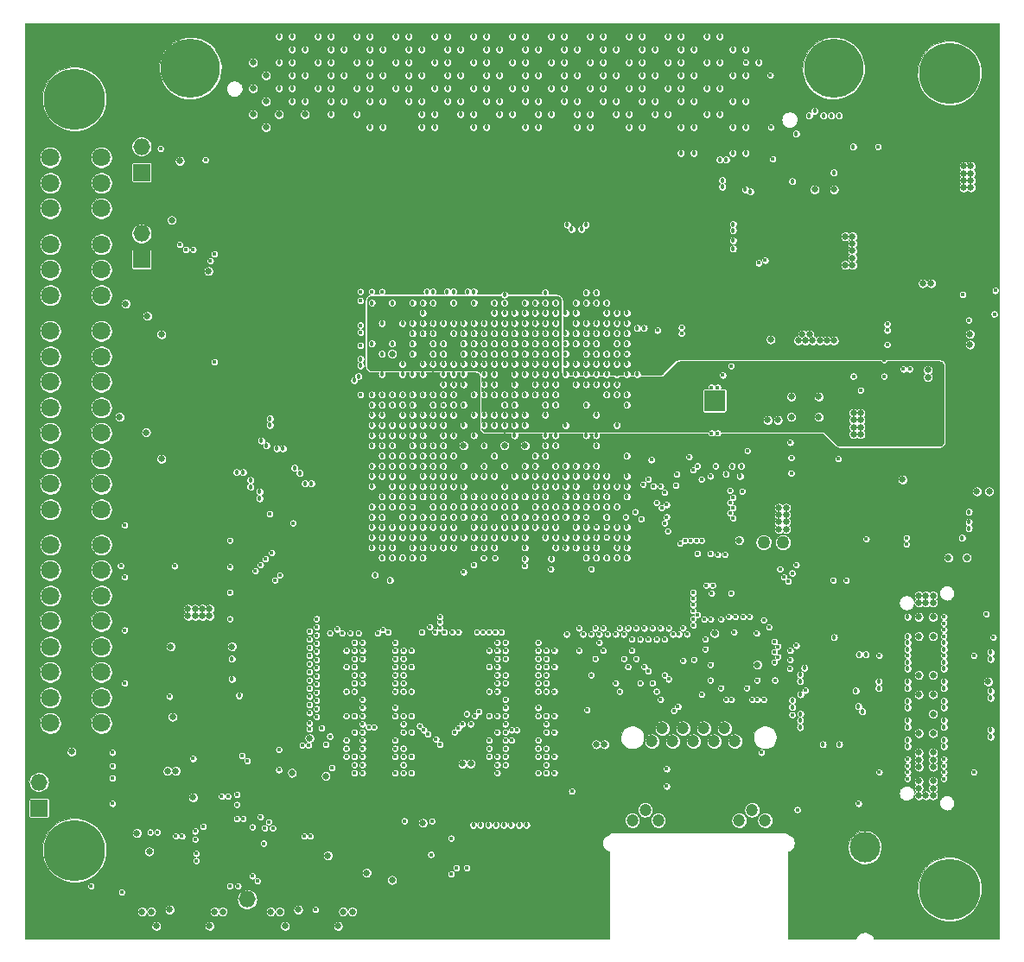
<source format=gbr>
G04 #@! TF.FileFunction,Copper,L11,Inr,Plane*
%FSLAX46Y46*%
G04 Gerber Fmt 4.6, Leading zero omitted, Abs format (unit mm)*
G04 Created by KiCad (PCBNEW (2016-08-02 BZR 7002)-product) date Mon Oct 17 13:50:08 2016*
%MOMM*%
%LPD*%
G01*
G04 APERTURE LIST*
%ADD10C,0.101600*%
%ADD11R,1.600000X1.600000*%
%ADD12C,1.200000*%
%ADD13O,1.200000X1.800000*%
%ADD14C,1.778000*%
%ADD15R,1.651000X1.651000*%
%ADD16O,1.651000X1.651000*%
%ADD17R,0.750000X0.900000*%
%ADD18R,1.080000X0.780000*%
%ADD19R,1.287500X1.287500*%
%ADD20R,1.000000X1.250000*%
%ADD21R,1.250000X1.250000*%
%ADD22R,1.000000X1.000000*%
%ADD23R,1.500000X1.500000*%
%ADD24R,0.800000X0.800000*%
%ADD25C,5.800000*%
%ADD26C,1.800000*%
%ADD27C,3.000000*%
%ADD28O,1.400000X2.600000*%
%ADD29O,4.000000X2.000000*%
%ADD30C,6.000000*%
%ADD31C,0.635000*%
%ADD32C,0.406400*%
%ADD33C,0.457200*%
%ADD34C,1.270000*%
G04 APERTURE END LIST*
D10*
D11*
X95400000Y-78700000D03*
X97000000Y-78700000D03*
X95400000Y-77100000D03*
X97000000Y-77100000D03*
D12*
X91661000Y-100596000D03*
X93693000Y-100596000D03*
X95725000Y-100596000D03*
X97757000Y-100596000D03*
X99789000Y-100596000D03*
X92677000Y-99326000D03*
X94709000Y-99326000D03*
X96741000Y-99326000D03*
X98773000Y-99326000D03*
X100805000Y-99326000D03*
X89723000Y-108346000D03*
X90993000Y-107326000D03*
X92263000Y-108346000D03*
X100203000Y-108346000D03*
X101473000Y-107326000D03*
X102743000Y-108346000D03*
D13*
X86148000Y-116156000D03*
X106318000Y-116156000D03*
D14*
X67500000Y-112700000D03*
X82000000Y-112700000D03*
X82600000Y-117650000D03*
X66900000Y-117650000D03*
D15*
X31600000Y-107140000D03*
D16*
X31600000Y-104600000D03*
X31600000Y-102060000D03*
D15*
X52000000Y-118640000D03*
D16*
X52000000Y-116100000D03*
D15*
X41656000Y-44831000D03*
D16*
X41656000Y-42291000D03*
D15*
X41656000Y-53340000D03*
D16*
X41656000Y-50800000D03*
D17*
X57925000Y-102700000D03*
X58675000Y-102700000D03*
D18*
X120580000Y-79937000D03*
X119500000Y-79937000D03*
X118420000Y-79937000D03*
X120580000Y-79157000D03*
X120580000Y-78377000D03*
X120580000Y-77597000D03*
X120580000Y-76817000D03*
X120580000Y-76037000D03*
X120580000Y-75257000D03*
X119500000Y-75257000D03*
X119500000Y-76037000D03*
X119500000Y-76817000D03*
X119500000Y-77597000D03*
X119500000Y-78377000D03*
X119500000Y-79157000D03*
X118420000Y-79157000D03*
X118420000Y-78377000D03*
X118420000Y-77597000D03*
X118420000Y-76817000D03*
X118420000Y-76037000D03*
X118420000Y-75257000D03*
D19*
X120631250Y-61931250D03*
X119343750Y-61931250D03*
X118056250Y-61931250D03*
X116768750Y-61931250D03*
X120631250Y-60643750D03*
X119343750Y-60643750D03*
X118056250Y-60643750D03*
X116768750Y-60643750D03*
X120631250Y-59356250D03*
X119343750Y-59356250D03*
X118056250Y-59356250D03*
X116768750Y-59356250D03*
X120631250Y-58068750D03*
X119343750Y-58068750D03*
X118056250Y-58068750D03*
X116768750Y-58068750D03*
D20*
X109720000Y-97506000D03*
X109720000Y-96256000D03*
X109720000Y-98756000D03*
X108720000Y-98756000D03*
X108720000Y-97506000D03*
X108720000Y-96256000D03*
X108720000Y-95006000D03*
X108720000Y-93756000D03*
X108720000Y-92506000D03*
X109720000Y-92506000D03*
X109720000Y-93756000D03*
X109720000Y-95006000D03*
D21*
X49050000Y-110250000D03*
X49050000Y-112750000D03*
X51550000Y-110250000D03*
X50300000Y-112750000D03*
X49050000Y-111500000D03*
X50300000Y-111500000D03*
X51550000Y-111500000D03*
X50300000Y-110250000D03*
X51550000Y-112750000D03*
D22*
X98300000Y-66700000D03*
X98300000Y-67700000D03*
X97300000Y-67700000D03*
X97300000Y-66700000D03*
X98300000Y-71200000D03*
X98300000Y-72200000D03*
X97300000Y-72200000D03*
X97300000Y-71200000D03*
X106300000Y-73500000D03*
X107300000Y-73500000D03*
X107300000Y-74500000D03*
X106300000Y-74500000D03*
D11*
X108800000Y-81800000D03*
X110400000Y-81800000D03*
X110400000Y-83400000D03*
X108800000Y-83400000D03*
X107200000Y-83400000D03*
X107200000Y-81800000D03*
X107200000Y-80200000D03*
X108800000Y-80200000D03*
X110400000Y-80200000D03*
D23*
X98945000Y-93333000D03*
X98945000Y-91833000D03*
X100445000Y-91833000D03*
X100445000Y-93333000D03*
D24*
X109385000Y-42837000D03*
X108585000Y-42837000D03*
X107785000Y-42837000D03*
X107785000Y-42037000D03*
X108585000Y-42037000D03*
X109385000Y-42037000D03*
X109385000Y-41237000D03*
X108585000Y-41237000D03*
X107785000Y-41237000D03*
D25*
X46454300Y-34616700D03*
X109455700Y-34616700D03*
D26*
X32719000Y-67865000D03*
X32719000Y-65365000D03*
X32719000Y-62865000D03*
X32719000Y-60365000D03*
X32719000Y-70365000D03*
X32719000Y-72865000D03*
X32719000Y-75365000D03*
X32719000Y-77865000D03*
X37719000Y-60365000D03*
X37719000Y-62865000D03*
X37719000Y-65365000D03*
X37719000Y-67865000D03*
X37719000Y-70365000D03*
X37719000Y-72865000D03*
X37719000Y-75365000D03*
X37719000Y-77865000D03*
X32719000Y-88820000D03*
X32719000Y-86320000D03*
X32719000Y-83820000D03*
X32719000Y-81320000D03*
X32719000Y-91320000D03*
X32719000Y-93820000D03*
X32719000Y-96320000D03*
X32719000Y-98820000D03*
X37719000Y-81320000D03*
X37719000Y-83820000D03*
X37719000Y-86320000D03*
X37719000Y-88820000D03*
X37719000Y-91320000D03*
X37719000Y-93820000D03*
X37719000Y-96320000D03*
X37719000Y-98820000D03*
X32719000Y-56856000D03*
X32719000Y-54356000D03*
X32719000Y-51856000D03*
X37719000Y-51856000D03*
X37719000Y-54356000D03*
X37719000Y-56856000D03*
X32719000Y-48347000D03*
X32719000Y-45847000D03*
X32719000Y-43347000D03*
X37719000Y-43347000D03*
X37719000Y-45847000D03*
X37719000Y-48347000D03*
D27*
X112522000Y-110998000D03*
D28*
X107772000Y-117498000D03*
X107772000Y-112798000D03*
X117272000Y-117498000D03*
X117272000Y-112798000D03*
D29*
X112522000Y-116998000D03*
D30*
X120810000Y-115090000D03*
X35080000Y-111280000D03*
X120810000Y-35080000D03*
X35080000Y-37620000D03*
D31*
X44700000Y-90200000D03*
D32*
X64500000Y-104200000D03*
X99900000Y-81600004D03*
X113500000Y-83400000D03*
X101300002Y-90000000D03*
X48800000Y-52000000D03*
D31*
X119400000Y-41800000D03*
X119400000Y-42500000D03*
X112500000Y-48100000D03*
X112500000Y-49300000D03*
D32*
X112100000Y-66200000D03*
D31*
X112300000Y-57500000D03*
X113600000Y-56500000D03*
X124700000Y-72400000D03*
X124700000Y-73100000D03*
X123500000Y-73100000D03*
X123500000Y-72400000D03*
X112200000Y-59800000D03*
D32*
X112400000Y-62400000D03*
X114400000Y-64800000D03*
X114400000Y-63200000D03*
D31*
X108000000Y-68800000D03*
X105300000Y-66800000D03*
X108000000Y-66800000D03*
D32*
X124800000Y-52800000D03*
X125200000Y-67200000D03*
X125200000Y-57900000D03*
X125200000Y-57200000D03*
X125200000Y-55600000D03*
X125200000Y-65100000D03*
X125200000Y-63300000D03*
D31*
X125300000Y-62500000D03*
X125300000Y-59500000D03*
D32*
X107315000Y-105029000D03*
D31*
X36000000Y-47500000D03*
X36000000Y-56000000D03*
D32*
X43600000Y-41200000D03*
X125349000Y-93599000D03*
X120269000Y-94107000D03*
X123189079Y-94107556D03*
X120269000Y-96012000D03*
X123190000Y-96012000D03*
X123190000Y-97917000D03*
X120269000Y-97917000D03*
X123190000Y-99822000D03*
X120269000Y-99822000D03*
X123190000Y-101727000D03*
X120269000Y-101727000D03*
X116713000Y-101727000D03*
X113919000Y-101727000D03*
X116713000Y-99822000D03*
X113919000Y-99822000D03*
D31*
X117221000Y-97917000D03*
D33*
X116713000Y-96012000D03*
X113919000Y-96012000D03*
X116713000Y-94107000D03*
X113919000Y-94107000D03*
D32*
X125100000Y-89800000D03*
D31*
X45000000Y-94700000D03*
X50500000Y-93600000D03*
D32*
X72800000Y-110100000D03*
D31*
X68199984Y-108600000D03*
D32*
X70699998Y-108400000D03*
X71500000Y-113000000D03*
X36700000Y-118500000D03*
X39100000Y-118500000D03*
D31*
X34800000Y-106700000D03*
X34800000Y-104200000D03*
X34800000Y-102900000D03*
X51300000Y-97900000D03*
D32*
X57100000Y-113100000D03*
X38800000Y-110600000D03*
D31*
X43100000Y-110700000D03*
X39000000Y-113900000D03*
X43100000Y-113700000D03*
D32*
X40300000Y-109000000D03*
X49734776Y-102126117D03*
D31*
X44200000Y-100100000D03*
X45000000Y-100100000D03*
X56300000Y-111500000D03*
X47000000Y-117100000D03*
X50300000Y-79500000D03*
D32*
X43500000Y-85200000D03*
X45900000Y-86000000D03*
X48700000Y-81500000D03*
X42000000Y-82000000D03*
X46000000Y-81500000D03*
X44900000Y-67600000D03*
X44900000Y-79400000D03*
X48700000Y-55200002D03*
X48800000Y-62600000D03*
D31*
X43400006Y-55200000D03*
X46600000Y-43700000D03*
D33*
X94400000Y-72700000D03*
D32*
X109400000Y-102100000D03*
X103700000Y-101400000D03*
X103900000Y-107300000D03*
X99100000Y-105000000D03*
X106300000Y-100100000D03*
D31*
X123200000Y-40400000D03*
X115000000Y-40400000D03*
X123200000Y-52000000D03*
X115000000Y-52000000D03*
X119500000Y-48500000D03*
X113700000Y-106700000D03*
X106200000Y-50100000D03*
X107200000Y-50100000D03*
X105300000Y-68800000D03*
X73900000Y-104000000D03*
X73100000Y-104000000D03*
D32*
X72300000Y-101100000D03*
X87000000Y-97500000D03*
X86200000Y-97500000D03*
D31*
X86200000Y-102100000D03*
X87000000Y-102100000D03*
D32*
X60600000Y-101700000D03*
X55100000Y-95200000D03*
X55100000Y-90000000D03*
X55100000Y-98400000D03*
X59300000Y-100100000D03*
D31*
X55900000Y-114100000D03*
X54600000Y-114100000D03*
D32*
X64500000Y-115000000D03*
D31*
X62100000Y-113500000D03*
X59600000Y-117100000D03*
D33*
X93000000Y-72700000D03*
X93700000Y-72700000D03*
D31*
X105800000Y-90400000D03*
X108500000Y-87800000D03*
X109400000Y-87800000D03*
X112100000Y-90400000D03*
X113100000Y-87800000D03*
D32*
X93800000Y-80700000D03*
X52400000Y-77300000D03*
D33*
X75200000Y-66600000D03*
X79200000Y-77600000D03*
X73200000Y-74600000D03*
D31*
X74200000Y-73600000D03*
X74200000Y-71600000D03*
D33*
X65200000Y-62600000D03*
X66200000Y-61600000D03*
D32*
X62500000Y-98900000D03*
D31*
X78200000Y-73600000D03*
D33*
X77200000Y-74600000D03*
D31*
X78200000Y-71600000D03*
D33*
X71200000Y-61600000D03*
X75200000Y-69600000D03*
X88200000Y-72600000D03*
X76200000Y-69600000D03*
X78200000Y-69600000D03*
X77200000Y-70600000D03*
X80200000Y-71600000D03*
D32*
X106300004Y-77900000D03*
D33*
X79000000Y-110400000D03*
X77500000Y-110400000D03*
X76000000Y-110400000D03*
X74500000Y-110400000D03*
D32*
X100200000Y-77900000D03*
X112300000Y-84200000D03*
X93300000Y-95100000D03*
X104267000Y-93472000D03*
X94742000Y-96266000D03*
X102616000Y-97790000D03*
X95631000Y-96520000D03*
X98425000Y-86106000D03*
D33*
X66200000Y-78600000D03*
X64200000Y-82600000D03*
X67200000Y-81600000D03*
X82200000Y-76600000D03*
X89200000Y-77600000D03*
X86200000Y-78600000D03*
X87200000Y-81600000D03*
X72200000Y-76600000D03*
D32*
X87600006Y-91700000D03*
X70200000Y-80600000D03*
D33*
X73200000Y-79600000D03*
X76200000Y-78600000D03*
X74200000Y-82600000D03*
X77200000Y-81600000D03*
X83200000Y-79600000D03*
X80200000Y-80600000D03*
X83700000Y-82700000D03*
D32*
X75700000Y-97300000D03*
X82100000Y-90900000D03*
X82100000Y-92500000D03*
X82100000Y-94100000D03*
X75700000Y-90900000D03*
X75700000Y-92500000D03*
X75700000Y-94100000D03*
X81300000Y-97300000D03*
X82100000Y-98900000D03*
X82100000Y-100500000D03*
X81300000Y-100500000D03*
X82100000Y-101300000D03*
X80500000Y-102900000D03*
X82100000Y-102900000D03*
X75700000Y-103700000D03*
X75700000Y-102900000D03*
X76500000Y-101300000D03*
X76500000Y-100500000D03*
X75700000Y-99700000D03*
X76500000Y-98900000D03*
X75700000Y-98900000D03*
X61700000Y-97300000D03*
X68100000Y-90900000D03*
X68100000Y-92500000D03*
X68100000Y-94100000D03*
X67300000Y-97300000D03*
X66500000Y-102900000D03*
X68100000Y-101300000D03*
X67300000Y-100500000D03*
X68100000Y-100500000D03*
X68100000Y-98900000D03*
X68100000Y-102900000D03*
X61700000Y-90900000D03*
X61700000Y-92500000D03*
X61700000Y-94100000D03*
X61700000Y-98900000D03*
X61700000Y-99700000D03*
X61700000Y-103700000D03*
X61700000Y-102900000D03*
X62500000Y-100500000D03*
X62500000Y-101300000D03*
D33*
X60198000Y-41656000D03*
X76200000Y-75600000D03*
X85200000Y-75600000D03*
X88200000Y-74600000D03*
X72200000Y-73600000D03*
X76200000Y-73600000D03*
X81200000Y-73600000D03*
X84200000Y-72600000D03*
X77200000Y-72600000D03*
X73200000Y-72600000D03*
X72200000Y-71600000D03*
X76200000Y-71600000D03*
X73200000Y-70600000D03*
X72200000Y-69600000D03*
X74200000Y-69600000D03*
X83200000Y-69600000D03*
X86200000Y-68600000D03*
X79200000Y-68600000D03*
X77200000Y-68600000D03*
X75200000Y-68600000D03*
X73200000Y-68600000D03*
X78200000Y-67600000D03*
X74200000Y-67600000D03*
X67200000Y-59600000D03*
X69200000Y-59600000D03*
X71200000Y-59600000D03*
X65200000Y-59600000D03*
X64200000Y-57600000D03*
X66200000Y-57600000D03*
X68200000Y-57600000D03*
X70200000Y-57600000D03*
X72200000Y-57600000D03*
X89200000Y-67600000D03*
X73200000Y-59600000D03*
X75200000Y-59600000D03*
X74200000Y-57600000D03*
X76199718Y-57600000D03*
X76200000Y-58600000D03*
X76199718Y-59600000D03*
X76199718Y-60600000D03*
X76200000Y-61600000D03*
X74200000Y-61600000D03*
X70200000Y-61600000D03*
X68200000Y-61600000D03*
X64200000Y-61600000D03*
X70200000Y-64600000D03*
X67200000Y-63600000D03*
X69200000Y-63600000D03*
X70200000Y-63600000D03*
X71200000Y-63600000D03*
X72200000Y-63600000D03*
X73200000Y-63600000D03*
X75200000Y-63600000D03*
X73200000Y-66600000D03*
X76200000Y-65600000D03*
X82200000Y-66600000D03*
X77200000Y-66600000D03*
X79200000Y-66600000D03*
X78200000Y-65600000D03*
X85200000Y-65600000D03*
X76200000Y-63600000D03*
X76200000Y-62600000D03*
X81200000Y-63600000D03*
X88200000Y-64600000D03*
X87200000Y-61600000D03*
X84200000Y-62600000D03*
X77200000Y-61600000D03*
X80200000Y-60600000D03*
X83200000Y-59600000D03*
X86200000Y-58600000D03*
X89200000Y-57600000D03*
X79200000Y-57600000D03*
X70200000Y-65600000D03*
X69200000Y-65600000D03*
X68200000Y-65600000D03*
X67200000Y-65600000D03*
X66200000Y-65600000D03*
X65200000Y-65600000D03*
X64200000Y-65600000D03*
X68200000Y-74600000D03*
X69200000Y-77600000D03*
X65200000Y-75600000D03*
X70200000Y-70600000D03*
X64200000Y-72600000D03*
X67200000Y-71600000D03*
X69200000Y-67600000D03*
X66200000Y-68600000D03*
X98298000Y-40386000D03*
X86868000Y-42926000D03*
X88138000Y-42926000D03*
X61468000Y-42926000D03*
X93218000Y-32766000D03*
X53848000Y-31496000D03*
X57658000Y-31496000D03*
X61468000Y-31496000D03*
X65278000Y-31496000D03*
X69088000Y-31496000D03*
X72898000Y-31496000D03*
X76708000Y-31496000D03*
X80518000Y-31496000D03*
X84328000Y-31496000D03*
X88138000Y-31496000D03*
X91948000Y-31496000D03*
X95758000Y-31496000D03*
X52578000Y-42926000D03*
X56388000Y-42926000D03*
X57658000Y-42926000D03*
X62738000Y-42926000D03*
X66548000Y-42926000D03*
X67818000Y-42926000D03*
X71628000Y-42926000D03*
X72898000Y-42926000D03*
X76708000Y-42926000D03*
X77978000Y-42926000D03*
X83058000Y-42926000D03*
X91948000Y-42926000D03*
X93218000Y-42926000D03*
X97028000Y-42926000D03*
X98298000Y-42926000D03*
X102108000Y-42926000D03*
X100838000Y-41656000D03*
X99568000Y-41656000D03*
X95758000Y-41656000D03*
X94488000Y-41656000D03*
X90678000Y-41656000D03*
X89408000Y-41656000D03*
X85598000Y-41656000D03*
X84328000Y-41656000D03*
X80518000Y-41656000D03*
X79248000Y-41656000D03*
X75438000Y-41656000D03*
X74168000Y-41656000D03*
X70358000Y-41656000D03*
X69088000Y-41656000D03*
X65278000Y-41656000D03*
X64008000Y-41656000D03*
X58928000Y-41656000D03*
X55118000Y-41656000D03*
X53848000Y-41656000D03*
X52578000Y-40386000D03*
X55118000Y-40386000D03*
X57658000Y-40386000D03*
X60198000Y-40386000D03*
X61468000Y-40386000D03*
X62738000Y-40386000D03*
X66548000Y-40386000D03*
X67818000Y-40386000D03*
X71628000Y-40386000D03*
X72898000Y-40386000D03*
X76708000Y-40386000D03*
X77978000Y-40386000D03*
X81788000Y-40386000D03*
X83058000Y-40386000D03*
X86868000Y-40386000D03*
X88138000Y-40386000D03*
X91948000Y-40386000D03*
X93218000Y-40386000D03*
X97028000Y-40386000D03*
X102108000Y-40386000D03*
X100838000Y-39116000D03*
X99568000Y-39116000D03*
X95758000Y-39116000D03*
X94488000Y-39116000D03*
X90678000Y-39116000D03*
X86868000Y-39116000D03*
X83058000Y-39116000D03*
X79248000Y-39116000D03*
X75438000Y-39116000D03*
X71628000Y-39116000D03*
X67818000Y-39116000D03*
X58928000Y-39116000D03*
X56388000Y-39116000D03*
X53848000Y-39116000D03*
X52578000Y-37846000D03*
X55118000Y-37846000D03*
X58928000Y-37846000D03*
X62738000Y-37846000D03*
X66548000Y-37846000D03*
X70358000Y-37846000D03*
X74168000Y-37846000D03*
X77978000Y-37846000D03*
X81788000Y-37846000D03*
X85598000Y-37846000D03*
X89408000Y-37846000D03*
X93218000Y-37846000D03*
X97028000Y-37846000D03*
X98298000Y-37846000D03*
X102108000Y-37846000D03*
X100838000Y-36576000D03*
X99568000Y-36576000D03*
X95758000Y-36576000D03*
X84328000Y-36576000D03*
X80518000Y-36576000D03*
X76708000Y-36576000D03*
X72898000Y-36576000D03*
X69088000Y-36576000D03*
X65278000Y-36576000D03*
X61468000Y-36576000D03*
X57658000Y-36576000D03*
X53848000Y-36576000D03*
X52578000Y-35306000D03*
X55118000Y-35306000D03*
X58928000Y-35306000D03*
X62738000Y-35306000D03*
X66548000Y-35306000D03*
X70358000Y-35306000D03*
X74168000Y-35306000D03*
X77978000Y-35306000D03*
X81788000Y-35306000D03*
X85598000Y-35306000D03*
X89408000Y-35306000D03*
X93218000Y-35306000D03*
X88138000Y-36576000D03*
X91948000Y-36576000D03*
X97028000Y-35306000D03*
X98298000Y-35306000D03*
X102108000Y-35306000D03*
X99568000Y-34036000D03*
X95758000Y-34036000D03*
X91948000Y-34036000D03*
X88138000Y-34036000D03*
X84328000Y-34036000D03*
X80518000Y-34036000D03*
X76708000Y-34036000D03*
X72898000Y-34036000D03*
X69088000Y-34036000D03*
X65278000Y-34036000D03*
X61468000Y-34036000D03*
X57658000Y-34036000D03*
X53848000Y-34036000D03*
X52578000Y-32766000D03*
X55118000Y-32766000D03*
X58928000Y-32766000D03*
X62738000Y-32766000D03*
X66548000Y-32766000D03*
X70358000Y-32766000D03*
X74168000Y-32766000D03*
X77978000Y-32766000D03*
X81788000Y-32766000D03*
X85598000Y-32766000D03*
X89408000Y-32766000D03*
X97028000Y-32766000D03*
X98298000Y-32766000D03*
X102108000Y-32766000D03*
X100838000Y-31496000D03*
X99568000Y-31496000D03*
X77200000Y-69600000D03*
D31*
X44600000Y-49500000D03*
X42400000Y-111400000D03*
X112100000Y-68400000D03*
X111400000Y-68400000D03*
X112100000Y-70500000D03*
X112100000Y-69800000D03*
X112100000Y-69100000D03*
X111400000Y-70500000D03*
X111400000Y-69800000D03*
X111400000Y-69100000D03*
D32*
X122100000Y-56800000D03*
D31*
X73900000Y-102800000D03*
X73100000Y-102800000D03*
X86200000Y-100900000D03*
X87000000Y-100900000D03*
D32*
X57400000Y-101000000D03*
D33*
X74200000Y-77600000D03*
X77200000Y-76600000D03*
D32*
X71200000Y-78600000D03*
D33*
X75200000Y-80600000D03*
X81200000Y-78600000D03*
X78200000Y-79600000D03*
X72200000Y-81600000D03*
X79200000Y-82700000D03*
X82200000Y-81600000D03*
D32*
X76500000Y-95700000D03*
X82100000Y-91700000D03*
X82100000Y-93300000D03*
X81300000Y-95700000D03*
X75700000Y-91700000D03*
X75700000Y-93300000D03*
X81300000Y-98100000D03*
X82100000Y-99700000D03*
X81300000Y-101300000D03*
X82100000Y-102100000D03*
X81300000Y-102900000D03*
X82100000Y-103700000D03*
X76500000Y-103700000D03*
X75700000Y-102100000D03*
X75700000Y-101300000D03*
X75700000Y-100500000D03*
X77300000Y-98900000D03*
X75700000Y-98100000D03*
X62500000Y-95700000D03*
X68100000Y-91700000D03*
X68100000Y-93300000D03*
X67300000Y-95700000D03*
X67300000Y-101300000D03*
X68100000Y-99700000D03*
X67300000Y-98100000D03*
X67300000Y-102900000D03*
X68100000Y-102100000D03*
X68100000Y-103700000D03*
X61700000Y-91700000D03*
X61700000Y-93300000D03*
X63300000Y-98900000D03*
X62500000Y-103700000D03*
X61700000Y-102100000D03*
X61700000Y-98100000D03*
X61700000Y-101300000D03*
X61700000Y-100500000D03*
D31*
X58100000Y-100300000D03*
D32*
X60300000Y-103200000D03*
X76500000Y-94100000D03*
X82100000Y-98100000D03*
X68100000Y-98100000D03*
X62500000Y-94100000D03*
D33*
X78200000Y-77600000D03*
X80200000Y-77600000D03*
D31*
X124700000Y-76100000D03*
X123500000Y-76100000D03*
X122500000Y-82600000D03*
X120700000Y-82600000D03*
X119200004Y-105900004D03*
X119200000Y-105200000D03*
X119200000Y-104500000D03*
X119200004Y-103100000D03*
X119200000Y-102400000D03*
X119200000Y-101700000D03*
X119200002Y-99800000D03*
X119200000Y-97900000D03*
X119200000Y-96000000D03*
X119200000Y-94100000D03*
X119200000Y-90300000D03*
X119199996Y-88400000D03*
X119200000Y-87000000D03*
X119200000Y-86300000D03*
X118500000Y-86300000D03*
X117800000Y-86300000D03*
X118500000Y-87000000D03*
X117800000Y-87000000D03*
X118500000Y-105900018D03*
X117800000Y-105900000D03*
X117800000Y-105200000D03*
X117800000Y-104500000D03*
X117800000Y-103100000D03*
X117800000Y-102400000D03*
X117800000Y-101700000D03*
X117800000Y-99800000D03*
X117800000Y-88400000D03*
X117800000Y-90300000D03*
X117800000Y-94100000D03*
X117800000Y-96000000D03*
X118700000Y-64900000D03*
X118700000Y-64200000D03*
X119000000Y-55700000D03*
X118200000Y-55700000D03*
X122800004Y-61700000D03*
X124587000Y-94742006D03*
D32*
X72000000Y-110100000D03*
D31*
X69200004Y-108600000D03*
X44200000Y-103500000D03*
X45000000Y-103500000D03*
D32*
X93100000Y-103300000D03*
D31*
X66200000Y-114200000D03*
D32*
X116586000Y-81280000D03*
D33*
X122700000Y-78100000D03*
D31*
X59700000Y-104000000D03*
X100200000Y-80900000D03*
X122900000Y-46300000D03*
X122900000Y-45600000D03*
X122900000Y-44900000D03*
X122900000Y-44200000D03*
X122200000Y-44200000D03*
X122200000Y-44900000D03*
X122200000Y-45600000D03*
X122200000Y-46300000D03*
D32*
X98600000Y-64700000D03*
X112649000Y-80772000D03*
X124400000Y-88100000D03*
D31*
X46700000Y-106100000D03*
X44500000Y-91300000D03*
X44700000Y-98200000D03*
X48200000Y-54500000D03*
X34800000Y-101600000D03*
X41200000Y-109600000D03*
D32*
X53600000Y-110600000D03*
X44900000Y-83408802D03*
X39600000Y-83400000D03*
D31*
X45400000Y-43700000D03*
D32*
X105900000Y-107300000D03*
X103649802Y-92837000D03*
D33*
X109500000Y-90392800D03*
X106600000Y-93400000D03*
X106200000Y-96000000D03*
X106200000Y-97900000D03*
X108400000Y-100900000D03*
X110000000Y-100900000D03*
D32*
X98100000Y-65895182D03*
X98100000Y-70395180D03*
X50300000Y-114800000D03*
X58000000Y-101000000D03*
D31*
X56400000Y-103700000D03*
D32*
X92200000Y-60300000D03*
X105300000Y-72800000D03*
X96500000Y-80900000D03*
X96000000Y-80900000D03*
X110700000Y-84800000D03*
X94700000Y-92700000D03*
D33*
X109474000Y-44831000D03*
X111378996Y-42291000D03*
X89200000Y-82600000D03*
X88200000Y-79600000D03*
X85200000Y-80600000D03*
X72200000Y-70600000D03*
X72200000Y-68600000D03*
X111633000Y-95631000D03*
X73200000Y-64600000D03*
X72200000Y-64600000D03*
X71200000Y-64600000D03*
X74200000Y-63600000D03*
X62738000Y-39116000D03*
D31*
X57658000Y-39116000D03*
X55118000Y-39116000D03*
X53848000Y-40386000D03*
X52578000Y-39116000D03*
X116205000Y-74930000D03*
X103300000Y-61200000D03*
X103000000Y-69100000D03*
X104000000Y-69100000D03*
D34*
X104500000Y-81100000D03*
X102600000Y-81100002D03*
D31*
X104800000Y-77700000D03*
X104800000Y-78400000D03*
X104800000Y-79100000D03*
X104817400Y-79800000D03*
X104100000Y-79800000D03*
X104100000Y-79100000D03*
X104100000Y-78400000D03*
X104100000Y-77700000D03*
X73200000Y-71600000D03*
X66200000Y-62600000D03*
X79200000Y-71600000D03*
X77200000Y-71600000D03*
D33*
X76200000Y-68600000D03*
X79200000Y-73600000D03*
X80200000Y-66600000D03*
X76200000Y-74600000D03*
X74200000Y-74600000D03*
X73200000Y-73600000D03*
X75200000Y-73600000D03*
X77200000Y-73600000D03*
X76200000Y-72600000D03*
X72200000Y-72600000D03*
X75200000Y-71600000D03*
X74200000Y-70600000D03*
X73200000Y-69600000D03*
X79200000Y-69600000D03*
X78200000Y-68600000D03*
X74200000Y-68600000D03*
X77200000Y-67600000D03*
X73200000Y-67600000D03*
X69200000Y-60600000D03*
X73200000Y-60600000D03*
X75200000Y-60600000D03*
X68200000Y-62600000D03*
X70200000Y-62600000D03*
X74200000Y-62600000D03*
X69200000Y-64600000D03*
X65200000Y-64600000D03*
X67200000Y-64600000D03*
D32*
X96900000Y-90600000D03*
X97400000Y-94600000D03*
X101900000Y-90000000D03*
X99700000Y-89900000D03*
D31*
X117100000Y-69400000D03*
X117800000Y-69400000D03*
X118500000Y-69400000D03*
X117100000Y-70100000D03*
X117800000Y-70100000D03*
X118500000Y-70100000D03*
X119200000Y-69400000D03*
X119200000Y-70100000D03*
D33*
X64200000Y-60600000D03*
D31*
X101981000Y-93091000D03*
D32*
X101981000Y-94615000D03*
D33*
X64200000Y-58600000D03*
X71200000Y-60600000D03*
X67200000Y-60600000D03*
X70200000Y-58600000D03*
X68200000Y-58600000D03*
X66200000Y-58600000D03*
X72200000Y-58600000D03*
X74200000Y-58600000D03*
X64200000Y-62600000D03*
X68200000Y-63600000D03*
D32*
X105400000Y-98000000D03*
X105300000Y-74300000D03*
X101000000Y-72100000D03*
D31*
X110600000Y-51100000D03*
X111300000Y-51100000D03*
X111300000Y-51800000D03*
X111300000Y-52500000D03*
X111300000Y-53200000D03*
X111300000Y-53900000D03*
X110600000Y-53900000D03*
D32*
X116900000Y-64100000D03*
D33*
X75200000Y-74600000D03*
X79200000Y-74600000D03*
X75200000Y-65600000D03*
X76200000Y-64600000D03*
X71200000Y-62600000D03*
D32*
X99400000Y-86100000D03*
X100500006Y-76100000D03*
X99300000Y-78200000D03*
X99300000Y-76000000D03*
X99300000Y-77200000D03*
X94000000Y-75500000D03*
X93100000Y-77400000D03*
X93100000Y-78600000D03*
D31*
X97790000Y-89997898D03*
D33*
X107600000Y-38800000D03*
X87200000Y-76600000D03*
X84200000Y-77600000D03*
X73200000Y-75600000D03*
X77200000Y-75600000D03*
X83200000Y-74600000D03*
X80200000Y-74600000D03*
X86200000Y-73600000D03*
X72200000Y-66600000D03*
X73200000Y-65600000D03*
X74200000Y-66600000D03*
X76200000Y-66600000D03*
X78200000Y-66600000D03*
X78200000Y-70600000D03*
D32*
X55100000Y-103400000D03*
D31*
X48300000Y-87600000D03*
X47600000Y-87600000D03*
X46900000Y-87600000D03*
X46200000Y-87600000D03*
X46200000Y-88300000D03*
X48300000Y-88300000D03*
X47600000Y-88300000D03*
X46900000Y-88300000D03*
X50500000Y-91300000D03*
D33*
X65200000Y-80600000D03*
X68200000Y-79600000D03*
X69200000Y-82600000D03*
X70200000Y-75600000D03*
X64200000Y-77600000D03*
X67200000Y-76600000D03*
X69200000Y-72600000D03*
X66200000Y-73600000D03*
X65200000Y-70600000D03*
X68200000Y-69600000D03*
X67200000Y-66600000D03*
X64200000Y-67600000D03*
D31*
X53848000Y-35306000D03*
X53848000Y-37846000D03*
X52578000Y-36576000D03*
X52578000Y-34036000D03*
D32*
X125200000Y-58700000D03*
X114700000Y-61700000D03*
D31*
X122800000Y-60677697D03*
D33*
X69200000Y-58600000D03*
X105410000Y-97231200D03*
X69200000Y-57600000D03*
X105410000Y-96570800D03*
D31*
X44400000Y-117100000D03*
X107100000Y-60700000D03*
X106400000Y-60700000D03*
X109500004Y-61300000D03*
X108800000Y-61300000D03*
X108100000Y-61300000D03*
X107400000Y-61300000D03*
X106700000Y-61300000D03*
X106000002Y-61300000D03*
D32*
X97500000Y-65895188D03*
X97506444Y-70395183D03*
X89200000Y-62600000D03*
D33*
X85200000Y-67600000D03*
X89200000Y-72600000D03*
X82200000Y-71600000D03*
X85200000Y-70600000D03*
X88200000Y-69600000D03*
X81200000Y-68600000D03*
X87200000Y-66600000D03*
X80200000Y-65600000D03*
X83200000Y-64600000D03*
X79200000Y-62600000D03*
X86200000Y-63600000D03*
X82200000Y-61600000D03*
X85200000Y-60600000D03*
X81200000Y-58600000D03*
X88200000Y-59600000D03*
X84200000Y-57600000D03*
X78200000Y-59600000D03*
X82200000Y-74600000D03*
D31*
X57000000Y-117100000D03*
D32*
X96100000Y-82200000D03*
X96520000Y-96012000D03*
X102616000Y-96520000D03*
X98425000Y-95377000D03*
X100965000Y-95377000D03*
X97409000Y-93091000D03*
D33*
X98298000Y-43561000D03*
X97028000Y-39116000D03*
D32*
X94550000Y-60000000D03*
D33*
X75200000Y-61600000D03*
X98933000Y-43561000D03*
X98298000Y-39116000D03*
X75200000Y-62600000D03*
D32*
X94550000Y-60600000D03*
X68200000Y-77600000D03*
X73500000Y-113000000D03*
D33*
X64200000Y-75600000D03*
X102108000Y-34036000D03*
D32*
X114700000Y-60300000D03*
X105200000Y-71300000D03*
X98100000Y-82300000D03*
X72000000Y-113600000D03*
X43200000Y-109500000D03*
X51500000Y-102000000D03*
X51000000Y-108200000D03*
D33*
X88200000Y-81600000D03*
D32*
X114700000Y-59700000D03*
X109900000Y-72900000D03*
X98800000Y-82300000D03*
X72500000Y-113000002D03*
X42500000Y-109500000D03*
X52000000Y-102500000D03*
X51600000Y-108200000D03*
D33*
X89200000Y-79600000D03*
D32*
X99400000Y-63800000D03*
X89096756Y-78603244D03*
D33*
X60198000Y-39116000D03*
D32*
X103300000Y-40400000D03*
X99600000Y-78700000D03*
X90800000Y-75400000D03*
D33*
X85200000Y-82600000D03*
D32*
X97400000Y-82200000D03*
X58700000Y-117100000D03*
X95758000Y-92583006D03*
X97000000Y-85300000D03*
D33*
X85200000Y-79600000D03*
D31*
X49600000Y-117300000D03*
X48800000Y-117300000D03*
X48300000Y-118700000D03*
X43100000Y-118700000D03*
X41700000Y-117300000D03*
X42600000Y-117300000D03*
X63700000Y-113500000D03*
X55200000Y-117300000D03*
X54300000Y-117300000D03*
X55700000Y-118700000D03*
X60899986Y-118700000D03*
X61400000Y-117300000D03*
X62300000Y-117300000D03*
D32*
X116713000Y-104267000D03*
X123190000Y-103632000D03*
X120269000Y-103632000D03*
X113919000Y-103632000D03*
X116713000Y-103632000D03*
X116713000Y-102997000D03*
X116713000Y-102362000D03*
D33*
X120269000Y-101092000D03*
X116713000Y-101092000D03*
X120269000Y-100457000D03*
X116713000Y-100457000D03*
X112268000Y-97663000D03*
X111887000Y-97155000D03*
X120269000Y-97282000D03*
X116713000Y-97282000D03*
X120269000Y-96647000D03*
X116713000Y-96647000D03*
X113871798Y-95377000D03*
X113871776Y-94742000D03*
X120269000Y-93472000D03*
X116713000Y-93472000D03*
X120269000Y-92837000D03*
X116713000Y-92837000D03*
X112606278Y-92067004D03*
X111945878Y-92067004D03*
X116713000Y-90297000D03*
X116713000Y-88392000D03*
D32*
X120269000Y-102997000D03*
X120269000Y-104267000D03*
X120269000Y-102362000D03*
X120269000Y-90297000D03*
D33*
X120269000Y-90932000D03*
X116713000Y-90932000D03*
D32*
X105800000Y-91200000D03*
X102100000Y-53700000D03*
X120269000Y-89026998D03*
X100838000Y-34036000D03*
X91800000Y-75600000D03*
D33*
X65278000Y-40386000D03*
D32*
X86200000Y-79600000D03*
X120269000Y-88391992D03*
X105200000Y-91700000D03*
X102752255Y-53431700D03*
X120269000Y-89662015D03*
X103251000Y-35306000D03*
X92500000Y-75600000D03*
D33*
X64008000Y-40386000D03*
D32*
X87200000Y-80600000D03*
D33*
X120269000Y-98552000D03*
X116713000Y-98552000D03*
X124841000Y-99491800D03*
X124841000Y-100152200D03*
X120269000Y-99187000D03*
X116713000Y-99187000D03*
X124841000Y-96342200D03*
X120269000Y-94742000D03*
X116713000Y-94742000D03*
X120269000Y-95377000D03*
X116713000Y-95377000D03*
X124841000Y-95681800D03*
X124841000Y-92532200D03*
X124841000Y-91871800D03*
X120269000Y-91567000D03*
X116713000Y-91567000D03*
D32*
X70000000Y-111700000D03*
D33*
X68200000Y-82600000D03*
X79355600Y-108800000D03*
X74144400Y-108800000D03*
X69200000Y-79600000D03*
X74855600Y-108800000D03*
X69200000Y-78600000D03*
X68200000Y-80600000D03*
X75644400Y-108800000D03*
X69200000Y-80600000D03*
X76355600Y-108800000D03*
X68200000Y-81600000D03*
X77144400Y-108800000D03*
X69200000Y-81600000D03*
X77855600Y-108800000D03*
X67200000Y-82600000D03*
X78644400Y-108800000D03*
D32*
X125300000Y-56400000D03*
X122700000Y-59300000D03*
X93200000Y-80000000D03*
X87200000Y-79600000D03*
D33*
X99600000Y-49900000D03*
X100838000Y-42926000D03*
X71600000Y-56500000D03*
X72200000Y-60600000D03*
X100838000Y-37846000D03*
X87200000Y-64600000D03*
X99600000Y-50500000D03*
X72200000Y-56500000D03*
X72200000Y-59600000D03*
X99568000Y-42926000D03*
X99568000Y-37846000D03*
X87200000Y-63600000D03*
X86200000Y-62600000D03*
X98298000Y-36576000D03*
X87200000Y-62600000D03*
X97028000Y-36576000D03*
X99600000Y-51500000D03*
X73600000Y-56500000D03*
X74200000Y-60600000D03*
X95758000Y-40386000D03*
X100800000Y-46500000D03*
X95758000Y-42926000D03*
X69600000Y-56500000D03*
X70200000Y-60600000D03*
X95758000Y-37846000D03*
X81200000Y-67600000D03*
X62900000Y-64800000D03*
X67200000Y-68600000D03*
X95758000Y-35306000D03*
X95758000Y-32766000D03*
X83200000Y-60600000D03*
X99600000Y-52300000D03*
X74200000Y-56500000D03*
X74200000Y-59600000D03*
X94488000Y-40386000D03*
X101318835Y-46707534D03*
X94488000Y-42926000D03*
X70200000Y-56500000D03*
X70200000Y-59600000D03*
X94488000Y-37846000D03*
X82200000Y-67600000D03*
X94488000Y-36576000D03*
X85200000Y-57600000D03*
X62500000Y-65200000D03*
X66200000Y-67600000D03*
X94488000Y-35306000D03*
X94488000Y-34036000D03*
X70200000Y-66600000D03*
X94488000Y-32766000D03*
X84200000Y-60600000D03*
X94488000Y-31496000D03*
X83200000Y-58600000D03*
X63098350Y-63119000D03*
X67200000Y-69600000D03*
X93218000Y-39116000D03*
X93218000Y-36576000D03*
X85200000Y-56600000D03*
X93218000Y-34036000D03*
X69200000Y-66600000D03*
X93218000Y-31496000D03*
X84200000Y-58600000D03*
X63098350Y-63754000D03*
X66200000Y-69600000D03*
X91948000Y-39116000D03*
X91948000Y-37846000D03*
X88200000Y-66600000D03*
X91948000Y-35306000D03*
X68200000Y-67600000D03*
X91948000Y-32766000D03*
X81200000Y-64600000D03*
X90678000Y-40386000D03*
X65200000Y-66600000D03*
X90678000Y-37846000D03*
X89200000Y-66600000D03*
X87200000Y-65600000D03*
X90678000Y-36576000D03*
X90678000Y-35306000D03*
X68200000Y-66600000D03*
X90678000Y-34036000D03*
X70200000Y-68600000D03*
X90678000Y-32766000D03*
X82200000Y-64600000D03*
X90678000Y-31496000D03*
X86200000Y-65600000D03*
X89408000Y-40386000D03*
X66200000Y-66600000D03*
X89408000Y-39116000D03*
X65200000Y-67600000D03*
X88200000Y-65600000D03*
X89408000Y-36576000D03*
X89408000Y-34036000D03*
X70200000Y-67600000D03*
X89408000Y-31496000D03*
X86200000Y-64600000D03*
X88138000Y-39116000D03*
X64200000Y-66600000D03*
X81200000Y-66600000D03*
X88138000Y-37846000D03*
X88138000Y-35306000D03*
X69200000Y-69600000D03*
X84200000Y-65600000D03*
X88138000Y-32766000D03*
X81200000Y-65600000D03*
X86868000Y-37846000D03*
X90200000Y-64600000D03*
X86868000Y-36576000D03*
X86868000Y-35306000D03*
X69200000Y-68600000D03*
X86868000Y-34036000D03*
X71200000Y-69600000D03*
X85200000Y-64600000D03*
X86868000Y-32766000D03*
X86868000Y-31496000D03*
X88200000Y-63600000D03*
X83347780Y-49946780D03*
X85181220Y-49946780D03*
X85598000Y-40386000D03*
X69200000Y-71600000D03*
X85598000Y-39116000D03*
X68200000Y-68600000D03*
X89200000Y-64600000D03*
X85598000Y-36576000D03*
X85598000Y-34036000D03*
X70200000Y-69600000D03*
X89200000Y-63600000D03*
X85598000Y-31496000D03*
X83784220Y-50383220D03*
X84744780Y-50383220D03*
X69200000Y-70600000D03*
X84328000Y-40386000D03*
X84328000Y-39116000D03*
X67200000Y-67600000D03*
X80200000Y-64600000D03*
X84328000Y-37846000D03*
X71200000Y-72600000D03*
X84328000Y-35306000D03*
X88200000Y-62600000D03*
X84328000Y-32766000D03*
X80200000Y-63600000D03*
X83058000Y-37846000D03*
X78200000Y-64600000D03*
X83058000Y-36576000D03*
X71200000Y-71600000D03*
X83058000Y-35306000D03*
X83058000Y-34036000D03*
X70200000Y-73600000D03*
X89200000Y-61600000D03*
X83058000Y-32766000D03*
X90866704Y-60090600D03*
X79200000Y-61600000D03*
X83058000Y-31496000D03*
X81788000Y-39116000D03*
X65200000Y-68600000D03*
X79200000Y-64600000D03*
X81788000Y-36576000D03*
X81788000Y-34036000D03*
X69200000Y-73600000D03*
X90219004Y-60090600D03*
X79200000Y-60600000D03*
X81788000Y-31496000D03*
X80518000Y-40386000D03*
X65200000Y-69600000D03*
X80518000Y-39116000D03*
X64200000Y-68600000D03*
X80518000Y-37846000D03*
X88200000Y-58600000D03*
X80518000Y-35306000D03*
X70200000Y-74600000D03*
X88200000Y-61600000D03*
X80518000Y-32766000D03*
X79248000Y-40386000D03*
X64200000Y-69600000D03*
X79248000Y-37846000D03*
X89200000Y-58600000D03*
X89200000Y-60600000D03*
X79248000Y-36576000D03*
X79248000Y-35306000D03*
X69200000Y-74600000D03*
X79248000Y-34036000D03*
X71200000Y-74600000D03*
X88200000Y-60600000D03*
X79248000Y-32766000D03*
X87200000Y-60600000D03*
X79248000Y-31496000D03*
X54241700Y-68961000D03*
X77978000Y-39116000D03*
X66200000Y-76600000D03*
X89200000Y-59600000D03*
X77978000Y-36576000D03*
X77978000Y-34036000D03*
X71200000Y-75600000D03*
X87200000Y-59600000D03*
X77978000Y-31496000D03*
X54229000Y-69596000D03*
X76708000Y-39116000D03*
X66200000Y-77600000D03*
X76708000Y-37846000D03*
X87200000Y-58600000D03*
X76708000Y-35306000D03*
X64200000Y-71600000D03*
X86200000Y-60600000D03*
X76708000Y-32766000D03*
X67200000Y-79600000D03*
X53900000Y-71600000D03*
X75438000Y-40386000D03*
X75438000Y-37846000D03*
X87200000Y-57600000D03*
X86200000Y-57600000D03*
X75438000Y-36576000D03*
X75438000Y-35306000D03*
X64200000Y-70600000D03*
X75438000Y-34036000D03*
X70200000Y-72600000D03*
X86200000Y-59600000D03*
X75438000Y-32766000D03*
X75438000Y-31496000D03*
X85200000Y-62600000D03*
X67200000Y-80600000D03*
X53385082Y-71114918D03*
X74168000Y-40386000D03*
X74168000Y-39116000D03*
X68200000Y-73600000D03*
X86200000Y-56600000D03*
X74168000Y-36576000D03*
X74168000Y-34036000D03*
X70200000Y-71600000D03*
X74168000Y-31496000D03*
X86200000Y-61600000D03*
X72898000Y-39116000D03*
X68200000Y-72600000D03*
X72898000Y-37846000D03*
X84200000Y-59600000D03*
X72897992Y-35306000D03*
X71200000Y-76600000D03*
X72898000Y-32766000D03*
X84200000Y-61600000D03*
X71628000Y-37846000D03*
X85200000Y-59600000D03*
X83200000Y-62600000D03*
X71628000Y-36576000D03*
X71628000Y-35306000D03*
X70200000Y-76600000D03*
X71628000Y-34036000D03*
X65200000Y-76600000D03*
X71628000Y-32766000D03*
X85200000Y-61600000D03*
X71628000Y-31496000D03*
X84200000Y-64600000D03*
X98552000Y-46228000D03*
X100838000Y-40386000D03*
X70358000Y-40386000D03*
X65200000Y-74600000D03*
X70358000Y-39116000D03*
X67200000Y-77600000D03*
X83200000Y-61600000D03*
X70358000Y-36576000D03*
X70358000Y-34036000D03*
X65200000Y-77600000D03*
X70358000Y-31496000D03*
X85200000Y-63600000D03*
X98552000Y-45593000D03*
X99568000Y-40386000D03*
X69088000Y-40386000D03*
X64200000Y-74600000D03*
X69088000Y-39116000D03*
X67200000Y-78600000D03*
X82200000Y-60600000D03*
X69088000Y-37846000D03*
X51608918Y-74222640D03*
X67200000Y-73600000D03*
X69088000Y-35306000D03*
X82200000Y-63600000D03*
X69088000Y-32766000D03*
X82200000Y-59600000D03*
X67818000Y-37846000D03*
X67818000Y-36576000D03*
X82200000Y-58600000D03*
X50961218Y-74222640D03*
X67200000Y-72600000D03*
X67818000Y-35306000D03*
X69200000Y-75600000D03*
X67818000Y-34036000D03*
X82200000Y-62600000D03*
X67818000Y-32766000D03*
X81200000Y-60600000D03*
X67818000Y-31496000D03*
D32*
X38800000Y-103000000D03*
X47700000Y-108958150D03*
X54100000Y-108500000D03*
X63100000Y-57400000D03*
X65200000Y-56500000D03*
D33*
X71200000Y-68600000D03*
X66548000Y-36576000D03*
X82200000Y-57600000D03*
X68200000Y-75600000D03*
X66548000Y-34036000D03*
X81200000Y-59600000D03*
X66548000Y-31496000D03*
X81185650Y-56600000D03*
X65278000Y-37846000D03*
X69200000Y-76600000D03*
X65278000Y-35306000D03*
X65278000Y-32766000D03*
X80200000Y-62600000D03*
D32*
X46900006Y-110200000D03*
X38800000Y-104200000D03*
X53303244Y-107996756D03*
D33*
X81200000Y-57600000D03*
X64008000Y-37846000D03*
X64008000Y-36576000D03*
X80200000Y-58600000D03*
X68200000Y-76600000D03*
X64008000Y-35306000D03*
X54889004Y-71880404D03*
X65200000Y-72600000D03*
X64008000Y-34036000D03*
X64008000Y-32766000D03*
X81200000Y-62600000D03*
X64008000Y-31496000D03*
X78200000Y-63600000D03*
X62738000Y-36576000D03*
X80200000Y-57600000D03*
X55500000Y-71900000D03*
X65200000Y-71600000D03*
X62738000Y-34036000D03*
X62738000Y-31496000D03*
X79200000Y-63600000D03*
D32*
X46900000Y-109400000D03*
X38800000Y-101700000D03*
X53700000Y-109100000D03*
X63100000Y-56500000D03*
X71200000Y-67600000D03*
D33*
X79200000Y-59600000D03*
X61468000Y-37846000D03*
X66200000Y-74600000D03*
X56642000Y-73787000D03*
X61468000Y-35306000D03*
X78200000Y-58600000D03*
X61468000Y-32766000D03*
X80200000Y-59600000D03*
X60198000Y-37846000D03*
X80200000Y-61600000D03*
X60198000Y-36576000D03*
X57150000Y-74295000D03*
X66200000Y-75600000D03*
X60198000Y-35306000D03*
X58293000Y-75311000D03*
X66200000Y-72600000D03*
X60198000Y-34036000D03*
X79200000Y-58600000D03*
X60198000Y-32766000D03*
X77200000Y-59600000D03*
X60198000Y-31496000D03*
X81200000Y-61600000D03*
X58928000Y-36576000D03*
X57658000Y-75311000D03*
X66200000Y-71600000D03*
X58928000Y-34036000D03*
X77200000Y-58600000D03*
X58928000Y-31496000D03*
X77200000Y-56800000D03*
X57658000Y-37846000D03*
X52324000Y-74987150D03*
X57658000Y-35306000D03*
X65200000Y-73600000D03*
X57658000Y-32766000D03*
X77200000Y-60600000D03*
X77200000Y-57600000D03*
X56388000Y-37846000D03*
X77200000Y-63600000D03*
X56388000Y-36576000D03*
X52324000Y-75634850D03*
X56388000Y-35306000D03*
X64200000Y-73600000D03*
X53213000Y-76130150D03*
X67200000Y-74600000D03*
X56388000Y-34036000D03*
X56388000Y-32766000D03*
X78200000Y-60600000D03*
X56388000Y-31496000D03*
X78200000Y-62600000D03*
X77200000Y-62600000D03*
X55118000Y-36576000D03*
X53213000Y-76777850D03*
X67200000Y-75600000D03*
X55118000Y-34036000D03*
X55118000Y-31496000D03*
X78200000Y-61600000D03*
D32*
X38800000Y-106700000D03*
X54500000Y-109100000D03*
X51100000Y-114800000D03*
X63100000Y-66600000D03*
D33*
X72200000Y-67600000D03*
D31*
X107600000Y-46500000D03*
X109500000Y-46500000D03*
X43600000Y-60700000D03*
X42200000Y-58900000D03*
X42100000Y-70299996D03*
X43600000Y-72900000D03*
D32*
X98933000Y-96520000D03*
X101473000Y-96520000D03*
X99441000Y-96520000D03*
X101981004Y-96520000D03*
X113800000Y-42300000D03*
X105800000Y-83300000D03*
D33*
X84200000Y-79600000D03*
D32*
X111900000Y-106700000D03*
X95300000Y-72700000D03*
D33*
X71200000Y-70600000D03*
D32*
X54200000Y-78300000D03*
D33*
X71200000Y-73600000D03*
D32*
X56500000Y-79200000D03*
D33*
X72200000Y-77600000D03*
X71200000Y-77600000D03*
D32*
X91300000Y-90600000D03*
X58800000Y-94200000D03*
X91300000Y-93700000D03*
X80500000Y-93300000D03*
X66500000Y-93300000D03*
D33*
X80200000Y-78600000D03*
D32*
X58800000Y-91800000D03*
X86900000Y-91700000D03*
X86900000Y-89500000D03*
X77300000Y-92500000D03*
X63300000Y-92500000D03*
D33*
X80200000Y-76600000D03*
D32*
X89700000Y-90600000D03*
X58100000Y-91400000D03*
X89700000Y-91700000D03*
X80500000Y-92500000D03*
X66500000Y-92500000D03*
D33*
X77200000Y-77600000D03*
D32*
X58100000Y-94600000D03*
X90900000Y-93300000D03*
X90900000Y-89500000D03*
X81300000Y-93300000D03*
X67300000Y-93300000D03*
D33*
X79200000Y-78600000D03*
D32*
X58800000Y-92600000D03*
X86100000Y-92500000D03*
X86100000Y-89500000D03*
X76500000Y-92500000D03*
X62500000Y-92500000D03*
D33*
X78200000Y-76600000D03*
D32*
X58100000Y-93000000D03*
X90100000Y-92500000D03*
X90100000Y-89500000D03*
X81300000Y-92500000D03*
X67300000Y-92500000D03*
D33*
X77200000Y-78600000D03*
D32*
X58800000Y-90200000D03*
X86500000Y-90900000D03*
X86500000Y-90100000D03*
X76500000Y-91700000D03*
X62500000Y-91700000D03*
D33*
X79200000Y-76600000D03*
D32*
X58100000Y-90600000D03*
X94700000Y-89500000D03*
X81300000Y-91700000D03*
X67300000Y-91700000D03*
D33*
X81200000Y-77600000D03*
D32*
X58800000Y-88600000D03*
X84900000Y-90100000D03*
X76500000Y-90900000D03*
X62500000Y-90900000D03*
D33*
X74200000Y-76600000D03*
D32*
X58100000Y-92200000D03*
X84500000Y-91700000D03*
X84500000Y-89500000D03*
X80500000Y-91700000D03*
X66500000Y-91700000D03*
D33*
X73200000Y-76600000D03*
D32*
X90500000Y-90600000D03*
X58100000Y-96200000D03*
X90500000Y-94900000D03*
X77300000Y-94900000D03*
X63300000Y-94900000D03*
D33*
X78200000Y-78600000D03*
D32*
X58800000Y-91000000D03*
X77300000Y-91700000D03*
X63300000Y-91700000D03*
D33*
X82200000Y-77600000D03*
D32*
X58800000Y-95000000D03*
X85700000Y-94100000D03*
X85700000Y-90100000D03*
X77300000Y-94100000D03*
X63300000Y-94100000D03*
D33*
X76200000Y-76600000D03*
D32*
X58100000Y-89800000D03*
X87300000Y-90100000D03*
X80500000Y-90900000D03*
X66500000Y-90900000D03*
D33*
X81200000Y-76600000D03*
D32*
X58800000Y-89400000D03*
X77300000Y-90900000D03*
X63300000Y-90900000D03*
D33*
X75200000Y-76600000D03*
D32*
X58800000Y-95800000D03*
X93300000Y-89500000D03*
X93300000Y-94500000D03*
X81300000Y-94100000D03*
X67300000Y-94100000D03*
D33*
X73200000Y-78600000D03*
D32*
X88900000Y-90100000D03*
X58800000Y-93400000D03*
X88900000Y-92500000D03*
X76500000Y-93300000D03*
X62500000Y-93300000D03*
D33*
X74200000Y-78600000D03*
D32*
X58100000Y-93800000D03*
X89300000Y-93300000D03*
X89300000Y-89500000D03*
X80500000Y-94100000D03*
X66500000Y-94100000D03*
D33*
X75200000Y-78600000D03*
D32*
X58800000Y-96600000D03*
X91700000Y-89500000D03*
X91700010Y-94900000D03*
X80500000Y-95700000D03*
X66500000Y-95700000D03*
D33*
X70200000Y-79600000D03*
D32*
X58100000Y-97000000D03*
X88500000Y-95700000D03*
X88500000Y-89500000D03*
X75700000Y-95700000D03*
X61700000Y-95700000D03*
D33*
X73200000Y-77600000D03*
D32*
X58100000Y-97800000D03*
X88100000Y-94900000D03*
X88100000Y-90100000D03*
X81300000Y-94900000D03*
X67300000Y-94900000D03*
D33*
X70200000Y-77600000D03*
D32*
X92100000Y-90600000D03*
X58800000Y-97400000D03*
X92100000Y-95700000D03*
X82100000Y-95700000D03*
X68100000Y-95700000D03*
D33*
X70200000Y-78600000D03*
D32*
X58800000Y-98200000D03*
X92500000Y-89500000D03*
X92500000Y-96500000D03*
X80500000Y-97300000D03*
X66500000Y-97300000D03*
D33*
X72200000Y-79600000D03*
D32*
X92900000Y-90600000D03*
X58100000Y-95400000D03*
X92900000Y-94100000D03*
X80500000Y-94900000D03*
X66500000Y-94900000D03*
D33*
X72200000Y-78600000D03*
D32*
X58100000Y-98807900D03*
X77300000Y-96500000D03*
X94206545Y-97193455D03*
X94293197Y-90100892D03*
X63300000Y-96500000D03*
D33*
X76200000Y-77600000D03*
D32*
X58100000Y-99392100D03*
X77300000Y-97300000D03*
X93793455Y-97606545D03*
X93708997Y-90100892D03*
X63300000Y-97300000D03*
D33*
X75200000Y-77600000D03*
D32*
X95100000Y-90100000D03*
D33*
X82200000Y-78600000D03*
D32*
X76500000Y-94900000D03*
X62500000Y-94900000D03*
X116586000Y-80645000D03*
D33*
X122047000Y-80645006D03*
X122700000Y-79700000D03*
X122700000Y-79100000D03*
D32*
X105200000Y-92600000D03*
X102400000Y-101700000D03*
D33*
X81200000Y-71600000D03*
D32*
X55100000Y-101400000D03*
X83800000Y-105500000D03*
X46700000Y-102299990D03*
X93100000Y-105000000D03*
X111400000Y-64800000D03*
X116300000Y-64100000D03*
X125100000Y-90400000D03*
X106700000Y-95600000D03*
X106700000Y-95600000D03*
X48800000Y-63400002D03*
X63100000Y-61800000D03*
D33*
X72200000Y-65600000D03*
D32*
X52500000Y-109000000D03*
X49500000Y-106000000D03*
X45600000Y-109900000D03*
X50100000Y-106000000D03*
X45000000Y-109900000D03*
X48400000Y-53500000D03*
X63100000Y-59800000D03*
D33*
X75200000Y-64600000D03*
D32*
X36700000Y-114800000D03*
X47000000Y-111600000D03*
X39700000Y-115400000D03*
X47000000Y-112300000D03*
D31*
X40100000Y-57700000D03*
X39500000Y-68800000D03*
D33*
X68200000Y-64600000D03*
D32*
X90600000Y-78800000D03*
D33*
X88200000Y-80600000D03*
D32*
X46000000Y-52400000D03*
X54700000Y-84800000D03*
D33*
X89200000Y-80600000D03*
D32*
X105400000Y-84100000D03*
D33*
X85200000Y-81600000D03*
D32*
X104600000Y-84500000D03*
D33*
X86200000Y-81600000D03*
D32*
X44400000Y-96200000D03*
X45400000Y-51900000D03*
X104200000Y-83700000D03*
D33*
X84200000Y-80600000D03*
D32*
X109400000Y-84800000D03*
D33*
X87200000Y-82600000D03*
D32*
X105000000Y-84900000D03*
D33*
X86200000Y-82600000D03*
X105400000Y-45700000D03*
X87200000Y-78600000D03*
D32*
X96100000Y-88200000D03*
D33*
X89200000Y-75600000D03*
D32*
X97409000Y-88646000D03*
D33*
X83200000Y-78600000D03*
D32*
X97600000Y-85300000D03*
X98425000Y-88646000D03*
D33*
X84200000Y-74600000D03*
D32*
X96901000Y-91567000D03*
X103700000Y-94600000D03*
X105156000Y-93472000D03*
D33*
X82200000Y-65600000D03*
X84200000Y-63600000D03*
X83200000Y-63600000D03*
D32*
X95700000Y-87200000D03*
X99187000Y-88392000D03*
D33*
X84200000Y-76600000D03*
D32*
X95700000Y-86600000D03*
X99822000Y-88392000D03*
D33*
X81200000Y-75600000D03*
D32*
X97500000Y-86100000D03*
X100584000Y-88392000D03*
D33*
X84200000Y-75600000D03*
D32*
X101219000Y-88392000D03*
D33*
X82200000Y-73600000D03*
D32*
X51000000Y-105800000D03*
X52500000Y-113800000D03*
D33*
X89200000Y-81600000D03*
D32*
X51000000Y-106800000D03*
X53000006Y-114300000D03*
D33*
X88200000Y-82600000D03*
X50500000Y-92500000D03*
X72200000Y-75600000D03*
X51200000Y-96100000D03*
X65200000Y-79600000D03*
D32*
X58200000Y-109900000D03*
X94900000Y-80900000D03*
X57600000Y-109900000D03*
X95408003Y-80900000D03*
D33*
X98900000Y-74400000D03*
X89200000Y-74600000D03*
D32*
X96774000Y-88646000D03*
D33*
X89200000Y-76600000D03*
X100399998Y-73600000D03*
X88200000Y-75600000D03*
X100300000Y-74600000D03*
X88200000Y-77600000D03*
X109220000Y-39243000D03*
X87200000Y-74600000D03*
X108458004Y-39243000D03*
X87200000Y-75600000D03*
D32*
X90000000Y-78100000D03*
D33*
X87200000Y-77600000D03*
X105791000Y-41021000D03*
X86200000Y-74600000D03*
D32*
X94100000Y-74400000D03*
D33*
X86200000Y-75600000D03*
D32*
X92900000Y-76200000D03*
D33*
X86200000Y-76600000D03*
D32*
X92600000Y-77700000D03*
D33*
X86200000Y-77600000D03*
D32*
X46700000Y-52400000D03*
X55200000Y-84300000D03*
D33*
X86200000Y-80600000D03*
X99500000Y-73600000D03*
X85200000Y-73600000D03*
D32*
X103500000Y-43500000D03*
D33*
X109982000Y-39243000D03*
X85200000Y-74600000D03*
X85200000Y-76600000D03*
D32*
X99600000Y-76699998D03*
X97400000Y-74600000D03*
X92099992Y-77200000D03*
D33*
X85200000Y-77600000D03*
D32*
X96499988Y-74900000D03*
X92900000Y-79200000D03*
X85200000Y-78600000D03*
D33*
X107061000Y-39243000D03*
X84200000Y-73600000D03*
D32*
X102600000Y-88700000D03*
X95699998Y-89200000D03*
D33*
X84200000Y-78600000D03*
X84200000Y-81600000D03*
D32*
X80500000Y-103700000D03*
X104013000Y-92329000D03*
D33*
X83200000Y-73600000D03*
D32*
X104013000Y-91313000D03*
X95700000Y-86000000D03*
D33*
X83200000Y-75600000D03*
D32*
X103632000Y-91821000D03*
X95700000Y-87800000D03*
D33*
X83200000Y-76600000D03*
D32*
X95700000Y-88600000D03*
X103124000Y-89408000D03*
D33*
X83200000Y-77600000D03*
X83200000Y-80600000D03*
D32*
X80500000Y-101300000D03*
D33*
X83200000Y-81600000D03*
D32*
X77300000Y-102900000D03*
X83300000Y-90100000D03*
X81300000Y-102100000D03*
X103632000Y-90805000D03*
D33*
X82200000Y-75600000D03*
X82200000Y-79600000D03*
D32*
X81300000Y-103700000D03*
D33*
X82200000Y-80600000D03*
D32*
X77300000Y-102100000D03*
D33*
X81787250Y-82700000D03*
D32*
X80500000Y-102100000D03*
X91600000Y-73000000D03*
D33*
X81200000Y-72600000D03*
D32*
X91300000Y-74900000D03*
D33*
X81200000Y-74600000D03*
D32*
X85700000Y-83700000D03*
X85300000Y-97500000D03*
D33*
X81200000Y-79600000D03*
D32*
X76500000Y-102900000D03*
D33*
X81200000Y-80600000D03*
D32*
X77300000Y-101300000D03*
X77900000Y-100500000D03*
X76900000Y-89900000D03*
X76500000Y-102100000D03*
X76300000Y-89900000D03*
X97900000Y-73600000D03*
D33*
X80200000Y-72600000D03*
D32*
X96100000Y-73600000D03*
D33*
X80200000Y-73600000D03*
D32*
X95700000Y-74000000D03*
X99600000Y-77700000D03*
D33*
X80200000Y-75600000D03*
D32*
X81750000Y-83710000D03*
D33*
X80200000Y-79600000D03*
D32*
X80500000Y-100500000D03*
X75700000Y-89900000D03*
X77300000Y-100500000D03*
X75100000Y-89900000D03*
X74699994Y-97700000D03*
X80500000Y-98100000D03*
X74500000Y-89900000D03*
X79200000Y-83400000D03*
D33*
X79200000Y-79600000D03*
D32*
X74300000Y-98100000D03*
X76500000Y-98100000D03*
X78408003Y-99500000D03*
D33*
X79200000Y-80600000D03*
D32*
X77900000Y-99500000D03*
D33*
X79200000Y-81600000D03*
X78200000Y-80600000D03*
D32*
X73900000Y-98900000D03*
X77300000Y-98100000D03*
X72700000Y-89900000D03*
X72700000Y-99300000D03*
X77300000Y-99700000D03*
X72100000Y-89900000D03*
X72300000Y-99700000D03*
X76500000Y-99700000D03*
X73499998Y-97900000D03*
X81300000Y-98900000D03*
D33*
X77200000Y-79600000D03*
D32*
X73100000Y-98900000D03*
X81300000Y-99700000D03*
D33*
X77200000Y-80600000D03*
D32*
X71300000Y-89900000D03*
X66500000Y-103700000D03*
X76268200Y-82600000D03*
D33*
X76200000Y-79600000D03*
D32*
X67300000Y-103700000D03*
X70500000Y-100400000D03*
X70400000Y-89900000D03*
X75158981Y-82600000D03*
D33*
X76200000Y-80600000D03*
D32*
X67300000Y-102100000D03*
X65815901Y-89900000D03*
X70900000Y-88900000D03*
D33*
X76200000Y-81600000D03*
D32*
X63300000Y-102100000D03*
X70900000Y-100900000D03*
X70900000Y-89500008D03*
X66500000Y-101300000D03*
D33*
X73200000Y-61600000D03*
X106180151Y-94050800D03*
X106180151Y-94711200D03*
X73200000Y-62600000D03*
D32*
X69700000Y-99900000D03*
D33*
X75200000Y-79600000D03*
D32*
X63300000Y-103700000D03*
X70900000Y-88391997D03*
X65307900Y-89668150D03*
D33*
X75200000Y-81600000D03*
D32*
X63300000Y-102900000D03*
X69900000Y-89400000D03*
X66500000Y-102100000D03*
X68900000Y-99100000D03*
D33*
X74200000Y-79600000D03*
D32*
X62500000Y-102100000D03*
X69100000Y-89900000D03*
X69300000Y-99500000D03*
X62500000Y-102900000D03*
X74200000Y-83300000D03*
D33*
X74200000Y-80600000D03*
D32*
X64800000Y-90000000D03*
X73200000Y-84000000D03*
D33*
X74200000Y-81600000D03*
D32*
X63300000Y-101300000D03*
D33*
X73200000Y-80600000D03*
D32*
X67300000Y-98900000D03*
X62900000Y-90000000D03*
X63300000Y-98100000D03*
X62100000Y-90000000D03*
X62500000Y-98100000D03*
D33*
X68200000Y-78600000D03*
D32*
X70100000Y-108414250D03*
D33*
X72200000Y-80600000D03*
D32*
X66500000Y-98100000D03*
D33*
X66000000Y-84800000D03*
D32*
X61300000Y-90000000D03*
X63300000Y-100500000D03*
X48798187Y-52816291D03*
X63100000Y-60500000D03*
D33*
X71200000Y-65600000D03*
X65200000Y-81600000D03*
D32*
X54400000Y-82100000D03*
D33*
X71200000Y-79600000D03*
D32*
X59300000Y-99300000D03*
X63300000Y-99700000D03*
X64408003Y-99200000D03*
D33*
X71200000Y-80600000D03*
D32*
X63900000Y-99200000D03*
D33*
X71200000Y-81600000D03*
X64500000Y-84300000D03*
D32*
X60800000Y-89600000D03*
X62500000Y-99700000D03*
D33*
X66200000Y-81600000D03*
D32*
X53800000Y-82700000D03*
X59700000Y-100900000D03*
X66500000Y-100500000D03*
D33*
X70200000Y-81600000D03*
D32*
X60100000Y-90000000D03*
X60100000Y-100100000D03*
X67300000Y-99700000D03*
D33*
X50500000Y-94500000D03*
X72200000Y-74600000D03*
X106180151Y-98550800D03*
X68200000Y-59600000D03*
X68200000Y-60600000D03*
X106180151Y-99211200D03*
X64200000Y-79600000D03*
D32*
X67400000Y-108400000D03*
X50300000Y-88600000D03*
X40000000Y-94900000D03*
D33*
X64200000Y-80600000D03*
X66200000Y-79600000D03*
D32*
X50300000Y-86000000D03*
X40000000Y-89700000D03*
D33*
X65200000Y-82600000D03*
D32*
X53300000Y-83300000D03*
X50300000Y-83500000D03*
X40000000Y-84500000D03*
D33*
X64200000Y-81600000D03*
X66200000Y-80600000D03*
D32*
X50300000Y-80900000D03*
X40000000Y-79400000D03*
D33*
X66200000Y-82600000D03*
D32*
X52796756Y-83896756D03*
D33*
X65200000Y-78600000D03*
D32*
X43500000Y-42500000D03*
D33*
X64200000Y-78600000D03*
D32*
X47900000Y-43600000D03*
X94400000Y-81200000D03*
D31*
X59900000Y-111800000D03*
D32*
X113919000Y-92202000D03*
X116713000Y-92202000D03*
X120269000Y-92202000D03*
X123190000Y-92202000D03*
D33*
X67200000Y-70600000D03*
X100838000Y-35306000D03*
X100838000Y-32766000D03*
X86200000Y-71600000D03*
X66200000Y-70600000D03*
X99568000Y-35306000D03*
X86200000Y-70599986D03*
X99568000Y-32766000D03*
X68200000Y-71600000D03*
X98298000Y-34036000D03*
X81200000Y-70600000D03*
X98298000Y-31496000D03*
X97028000Y-34036000D03*
X68200000Y-70600000D03*
X97028000Y-31496000D03*
X82200000Y-70600000D03*
D32*
X64200000Y-56500000D03*
D33*
X71200000Y-66600000D03*
X78200000Y-74600000D03*
D10*
G36*
X76859493Y-56974997D02*
X76899968Y-57037802D01*
X76951872Y-57091550D01*
X77013226Y-57134192D01*
X77081695Y-57164105D01*
X77154670Y-57180150D01*
X77229371Y-57181715D01*
X77302954Y-57168740D01*
X77372615Y-57141720D01*
X77435702Y-57101684D01*
X77489810Y-57050158D01*
X77532880Y-56989102D01*
X77549933Y-56950800D01*
X81036891Y-56950800D01*
X81067345Y-56964105D01*
X81140320Y-56980150D01*
X81215021Y-56981715D01*
X81288604Y-56968740D01*
X81334856Y-56950800D01*
X82289509Y-56950800D01*
X82381144Y-56959825D01*
X82466868Y-56985829D01*
X82545869Y-57028056D01*
X82615115Y-57084885D01*
X82671944Y-57154131D01*
X82714171Y-57233132D01*
X82740175Y-57318856D01*
X82749200Y-57410491D01*
X82749200Y-64292000D01*
X82749445Y-64296979D01*
X82759206Y-64396085D01*
X82761148Y-64405852D01*
X82790056Y-64501149D01*
X82793867Y-64510350D01*
X82819529Y-64558360D01*
X82818500Y-64632035D01*
X82831988Y-64705526D01*
X82859493Y-64774997D01*
X82899968Y-64837802D01*
X82951872Y-64891550D01*
X83013226Y-64934192D01*
X83081695Y-64964105D01*
X83154670Y-64980150D01*
X83229371Y-64981715D01*
X83302954Y-64968740D01*
X83372615Y-64941720D01*
X83435702Y-64901684D01*
X83489136Y-64850800D01*
X83912520Y-64850800D01*
X83951872Y-64891550D01*
X84013226Y-64934192D01*
X84081695Y-64964105D01*
X84154670Y-64980150D01*
X84229371Y-64981715D01*
X84302954Y-64968740D01*
X84372615Y-64941720D01*
X84435702Y-64901684D01*
X84489136Y-64850800D01*
X84912520Y-64850800D01*
X84951872Y-64891550D01*
X85013226Y-64934192D01*
X85081695Y-64964105D01*
X85154670Y-64980150D01*
X85229371Y-64981715D01*
X85302954Y-64968740D01*
X85372615Y-64941720D01*
X85435702Y-64901684D01*
X85489136Y-64850800D01*
X85912520Y-64850800D01*
X85951872Y-64891550D01*
X86013226Y-64934192D01*
X86081695Y-64964105D01*
X86154670Y-64980150D01*
X86229371Y-64981715D01*
X86302954Y-64968740D01*
X86372615Y-64941720D01*
X86435702Y-64901684D01*
X86489136Y-64850800D01*
X86912520Y-64850800D01*
X86951872Y-64891550D01*
X87013226Y-64934192D01*
X87081695Y-64964105D01*
X87154670Y-64980150D01*
X87229371Y-64981715D01*
X87302954Y-64968740D01*
X87372615Y-64941720D01*
X87435702Y-64901684D01*
X87489136Y-64850800D01*
X87912520Y-64850800D01*
X87951872Y-64891550D01*
X88013226Y-64934192D01*
X88081695Y-64964105D01*
X88154670Y-64980150D01*
X88229371Y-64981715D01*
X88302954Y-64968740D01*
X88372615Y-64941720D01*
X88435702Y-64901684D01*
X88489136Y-64850800D01*
X88912520Y-64850800D01*
X88951872Y-64891550D01*
X89013226Y-64934192D01*
X89081695Y-64964105D01*
X89154670Y-64980150D01*
X89229371Y-64981715D01*
X89302954Y-64968740D01*
X89372615Y-64941720D01*
X89435702Y-64901684D01*
X89489136Y-64850800D01*
X89912520Y-64850800D01*
X89951872Y-64891550D01*
X90013226Y-64934192D01*
X90081695Y-64964105D01*
X90154670Y-64980150D01*
X90229371Y-64981715D01*
X90302954Y-64968740D01*
X90372615Y-64941720D01*
X90435702Y-64901684D01*
X90489136Y-64850800D01*
X92489580Y-64850800D01*
X92494559Y-64850555D01*
X92593664Y-64840794D01*
X92603431Y-64838852D01*
X92698729Y-64809944D01*
X92707930Y-64806133D01*
X92795756Y-64759189D01*
X92804036Y-64753656D01*
X92832982Y-64729900D01*
X98243932Y-64729900D01*
X98256521Y-64798491D01*
X98282193Y-64863331D01*
X98319970Y-64921949D01*
X98368413Y-64972114D01*
X98425677Y-65011913D01*
X98489582Y-65039832D01*
X98557692Y-65054807D01*
X98627413Y-65056268D01*
X98696091Y-65044158D01*
X98761108Y-65018940D01*
X98819989Y-64981573D01*
X98870490Y-64933481D01*
X98910689Y-64876496D01*
X98931434Y-64829900D01*
X111043932Y-64829900D01*
X111056521Y-64898491D01*
X111082193Y-64963331D01*
X111119970Y-65021949D01*
X111168413Y-65072114D01*
X111225677Y-65111913D01*
X111289582Y-65139832D01*
X111357692Y-65154807D01*
X111427413Y-65156268D01*
X111496091Y-65144158D01*
X111561108Y-65118940D01*
X111619989Y-65081573D01*
X111670490Y-65033481D01*
X111710689Y-64976496D01*
X111739053Y-64912788D01*
X111754503Y-64844784D01*
X111754710Y-64829900D01*
X114043932Y-64829900D01*
X114056521Y-64898491D01*
X114082193Y-64963331D01*
X114119970Y-65021949D01*
X114168413Y-65072114D01*
X114225677Y-65111913D01*
X114289582Y-65139832D01*
X114357692Y-65154807D01*
X114427413Y-65156268D01*
X114496091Y-65144158D01*
X114561108Y-65118940D01*
X114619989Y-65081573D01*
X114670490Y-65033481D01*
X114710689Y-64976496D01*
X114739053Y-64912788D01*
X114754503Y-64844784D01*
X114755616Y-64765132D01*
X114742070Y-64696723D01*
X114715496Y-64632248D01*
X114676904Y-64574163D01*
X114627765Y-64524679D01*
X114569951Y-64485683D01*
X114505663Y-64458659D01*
X114437350Y-64444636D01*
X114367615Y-64444150D01*
X114299113Y-64457217D01*
X114234455Y-64483341D01*
X114176101Y-64521526D01*
X114126276Y-64570318D01*
X114086877Y-64627859D01*
X114059405Y-64691957D01*
X114044906Y-64760170D01*
X114043932Y-64829900D01*
X111754710Y-64829900D01*
X111755616Y-64765132D01*
X111742070Y-64696723D01*
X111715496Y-64632248D01*
X111676904Y-64574163D01*
X111627765Y-64524679D01*
X111569951Y-64485683D01*
X111505663Y-64458659D01*
X111437350Y-64444636D01*
X111367615Y-64444150D01*
X111299113Y-64457217D01*
X111234455Y-64483341D01*
X111176101Y-64521526D01*
X111126276Y-64570318D01*
X111086877Y-64627859D01*
X111059405Y-64691957D01*
X111044906Y-64760170D01*
X111043932Y-64829900D01*
X98931434Y-64829900D01*
X98939053Y-64812788D01*
X98954503Y-64744784D01*
X98955616Y-64665132D01*
X98942070Y-64596723D01*
X98915496Y-64532248D01*
X98876904Y-64474163D01*
X98827765Y-64424679D01*
X98769951Y-64385683D01*
X98705663Y-64358659D01*
X98637350Y-64344636D01*
X98567615Y-64344150D01*
X98499113Y-64357217D01*
X98434455Y-64383341D01*
X98376101Y-64421526D01*
X98326276Y-64470318D01*
X98286877Y-64527859D01*
X98259405Y-64591957D01*
X98244906Y-64660170D01*
X98243932Y-64729900D01*
X92832982Y-64729900D01*
X92881017Y-64690479D01*
X92884711Y-64687131D01*
X93741942Y-63829900D01*
X99043932Y-63829900D01*
X99056521Y-63898491D01*
X99082193Y-63963331D01*
X99119970Y-64021949D01*
X99168413Y-64072114D01*
X99225677Y-64111913D01*
X99289582Y-64139832D01*
X99357692Y-64154807D01*
X99427413Y-64156268D01*
X99496091Y-64144158D01*
X99532850Y-64129900D01*
X115943932Y-64129900D01*
X115956521Y-64198491D01*
X115982193Y-64263331D01*
X116019970Y-64321949D01*
X116068413Y-64372114D01*
X116125677Y-64411913D01*
X116189582Y-64439832D01*
X116257692Y-64454807D01*
X116327413Y-64456268D01*
X116396091Y-64444158D01*
X116461108Y-64418940D01*
X116519989Y-64381573D01*
X116570490Y-64333481D01*
X116600231Y-64291321D01*
X116619970Y-64321949D01*
X116668413Y-64372114D01*
X116725677Y-64411913D01*
X116789582Y-64439832D01*
X116857692Y-64454807D01*
X116927413Y-64456268D01*
X116996091Y-64444158D01*
X117061108Y-64418940D01*
X117119989Y-64381573D01*
X117170490Y-64333481D01*
X117210689Y-64276496D01*
X117227155Y-64239511D01*
X118229482Y-64239511D01*
X118246117Y-64330149D01*
X118280041Y-64415830D01*
X118329960Y-64493290D01*
X118385233Y-64550526D01*
X118338294Y-64596492D01*
X118286231Y-64672528D01*
X118249928Y-64757229D01*
X118230769Y-64847367D01*
X118229482Y-64939511D01*
X118246117Y-65030149D01*
X118280041Y-65115830D01*
X118329960Y-65193290D01*
X118393975Y-65259579D01*
X118469645Y-65312171D01*
X118554090Y-65349064D01*
X118644093Y-65368852D01*
X118736225Y-65370782D01*
X118826977Y-65354780D01*
X118912893Y-65321456D01*
X118990699Y-65272078D01*
X119057433Y-65208528D01*
X119110553Y-65133227D01*
X119148035Y-65049041D01*
X119168451Y-64959179D01*
X119169921Y-64853924D01*
X119152021Y-64763527D01*
X119116905Y-64678328D01*
X119065909Y-64601572D01*
X119014300Y-64549603D01*
X119057433Y-64508528D01*
X119110553Y-64433227D01*
X119148035Y-64349041D01*
X119168451Y-64259179D01*
X119169921Y-64153924D01*
X119152021Y-64063527D01*
X119116905Y-63978328D01*
X119065909Y-63901572D01*
X119000975Y-63836184D01*
X118924577Y-63784653D01*
X118839626Y-63748942D01*
X118749356Y-63730413D01*
X118657206Y-63729769D01*
X118566686Y-63747037D01*
X118481244Y-63781558D01*
X118404134Y-63832017D01*
X118338294Y-63896492D01*
X118286231Y-63972528D01*
X118249928Y-64057229D01*
X118230769Y-64147367D01*
X118229482Y-64239511D01*
X117227155Y-64239511D01*
X117239053Y-64212788D01*
X117254503Y-64144784D01*
X117255616Y-64065132D01*
X117242070Y-63996723D01*
X117215496Y-63932248D01*
X117176904Y-63874163D01*
X117127765Y-63824679D01*
X117069951Y-63785683D01*
X117005663Y-63758659D01*
X116937350Y-63744636D01*
X116867615Y-63744150D01*
X116799113Y-63757217D01*
X116734455Y-63783341D01*
X116676101Y-63821526D01*
X116626276Y-63870318D01*
X116599922Y-63908807D01*
X116576904Y-63874163D01*
X116527765Y-63824679D01*
X116469951Y-63785683D01*
X116405663Y-63758659D01*
X116337350Y-63744636D01*
X116267615Y-63744150D01*
X116199113Y-63757217D01*
X116134455Y-63783341D01*
X116076101Y-63821526D01*
X116026276Y-63870318D01*
X115986877Y-63927859D01*
X115959405Y-63991957D01*
X115944906Y-64060170D01*
X115943932Y-64129900D01*
X99532850Y-64129900D01*
X99561108Y-64118940D01*
X99619989Y-64081573D01*
X99670490Y-64033481D01*
X99710689Y-63976496D01*
X99739053Y-63912788D01*
X99754503Y-63844784D01*
X99755616Y-63765132D01*
X99742070Y-63696723D01*
X99715496Y-63632248D01*
X99676904Y-63574163D01*
X99627765Y-63524679D01*
X99569951Y-63485683D01*
X99505663Y-63458659D01*
X99437350Y-63444636D01*
X99367615Y-63444150D01*
X99299113Y-63457217D01*
X99234455Y-63483341D01*
X99176101Y-63521526D01*
X99126276Y-63570318D01*
X99086877Y-63627859D01*
X99059405Y-63691957D01*
X99044906Y-63760170D01*
X99043932Y-63829900D01*
X93741942Y-63829900D01*
X94085367Y-63486475D01*
X94156549Y-63428057D01*
X94235552Y-63385829D01*
X94321277Y-63359825D01*
X94412911Y-63350800D01*
X114077232Y-63350800D01*
X114082193Y-63363331D01*
X114119970Y-63421949D01*
X114168413Y-63472114D01*
X114225677Y-63511913D01*
X114289582Y-63539832D01*
X114357692Y-63554807D01*
X114427413Y-63556268D01*
X114496091Y-63544158D01*
X114561108Y-63518940D01*
X114619989Y-63481573D01*
X114670490Y-63433481D01*
X114710689Y-63376496D01*
X114722129Y-63350800D01*
X119789509Y-63350800D01*
X119881144Y-63359825D01*
X119966868Y-63385829D01*
X120045869Y-63428056D01*
X120115115Y-63484885D01*
X120171944Y-63554131D01*
X120214171Y-63633132D01*
X120240175Y-63718856D01*
X120249200Y-63810491D01*
X120249200Y-71189509D01*
X120240175Y-71281144D01*
X120214171Y-71366868D01*
X120171944Y-71445869D01*
X120115115Y-71515115D01*
X120045869Y-71571944D01*
X119966868Y-71614171D01*
X119881144Y-71640175D01*
X119789509Y-71649200D01*
X110112911Y-71649200D01*
X110021277Y-71640175D01*
X109935552Y-71614171D01*
X109856549Y-71571943D01*
X109785367Y-71513525D01*
X108684711Y-70412869D01*
X108681017Y-70409521D01*
X108604036Y-70346344D01*
X108595756Y-70340811D01*
X108507930Y-70293867D01*
X108498729Y-70290056D01*
X108403431Y-70261148D01*
X108393664Y-70259206D01*
X108294559Y-70249445D01*
X108289580Y-70249200D01*
X98424470Y-70249200D01*
X98415496Y-70227428D01*
X98376904Y-70169343D01*
X98327765Y-70119859D01*
X98269951Y-70080863D01*
X98205663Y-70053839D01*
X98137350Y-70039816D01*
X98067615Y-70039330D01*
X97999113Y-70052397D01*
X97934455Y-70078521D01*
X97876101Y-70116706D01*
X97826276Y-70165498D01*
X97803191Y-70199212D01*
X97783348Y-70169346D01*
X97734209Y-70119862D01*
X97676395Y-70080866D01*
X97612107Y-70053842D01*
X97543794Y-70039819D01*
X97474059Y-70039333D01*
X97405557Y-70052400D01*
X97340899Y-70078524D01*
X97282545Y-70116709D01*
X97232720Y-70165501D01*
X97193321Y-70223042D01*
X97182110Y-70249200D01*
X86348740Y-70249200D01*
X86313210Y-70234264D01*
X86240018Y-70219240D01*
X86165302Y-70218719D01*
X86091908Y-70232719D01*
X86051116Y-70249200D01*
X85348707Y-70249200D01*
X85313210Y-70234278D01*
X85240018Y-70219254D01*
X85165302Y-70218733D01*
X85091908Y-70232733D01*
X85051151Y-70249200D01*
X82348707Y-70249200D01*
X82313210Y-70234278D01*
X82240018Y-70219254D01*
X82165302Y-70218733D01*
X82091908Y-70232733D01*
X82051151Y-70249200D01*
X81348707Y-70249200D01*
X81313210Y-70234278D01*
X81240018Y-70219254D01*
X81165302Y-70218733D01*
X81091908Y-70232733D01*
X81051151Y-70249200D01*
X78348707Y-70249200D01*
X78313210Y-70234278D01*
X78240018Y-70219254D01*
X78165302Y-70218733D01*
X78091908Y-70232733D01*
X78051151Y-70249200D01*
X77348707Y-70249200D01*
X77313210Y-70234278D01*
X77240018Y-70219254D01*
X77165302Y-70218733D01*
X77091908Y-70232733D01*
X77051151Y-70249200D01*
X75410491Y-70249200D01*
X75318856Y-70240175D01*
X75233132Y-70214171D01*
X75154131Y-70171944D01*
X75084885Y-70115115D01*
X75028056Y-70045869D01*
X74985829Y-69966868D01*
X74965950Y-69901334D01*
X75013226Y-69934192D01*
X75081695Y-69964105D01*
X75154670Y-69980150D01*
X75229371Y-69981715D01*
X75302954Y-69968740D01*
X75372615Y-69941720D01*
X75435702Y-69901684D01*
X75489810Y-69850158D01*
X75532880Y-69789102D01*
X75563271Y-69720844D01*
X75579824Y-69647983D01*
X75580046Y-69632035D01*
X75818500Y-69632035D01*
X75831988Y-69705526D01*
X75859493Y-69774997D01*
X75899968Y-69837802D01*
X75951872Y-69891550D01*
X76013226Y-69934192D01*
X76081695Y-69964105D01*
X76154670Y-69980150D01*
X76229371Y-69981715D01*
X76302954Y-69968740D01*
X76372615Y-69941720D01*
X76435702Y-69901684D01*
X76489810Y-69850158D01*
X76532880Y-69789102D01*
X76563271Y-69720844D01*
X76579824Y-69647983D01*
X76580046Y-69632035D01*
X76818500Y-69632035D01*
X76831988Y-69705526D01*
X76859493Y-69774997D01*
X76899968Y-69837802D01*
X76951872Y-69891550D01*
X77013226Y-69934192D01*
X77081695Y-69964105D01*
X77154670Y-69980150D01*
X77229371Y-69981715D01*
X77302954Y-69968740D01*
X77372615Y-69941720D01*
X77435702Y-69901684D01*
X77489810Y-69850158D01*
X77532880Y-69789102D01*
X77563271Y-69720844D01*
X77579824Y-69647983D01*
X77580046Y-69632035D01*
X77818500Y-69632035D01*
X77831988Y-69705526D01*
X77859493Y-69774997D01*
X77899968Y-69837802D01*
X77951872Y-69891550D01*
X78013226Y-69934192D01*
X78081695Y-69964105D01*
X78154670Y-69980150D01*
X78229371Y-69981715D01*
X78302954Y-69968740D01*
X78372615Y-69941720D01*
X78435702Y-69901684D01*
X78489810Y-69850158D01*
X78532880Y-69789102D01*
X78563271Y-69720844D01*
X78579824Y-69647983D01*
X78580046Y-69632035D01*
X78818500Y-69632035D01*
X78831988Y-69705526D01*
X78859493Y-69774997D01*
X78899968Y-69837802D01*
X78951872Y-69891550D01*
X79013226Y-69934192D01*
X79081695Y-69964105D01*
X79154670Y-69980150D01*
X79229371Y-69981715D01*
X79302954Y-69968740D01*
X79372615Y-69941720D01*
X79435702Y-69901684D01*
X79489810Y-69850158D01*
X79532880Y-69789102D01*
X79563271Y-69720844D01*
X79579824Y-69647983D01*
X79580046Y-69632035D01*
X82818500Y-69632035D01*
X82831988Y-69705526D01*
X82859493Y-69774997D01*
X82899968Y-69837802D01*
X82951872Y-69891550D01*
X83013226Y-69934192D01*
X83081695Y-69964105D01*
X83154670Y-69980150D01*
X83229371Y-69981715D01*
X83302954Y-69968740D01*
X83372615Y-69941720D01*
X83435702Y-69901684D01*
X83489810Y-69850158D01*
X83532880Y-69789102D01*
X83563271Y-69720844D01*
X83579824Y-69647983D01*
X83580046Y-69632035D01*
X87818500Y-69632035D01*
X87831988Y-69705526D01*
X87859493Y-69774997D01*
X87899968Y-69837802D01*
X87951872Y-69891550D01*
X88013226Y-69934192D01*
X88081695Y-69964105D01*
X88154670Y-69980150D01*
X88229371Y-69981715D01*
X88302954Y-69968740D01*
X88372615Y-69941720D01*
X88435702Y-69901684D01*
X88489810Y-69850158D01*
X88532880Y-69789102D01*
X88563271Y-69720844D01*
X88579824Y-69647983D01*
X88581016Y-69562641D01*
X88566503Y-69489346D01*
X88538030Y-69420266D01*
X88496682Y-69358032D01*
X88444033Y-69305014D01*
X88382089Y-69263233D01*
X88313210Y-69234278D01*
X88240018Y-69219254D01*
X88165302Y-69218733D01*
X88091908Y-69232733D01*
X88022630Y-69260723D01*
X87960109Y-69301636D01*
X87906725Y-69353913D01*
X87864512Y-69415564D01*
X87835078Y-69484240D01*
X87819543Y-69557325D01*
X87818500Y-69632035D01*
X83580046Y-69632035D01*
X83581016Y-69562641D01*
X83566503Y-69489346D01*
X83538030Y-69420266D01*
X83496682Y-69358032D01*
X83444033Y-69305014D01*
X83382089Y-69263233D01*
X83313210Y-69234278D01*
X83240018Y-69219254D01*
X83165302Y-69218733D01*
X83091908Y-69232733D01*
X83022630Y-69260723D01*
X82960109Y-69301636D01*
X82906725Y-69353913D01*
X82864512Y-69415564D01*
X82835078Y-69484240D01*
X82819543Y-69557325D01*
X82818500Y-69632035D01*
X79580046Y-69632035D01*
X79581016Y-69562641D01*
X79566503Y-69489346D01*
X79538030Y-69420266D01*
X79496682Y-69358032D01*
X79444033Y-69305014D01*
X79382089Y-69263233D01*
X79313210Y-69234278D01*
X79240018Y-69219254D01*
X79165302Y-69218733D01*
X79091908Y-69232733D01*
X79022630Y-69260723D01*
X78960109Y-69301636D01*
X78906725Y-69353913D01*
X78864512Y-69415564D01*
X78835078Y-69484240D01*
X78819543Y-69557325D01*
X78818500Y-69632035D01*
X78580046Y-69632035D01*
X78581016Y-69562641D01*
X78566503Y-69489346D01*
X78538030Y-69420266D01*
X78496682Y-69358032D01*
X78444033Y-69305014D01*
X78382089Y-69263233D01*
X78313210Y-69234278D01*
X78240018Y-69219254D01*
X78165302Y-69218733D01*
X78091908Y-69232733D01*
X78022630Y-69260723D01*
X77960109Y-69301636D01*
X77906725Y-69353913D01*
X77864512Y-69415564D01*
X77835078Y-69484240D01*
X77819543Y-69557325D01*
X77818500Y-69632035D01*
X77580046Y-69632035D01*
X77581016Y-69562641D01*
X77566503Y-69489346D01*
X77538030Y-69420266D01*
X77496682Y-69358032D01*
X77444033Y-69305014D01*
X77382089Y-69263233D01*
X77313210Y-69234278D01*
X77240018Y-69219254D01*
X77165302Y-69218733D01*
X77091908Y-69232733D01*
X77022630Y-69260723D01*
X76960109Y-69301636D01*
X76906725Y-69353913D01*
X76864512Y-69415564D01*
X76835078Y-69484240D01*
X76819543Y-69557325D01*
X76818500Y-69632035D01*
X76580046Y-69632035D01*
X76581016Y-69562641D01*
X76566503Y-69489346D01*
X76538030Y-69420266D01*
X76496682Y-69358032D01*
X76444033Y-69305014D01*
X76382089Y-69263233D01*
X76313210Y-69234278D01*
X76240018Y-69219254D01*
X76165302Y-69218733D01*
X76091908Y-69232733D01*
X76022630Y-69260723D01*
X75960109Y-69301636D01*
X75906725Y-69353913D01*
X75864512Y-69415564D01*
X75835078Y-69484240D01*
X75819543Y-69557325D01*
X75818500Y-69632035D01*
X75580046Y-69632035D01*
X75581016Y-69562641D01*
X75566503Y-69489346D01*
X75538030Y-69420266D01*
X75496682Y-69358032D01*
X75444033Y-69305014D01*
X75382089Y-69263233D01*
X75313210Y-69234278D01*
X75240018Y-69219254D01*
X75165302Y-69218733D01*
X75091908Y-69232733D01*
X75022630Y-69260723D01*
X74960109Y-69301636D01*
X74950800Y-69310752D01*
X74950800Y-69139511D01*
X102529482Y-69139511D01*
X102546117Y-69230149D01*
X102580041Y-69315830D01*
X102629960Y-69393290D01*
X102693975Y-69459579D01*
X102769645Y-69512171D01*
X102854090Y-69549064D01*
X102944093Y-69568852D01*
X103036225Y-69570782D01*
X103126977Y-69554780D01*
X103212893Y-69521456D01*
X103290699Y-69472078D01*
X103357433Y-69408528D01*
X103410553Y-69333227D01*
X103448035Y-69249041D01*
X103468451Y-69159179D01*
X103468725Y-69139511D01*
X103529482Y-69139511D01*
X103546117Y-69230149D01*
X103580041Y-69315830D01*
X103629960Y-69393290D01*
X103693975Y-69459579D01*
X103769645Y-69512171D01*
X103854090Y-69549064D01*
X103944093Y-69568852D01*
X104036225Y-69570782D01*
X104126977Y-69554780D01*
X104212893Y-69521456D01*
X104290699Y-69472078D01*
X104357433Y-69408528D01*
X104410553Y-69333227D01*
X104448035Y-69249041D01*
X104468451Y-69159179D01*
X104469921Y-69053924D01*
X104452021Y-68963527D01*
X104416905Y-68878328D01*
X104391116Y-68839511D01*
X104829482Y-68839511D01*
X104846117Y-68930149D01*
X104880041Y-69015830D01*
X104929960Y-69093290D01*
X104993975Y-69159579D01*
X105069645Y-69212171D01*
X105154090Y-69249064D01*
X105244093Y-69268852D01*
X105336225Y-69270782D01*
X105426977Y-69254780D01*
X105512893Y-69221456D01*
X105590699Y-69172078D01*
X105657433Y-69108528D01*
X105710553Y-69033227D01*
X105748035Y-68949041D01*
X105768451Y-68859179D01*
X105768725Y-68839511D01*
X107529482Y-68839511D01*
X107546117Y-68930149D01*
X107580041Y-69015830D01*
X107629960Y-69093290D01*
X107693975Y-69159579D01*
X107769645Y-69212171D01*
X107854090Y-69249064D01*
X107944093Y-69268852D01*
X108036225Y-69270782D01*
X108126977Y-69254780D01*
X108212893Y-69221456D01*
X108290699Y-69172078D01*
X108357433Y-69108528D01*
X108410553Y-69033227D01*
X108448035Y-68949041D01*
X108468451Y-68859179D01*
X108469921Y-68753924D01*
X108452021Y-68663527D01*
X108416905Y-68578328D01*
X108365909Y-68501572D01*
X108304279Y-68439511D01*
X110929482Y-68439511D01*
X110946117Y-68530149D01*
X110980041Y-68615830D01*
X111029960Y-68693290D01*
X111085233Y-68750526D01*
X111038294Y-68796492D01*
X110986231Y-68872528D01*
X110949928Y-68957229D01*
X110930769Y-69047367D01*
X110929482Y-69139511D01*
X110946117Y-69230149D01*
X110980041Y-69315830D01*
X111029960Y-69393290D01*
X111085233Y-69450526D01*
X111038294Y-69496492D01*
X110986231Y-69572528D01*
X110949928Y-69657229D01*
X110930769Y-69747367D01*
X110929482Y-69839511D01*
X110946117Y-69930149D01*
X110980041Y-70015830D01*
X111029960Y-70093290D01*
X111085233Y-70150526D01*
X111038294Y-70196492D01*
X110986231Y-70272528D01*
X110949928Y-70357229D01*
X110930769Y-70447367D01*
X110929482Y-70539511D01*
X110946117Y-70630149D01*
X110980041Y-70715830D01*
X111029960Y-70793290D01*
X111093975Y-70859579D01*
X111169645Y-70912171D01*
X111254090Y-70949064D01*
X111344093Y-70968852D01*
X111436225Y-70970782D01*
X111526977Y-70954780D01*
X111612893Y-70921456D01*
X111690699Y-70872078D01*
X111750787Y-70814857D01*
X111793975Y-70859579D01*
X111869645Y-70912171D01*
X111954090Y-70949064D01*
X112044093Y-70968852D01*
X112136225Y-70970782D01*
X112226977Y-70954780D01*
X112312893Y-70921456D01*
X112390699Y-70872078D01*
X112457433Y-70808528D01*
X112510553Y-70733227D01*
X112548035Y-70649041D01*
X112568451Y-70559179D01*
X112569921Y-70453924D01*
X112552021Y-70363527D01*
X112516905Y-70278328D01*
X112465909Y-70201572D01*
X112414300Y-70149603D01*
X112457433Y-70108528D01*
X112510553Y-70033227D01*
X112548035Y-69949041D01*
X112568451Y-69859179D01*
X112569921Y-69753924D01*
X112552021Y-69663527D01*
X112516905Y-69578328D01*
X112465909Y-69501572D01*
X112414300Y-69449603D01*
X112457433Y-69408528D01*
X112510553Y-69333227D01*
X112548035Y-69249041D01*
X112568451Y-69159179D01*
X112569921Y-69053924D01*
X112552021Y-68963527D01*
X112516905Y-68878328D01*
X112465909Y-68801572D01*
X112414300Y-68749603D01*
X112457433Y-68708528D01*
X112510553Y-68633227D01*
X112548035Y-68549041D01*
X112568451Y-68459179D01*
X112569921Y-68353924D01*
X112552021Y-68263527D01*
X112516905Y-68178328D01*
X112465909Y-68101572D01*
X112400975Y-68036184D01*
X112324577Y-67984653D01*
X112239626Y-67948942D01*
X112149356Y-67930413D01*
X112057206Y-67929769D01*
X111966686Y-67947037D01*
X111881244Y-67981558D01*
X111804134Y-68032017D01*
X111749737Y-68085287D01*
X111700975Y-68036184D01*
X111624577Y-67984653D01*
X111539626Y-67948942D01*
X111449356Y-67930413D01*
X111357206Y-67929769D01*
X111266686Y-67947037D01*
X111181244Y-67981558D01*
X111104134Y-68032017D01*
X111038294Y-68096492D01*
X110986231Y-68172528D01*
X110949928Y-68257229D01*
X110930769Y-68347367D01*
X110929482Y-68439511D01*
X108304279Y-68439511D01*
X108300975Y-68436184D01*
X108224577Y-68384653D01*
X108139626Y-68348942D01*
X108049356Y-68330413D01*
X107957206Y-68329769D01*
X107866686Y-68347037D01*
X107781244Y-68381558D01*
X107704134Y-68432017D01*
X107638294Y-68496492D01*
X107586231Y-68572528D01*
X107549928Y-68657229D01*
X107530769Y-68747367D01*
X107529482Y-68839511D01*
X105768725Y-68839511D01*
X105769921Y-68753924D01*
X105752021Y-68663527D01*
X105716905Y-68578328D01*
X105665909Y-68501572D01*
X105600975Y-68436184D01*
X105524577Y-68384653D01*
X105439626Y-68348942D01*
X105349356Y-68330413D01*
X105257206Y-68329769D01*
X105166686Y-68347037D01*
X105081244Y-68381558D01*
X105004134Y-68432017D01*
X104938294Y-68496492D01*
X104886231Y-68572528D01*
X104849928Y-68657229D01*
X104830769Y-68747367D01*
X104829482Y-68839511D01*
X104391116Y-68839511D01*
X104365909Y-68801572D01*
X104300975Y-68736184D01*
X104224577Y-68684653D01*
X104139626Y-68648942D01*
X104049356Y-68630413D01*
X103957206Y-68629769D01*
X103866686Y-68647037D01*
X103781244Y-68681558D01*
X103704134Y-68732017D01*
X103638294Y-68796492D01*
X103586231Y-68872528D01*
X103549928Y-68957229D01*
X103530769Y-69047367D01*
X103529482Y-69139511D01*
X103468725Y-69139511D01*
X103469921Y-69053924D01*
X103452021Y-68963527D01*
X103416905Y-68878328D01*
X103365909Y-68801572D01*
X103300975Y-68736184D01*
X103224577Y-68684653D01*
X103139626Y-68648942D01*
X103049356Y-68630413D01*
X102957206Y-68629769D01*
X102866686Y-68647037D01*
X102781244Y-68681558D01*
X102704134Y-68732017D01*
X102638294Y-68796492D01*
X102586231Y-68872528D01*
X102549928Y-68957229D01*
X102530769Y-69047367D01*
X102529482Y-69139511D01*
X74950800Y-69139511D01*
X74950800Y-68890440D01*
X74951872Y-68891550D01*
X75013226Y-68934192D01*
X75081695Y-68964105D01*
X75154670Y-68980150D01*
X75229371Y-68981715D01*
X75302954Y-68968740D01*
X75372615Y-68941720D01*
X75435702Y-68901684D01*
X75489810Y-68850158D01*
X75532880Y-68789102D01*
X75563271Y-68720844D01*
X75579824Y-68647983D01*
X75580046Y-68632035D01*
X75818500Y-68632035D01*
X75831988Y-68705526D01*
X75859493Y-68774997D01*
X75899968Y-68837802D01*
X75951872Y-68891550D01*
X76013226Y-68934192D01*
X76081695Y-68964105D01*
X76154670Y-68980150D01*
X76229371Y-68981715D01*
X76302954Y-68968740D01*
X76372615Y-68941720D01*
X76435702Y-68901684D01*
X76489810Y-68850158D01*
X76532880Y-68789102D01*
X76563271Y-68720844D01*
X76579824Y-68647983D01*
X76580046Y-68632035D01*
X76818500Y-68632035D01*
X76831988Y-68705526D01*
X76859493Y-68774997D01*
X76899968Y-68837802D01*
X76951872Y-68891550D01*
X77013226Y-68934192D01*
X77081695Y-68964105D01*
X77154670Y-68980150D01*
X77229371Y-68981715D01*
X77302954Y-68968740D01*
X77372615Y-68941720D01*
X77435702Y-68901684D01*
X77489810Y-68850158D01*
X77532880Y-68789102D01*
X77563271Y-68720844D01*
X77579824Y-68647983D01*
X77580046Y-68632035D01*
X77818500Y-68632035D01*
X77831988Y-68705526D01*
X77859493Y-68774997D01*
X77899968Y-68837802D01*
X77951872Y-68891550D01*
X78013226Y-68934192D01*
X78081695Y-68964105D01*
X78154670Y-68980150D01*
X78229371Y-68981715D01*
X78302954Y-68968740D01*
X78372615Y-68941720D01*
X78435702Y-68901684D01*
X78489810Y-68850158D01*
X78532880Y-68789102D01*
X78563271Y-68720844D01*
X78579824Y-68647983D01*
X78580046Y-68632035D01*
X78818500Y-68632035D01*
X78831988Y-68705526D01*
X78859493Y-68774997D01*
X78899968Y-68837802D01*
X78951872Y-68891550D01*
X79013226Y-68934192D01*
X79081695Y-68964105D01*
X79154670Y-68980150D01*
X79229371Y-68981715D01*
X79302954Y-68968740D01*
X79372615Y-68941720D01*
X79435702Y-68901684D01*
X79489810Y-68850158D01*
X79532880Y-68789102D01*
X79563271Y-68720844D01*
X79579824Y-68647983D01*
X79580046Y-68632035D01*
X80818500Y-68632035D01*
X80831988Y-68705526D01*
X80859493Y-68774997D01*
X80899968Y-68837802D01*
X80951872Y-68891550D01*
X81013226Y-68934192D01*
X81081695Y-68964105D01*
X81154670Y-68980150D01*
X81229371Y-68981715D01*
X81302954Y-68968740D01*
X81372615Y-68941720D01*
X81435702Y-68901684D01*
X81489810Y-68850158D01*
X81532880Y-68789102D01*
X81563271Y-68720844D01*
X81579824Y-68647983D01*
X81580046Y-68632035D01*
X85818500Y-68632035D01*
X85831988Y-68705526D01*
X85859493Y-68774997D01*
X85899968Y-68837802D01*
X85951872Y-68891550D01*
X86013226Y-68934192D01*
X86081695Y-68964105D01*
X86154670Y-68980150D01*
X86229371Y-68981715D01*
X86302954Y-68968740D01*
X86372615Y-68941720D01*
X86435702Y-68901684D01*
X86489810Y-68850158D01*
X86532880Y-68789102D01*
X86563271Y-68720844D01*
X86579824Y-68647983D01*
X86581016Y-68562641D01*
X86566503Y-68489346D01*
X86538030Y-68420266D01*
X86496682Y-68358032D01*
X86444033Y-68305014D01*
X86382089Y-68263233D01*
X86313210Y-68234278D01*
X86240018Y-68219254D01*
X86165302Y-68218733D01*
X86091908Y-68232733D01*
X86022630Y-68260723D01*
X85960109Y-68301636D01*
X85906725Y-68353913D01*
X85864512Y-68415564D01*
X85835078Y-68484240D01*
X85819543Y-68557325D01*
X85818500Y-68632035D01*
X81580046Y-68632035D01*
X81581016Y-68562641D01*
X81566503Y-68489346D01*
X81538030Y-68420266D01*
X81496682Y-68358032D01*
X81444033Y-68305014D01*
X81382089Y-68263233D01*
X81313210Y-68234278D01*
X81240018Y-68219254D01*
X81165302Y-68218733D01*
X81091908Y-68232733D01*
X81022630Y-68260723D01*
X80960109Y-68301636D01*
X80906725Y-68353913D01*
X80864512Y-68415564D01*
X80835078Y-68484240D01*
X80819543Y-68557325D01*
X80818500Y-68632035D01*
X79580046Y-68632035D01*
X79581016Y-68562641D01*
X79566503Y-68489346D01*
X79538030Y-68420266D01*
X79496682Y-68358032D01*
X79444033Y-68305014D01*
X79382089Y-68263233D01*
X79313210Y-68234278D01*
X79240018Y-68219254D01*
X79165302Y-68218733D01*
X79091908Y-68232733D01*
X79022630Y-68260723D01*
X78960109Y-68301636D01*
X78906725Y-68353913D01*
X78864512Y-68415564D01*
X78835078Y-68484240D01*
X78819543Y-68557325D01*
X78818500Y-68632035D01*
X78580046Y-68632035D01*
X78581016Y-68562641D01*
X78566503Y-68489346D01*
X78538030Y-68420266D01*
X78496682Y-68358032D01*
X78444033Y-68305014D01*
X78382089Y-68263233D01*
X78313210Y-68234278D01*
X78240018Y-68219254D01*
X78165302Y-68218733D01*
X78091908Y-68232733D01*
X78022630Y-68260723D01*
X77960109Y-68301636D01*
X77906725Y-68353913D01*
X77864512Y-68415564D01*
X77835078Y-68484240D01*
X77819543Y-68557325D01*
X77818500Y-68632035D01*
X77580046Y-68632035D01*
X77581016Y-68562641D01*
X77566503Y-68489346D01*
X77538030Y-68420266D01*
X77496682Y-68358032D01*
X77444033Y-68305014D01*
X77382089Y-68263233D01*
X77313210Y-68234278D01*
X77240018Y-68219254D01*
X77165302Y-68218733D01*
X77091908Y-68232733D01*
X77022630Y-68260723D01*
X76960109Y-68301636D01*
X76906725Y-68353913D01*
X76864512Y-68415564D01*
X76835078Y-68484240D01*
X76819543Y-68557325D01*
X76818500Y-68632035D01*
X76580046Y-68632035D01*
X76581016Y-68562641D01*
X76566503Y-68489346D01*
X76538030Y-68420266D01*
X76496682Y-68358032D01*
X76444033Y-68305014D01*
X76382089Y-68263233D01*
X76313210Y-68234278D01*
X76240018Y-68219254D01*
X76165302Y-68218733D01*
X76091908Y-68232733D01*
X76022630Y-68260723D01*
X75960109Y-68301636D01*
X75906725Y-68353913D01*
X75864512Y-68415564D01*
X75835078Y-68484240D01*
X75819543Y-68557325D01*
X75818500Y-68632035D01*
X75580046Y-68632035D01*
X75581016Y-68562641D01*
X75566503Y-68489346D01*
X75538030Y-68420266D01*
X75496682Y-68358032D01*
X75444033Y-68305014D01*
X75382089Y-68263233D01*
X75313210Y-68234278D01*
X75240018Y-68219254D01*
X75165302Y-68218733D01*
X75091908Y-68232733D01*
X75022630Y-68260723D01*
X74960109Y-68301636D01*
X74950800Y-68310752D01*
X74950800Y-67632035D01*
X76818500Y-67632035D01*
X76831988Y-67705526D01*
X76859493Y-67774997D01*
X76899968Y-67837802D01*
X76951872Y-67891550D01*
X77013226Y-67934192D01*
X77081695Y-67964105D01*
X77154670Y-67980150D01*
X77229371Y-67981715D01*
X77302954Y-67968740D01*
X77372615Y-67941720D01*
X77435702Y-67901684D01*
X77489810Y-67850158D01*
X77532880Y-67789102D01*
X77563271Y-67720844D01*
X77579824Y-67647983D01*
X77580046Y-67632035D01*
X77818500Y-67632035D01*
X77831988Y-67705526D01*
X77859493Y-67774997D01*
X77899968Y-67837802D01*
X77951872Y-67891550D01*
X78013226Y-67934192D01*
X78081695Y-67964105D01*
X78154670Y-67980150D01*
X78229371Y-67981715D01*
X78302954Y-67968740D01*
X78372615Y-67941720D01*
X78435702Y-67901684D01*
X78489810Y-67850158D01*
X78532880Y-67789102D01*
X78563271Y-67720844D01*
X78579824Y-67647983D01*
X78580046Y-67632035D01*
X80818500Y-67632035D01*
X80831988Y-67705526D01*
X80859493Y-67774997D01*
X80899968Y-67837802D01*
X80951872Y-67891550D01*
X81013226Y-67934192D01*
X81081695Y-67964105D01*
X81154670Y-67980150D01*
X81229371Y-67981715D01*
X81302954Y-67968740D01*
X81372615Y-67941720D01*
X81435702Y-67901684D01*
X81489810Y-67850158D01*
X81532880Y-67789102D01*
X81563271Y-67720844D01*
X81579824Y-67647983D01*
X81580046Y-67632035D01*
X81818500Y-67632035D01*
X81831988Y-67705526D01*
X81859493Y-67774997D01*
X81899968Y-67837802D01*
X81951872Y-67891550D01*
X82013226Y-67934192D01*
X82081695Y-67964105D01*
X82154670Y-67980150D01*
X82229371Y-67981715D01*
X82302954Y-67968740D01*
X82372615Y-67941720D01*
X82435702Y-67901684D01*
X82489810Y-67850158D01*
X82532880Y-67789102D01*
X82563271Y-67720844D01*
X82579824Y-67647983D01*
X82580046Y-67632035D01*
X84818500Y-67632035D01*
X84831988Y-67705526D01*
X84859493Y-67774997D01*
X84899968Y-67837802D01*
X84951872Y-67891550D01*
X85013226Y-67934192D01*
X85081695Y-67964105D01*
X85154670Y-67980150D01*
X85229371Y-67981715D01*
X85302954Y-67968740D01*
X85372615Y-67941720D01*
X85435702Y-67901684D01*
X85489810Y-67850158D01*
X85532880Y-67789102D01*
X85563271Y-67720844D01*
X85579824Y-67647983D01*
X85580046Y-67632035D01*
X88818500Y-67632035D01*
X88831988Y-67705526D01*
X88859493Y-67774997D01*
X88899968Y-67837802D01*
X88951872Y-67891550D01*
X89013226Y-67934192D01*
X89081695Y-67964105D01*
X89154670Y-67980150D01*
X89229371Y-67981715D01*
X89302954Y-67968740D01*
X89372615Y-67941720D01*
X89435702Y-67901684D01*
X89489810Y-67850158D01*
X89532880Y-67789102D01*
X89563271Y-67720844D01*
X89579824Y-67647983D01*
X89581016Y-67562641D01*
X89566503Y-67489346D01*
X89538030Y-67420266D01*
X89496682Y-67358032D01*
X89444033Y-67305014D01*
X89382089Y-67263233D01*
X89313210Y-67234278D01*
X89240018Y-67219254D01*
X89165302Y-67218733D01*
X89091908Y-67232733D01*
X89022630Y-67260723D01*
X88960109Y-67301636D01*
X88906725Y-67353913D01*
X88864512Y-67415564D01*
X88835078Y-67484240D01*
X88819543Y-67557325D01*
X88818500Y-67632035D01*
X85580046Y-67632035D01*
X85581016Y-67562641D01*
X85566503Y-67489346D01*
X85538030Y-67420266D01*
X85496682Y-67358032D01*
X85444033Y-67305014D01*
X85382089Y-67263233D01*
X85313210Y-67234278D01*
X85240018Y-67219254D01*
X85165302Y-67218733D01*
X85091908Y-67232733D01*
X85022630Y-67260723D01*
X84960109Y-67301636D01*
X84906725Y-67353913D01*
X84864512Y-67415564D01*
X84835078Y-67484240D01*
X84819543Y-67557325D01*
X84818500Y-67632035D01*
X82580046Y-67632035D01*
X82581016Y-67562641D01*
X82566503Y-67489346D01*
X82538030Y-67420266D01*
X82496682Y-67358032D01*
X82444033Y-67305014D01*
X82382089Y-67263233D01*
X82313210Y-67234278D01*
X82240018Y-67219254D01*
X82165302Y-67218733D01*
X82091908Y-67232733D01*
X82022630Y-67260723D01*
X81960109Y-67301636D01*
X81906725Y-67353913D01*
X81864512Y-67415564D01*
X81835078Y-67484240D01*
X81819543Y-67557325D01*
X81818500Y-67632035D01*
X81580046Y-67632035D01*
X81581016Y-67562641D01*
X81566503Y-67489346D01*
X81538030Y-67420266D01*
X81496682Y-67358032D01*
X81444033Y-67305014D01*
X81382089Y-67263233D01*
X81313210Y-67234278D01*
X81240018Y-67219254D01*
X81165302Y-67218733D01*
X81091908Y-67232733D01*
X81022630Y-67260723D01*
X80960109Y-67301636D01*
X80906725Y-67353913D01*
X80864512Y-67415564D01*
X80835078Y-67484240D01*
X80819543Y-67557325D01*
X80818500Y-67632035D01*
X78580046Y-67632035D01*
X78581016Y-67562641D01*
X78566503Y-67489346D01*
X78538030Y-67420266D01*
X78496682Y-67358032D01*
X78444033Y-67305014D01*
X78382089Y-67263233D01*
X78313210Y-67234278D01*
X78240018Y-67219254D01*
X78165302Y-67218733D01*
X78091908Y-67232733D01*
X78022630Y-67260723D01*
X77960109Y-67301636D01*
X77906725Y-67353913D01*
X77864512Y-67415564D01*
X77835078Y-67484240D01*
X77819543Y-67557325D01*
X77818500Y-67632035D01*
X77580046Y-67632035D01*
X77581016Y-67562641D01*
X77566503Y-67489346D01*
X77538030Y-67420266D01*
X77496682Y-67358032D01*
X77444033Y-67305014D01*
X77382089Y-67263233D01*
X77313210Y-67234278D01*
X77240018Y-67219254D01*
X77165302Y-67218733D01*
X77091908Y-67232733D01*
X77022630Y-67260723D01*
X76960109Y-67301636D01*
X76906725Y-67353913D01*
X76864512Y-67415564D01*
X76835078Y-67484240D01*
X76819543Y-67557325D01*
X76818500Y-67632035D01*
X74950800Y-67632035D01*
X74950800Y-66890440D01*
X74951872Y-66891550D01*
X75013226Y-66934192D01*
X75081695Y-66964105D01*
X75154670Y-66980150D01*
X75229371Y-66981715D01*
X75302954Y-66968740D01*
X75372615Y-66941720D01*
X75435702Y-66901684D01*
X75489810Y-66850158D01*
X75532880Y-66789102D01*
X75563271Y-66720844D01*
X75579824Y-66647983D01*
X75580046Y-66632035D01*
X75818500Y-66632035D01*
X75831988Y-66705526D01*
X75859493Y-66774997D01*
X75899968Y-66837802D01*
X75951872Y-66891550D01*
X76013226Y-66934192D01*
X76081695Y-66964105D01*
X76154670Y-66980150D01*
X76229371Y-66981715D01*
X76302954Y-66968740D01*
X76372615Y-66941720D01*
X76435702Y-66901684D01*
X76489810Y-66850158D01*
X76532880Y-66789102D01*
X76563271Y-66720844D01*
X76579824Y-66647983D01*
X76580046Y-66632035D01*
X76818500Y-66632035D01*
X76831988Y-66705526D01*
X76859493Y-66774997D01*
X76899968Y-66837802D01*
X76951872Y-66891550D01*
X77013226Y-66934192D01*
X77081695Y-66964105D01*
X77154670Y-66980150D01*
X77229371Y-66981715D01*
X77302954Y-66968740D01*
X77372615Y-66941720D01*
X77435702Y-66901684D01*
X77489810Y-66850158D01*
X77532880Y-66789102D01*
X77563271Y-66720844D01*
X77579824Y-66647983D01*
X77580046Y-66632035D01*
X77818500Y-66632035D01*
X77831988Y-66705526D01*
X77859493Y-66774997D01*
X77899968Y-66837802D01*
X77951872Y-66891550D01*
X78013226Y-66934192D01*
X78081695Y-66964105D01*
X78154670Y-66980150D01*
X78229371Y-66981715D01*
X78302954Y-66968740D01*
X78372615Y-66941720D01*
X78435702Y-66901684D01*
X78489810Y-66850158D01*
X78532880Y-66789102D01*
X78563271Y-66720844D01*
X78579824Y-66647983D01*
X78580046Y-66632035D01*
X78818500Y-66632035D01*
X78831988Y-66705526D01*
X78859493Y-66774997D01*
X78899968Y-66837802D01*
X78951872Y-66891550D01*
X79013226Y-66934192D01*
X79081695Y-66964105D01*
X79154670Y-66980150D01*
X79229371Y-66981715D01*
X79302954Y-66968740D01*
X79372615Y-66941720D01*
X79435702Y-66901684D01*
X79489810Y-66850158D01*
X79532880Y-66789102D01*
X79563271Y-66720844D01*
X79579824Y-66647983D01*
X79580046Y-66632035D01*
X79818500Y-66632035D01*
X79831988Y-66705526D01*
X79859493Y-66774997D01*
X79899968Y-66837802D01*
X79951872Y-66891550D01*
X80013226Y-66934192D01*
X80081695Y-66964105D01*
X80154670Y-66980150D01*
X80229371Y-66981715D01*
X80302954Y-66968740D01*
X80372615Y-66941720D01*
X80435702Y-66901684D01*
X80489810Y-66850158D01*
X80532880Y-66789102D01*
X80563271Y-66720844D01*
X80579824Y-66647983D01*
X80580046Y-66632035D01*
X80818500Y-66632035D01*
X80831988Y-66705526D01*
X80859493Y-66774997D01*
X80899968Y-66837802D01*
X80951872Y-66891550D01*
X81013226Y-66934192D01*
X81081695Y-66964105D01*
X81154670Y-66980150D01*
X81229371Y-66981715D01*
X81302954Y-66968740D01*
X81372615Y-66941720D01*
X81435702Y-66901684D01*
X81489810Y-66850158D01*
X81532880Y-66789102D01*
X81563271Y-66720844D01*
X81579824Y-66647983D01*
X81580046Y-66632035D01*
X81818500Y-66632035D01*
X81831988Y-66705526D01*
X81859493Y-66774997D01*
X81899968Y-66837802D01*
X81951872Y-66891550D01*
X82013226Y-66934192D01*
X82081695Y-66964105D01*
X82154670Y-66980150D01*
X82229371Y-66981715D01*
X82302954Y-66968740D01*
X82372615Y-66941720D01*
X82435702Y-66901684D01*
X82489810Y-66850158D01*
X82532880Y-66789102D01*
X82563271Y-66720844D01*
X82579824Y-66647983D01*
X82580046Y-66632035D01*
X86818500Y-66632035D01*
X86831988Y-66705526D01*
X86859493Y-66774997D01*
X86899968Y-66837802D01*
X86951872Y-66891550D01*
X87013226Y-66934192D01*
X87081695Y-66964105D01*
X87154670Y-66980150D01*
X87229371Y-66981715D01*
X87302954Y-66968740D01*
X87372615Y-66941720D01*
X87435702Y-66901684D01*
X87489810Y-66850158D01*
X87532880Y-66789102D01*
X87563271Y-66720844D01*
X87579824Y-66647983D01*
X87580046Y-66632035D01*
X87818500Y-66632035D01*
X87831988Y-66705526D01*
X87859493Y-66774997D01*
X87899968Y-66837802D01*
X87951872Y-66891550D01*
X88013226Y-66934192D01*
X88081695Y-66964105D01*
X88154670Y-66980150D01*
X88229371Y-66981715D01*
X88302954Y-66968740D01*
X88372615Y-66941720D01*
X88435702Y-66901684D01*
X88489810Y-66850158D01*
X88532880Y-66789102D01*
X88563271Y-66720844D01*
X88579824Y-66647983D01*
X88580046Y-66632035D01*
X88818500Y-66632035D01*
X88831988Y-66705526D01*
X88859493Y-66774997D01*
X88899968Y-66837802D01*
X88951872Y-66891550D01*
X89013226Y-66934192D01*
X89081695Y-66964105D01*
X89154670Y-66980150D01*
X89229371Y-66981715D01*
X89302954Y-66968740D01*
X89372615Y-66941720D01*
X89435702Y-66901684D01*
X89489810Y-66850158D01*
X89532880Y-66789102D01*
X89563271Y-66720844D01*
X89579824Y-66647983D01*
X89581016Y-66562641D01*
X89566503Y-66489346D01*
X89538030Y-66420266D01*
X89496682Y-66358032D01*
X89444033Y-66305014D01*
X89382089Y-66263233D01*
X89313210Y-66234278D01*
X89240018Y-66219254D01*
X89165302Y-66218733D01*
X89091908Y-66232733D01*
X89022630Y-66260723D01*
X88960109Y-66301636D01*
X88906725Y-66353913D01*
X88864512Y-66415564D01*
X88835078Y-66484240D01*
X88819543Y-66557325D01*
X88818500Y-66632035D01*
X88580046Y-66632035D01*
X88581016Y-66562641D01*
X88566503Y-66489346D01*
X88538030Y-66420266D01*
X88496682Y-66358032D01*
X88444033Y-66305014D01*
X88382089Y-66263233D01*
X88313210Y-66234278D01*
X88240018Y-66219254D01*
X88165302Y-66218733D01*
X88091908Y-66232733D01*
X88022630Y-66260723D01*
X87960109Y-66301636D01*
X87906725Y-66353913D01*
X87864512Y-66415564D01*
X87835078Y-66484240D01*
X87819543Y-66557325D01*
X87818500Y-66632035D01*
X87580046Y-66632035D01*
X87581016Y-66562641D01*
X87566503Y-66489346D01*
X87538030Y-66420266D01*
X87496682Y-66358032D01*
X87444033Y-66305014D01*
X87382089Y-66263233D01*
X87313210Y-66234278D01*
X87240018Y-66219254D01*
X87165302Y-66218733D01*
X87091908Y-66232733D01*
X87022630Y-66260723D01*
X86960109Y-66301636D01*
X86906725Y-66353913D01*
X86864512Y-66415564D01*
X86835078Y-66484240D01*
X86819543Y-66557325D01*
X86818500Y-66632035D01*
X82580046Y-66632035D01*
X82581016Y-66562641D01*
X82566503Y-66489346D01*
X82538030Y-66420266D01*
X82496682Y-66358032D01*
X82444033Y-66305014D01*
X82382089Y-66263233D01*
X82313210Y-66234278D01*
X82240018Y-66219254D01*
X82165302Y-66218733D01*
X82091908Y-66232733D01*
X82022630Y-66260723D01*
X81960109Y-66301636D01*
X81906725Y-66353913D01*
X81864512Y-66415564D01*
X81835078Y-66484240D01*
X81819543Y-66557325D01*
X81818500Y-66632035D01*
X81580046Y-66632035D01*
X81581016Y-66562641D01*
X81566503Y-66489346D01*
X81538030Y-66420266D01*
X81496682Y-66358032D01*
X81444033Y-66305014D01*
X81382089Y-66263233D01*
X81313210Y-66234278D01*
X81240018Y-66219254D01*
X81165302Y-66218733D01*
X81091908Y-66232733D01*
X81022630Y-66260723D01*
X80960109Y-66301636D01*
X80906725Y-66353913D01*
X80864512Y-66415564D01*
X80835078Y-66484240D01*
X80819543Y-66557325D01*
X80818500Y-66632035D01*
X80580046Y-66632035D01*
X80581016Y-66562641D01*
X80566503Y-66489346D01*
X80538030Y-66420266D01*
X80496682Y-66358032D01*
X80444033Y-66305014D01*
X80382089Y-66263233D01*
X80313210Y-66234278D01*
X80240018Y-66219254D01*
X80165302Y-66218733D01*
X80091908Y-66232733D01*
X80022630Y-66260723D01*
X79960109Y-66301636D01*
X79906725Y-66353913D01*
X79864512Y-66415564D01*
X79835078Y-66484240D01*
X79819543Y-66557325D01*
X79818500Y-66632035D01*
X79580046Y-66632035D01*
X79581016Y-66562641D01*
X79566503Y-66489346D01*
X79538030Y-66420266D01*
X79496682Y-66358032D01*
X79444033Y-66305014D01*
X79382089Y-66263233D01*
X79313210Y-66234278D01*
X79240018Y-66219254D01*
X79165302Y-66218733D01*
X79091908Y-66232733D01*
X79022630Y-66260723D01*
X78960109Y-66301636D01*
X78906725Y-66353913D01*
X78864512Y-66415564D01*
X78835078Y-66484240D01*
X78819543Y-66557325D01*
X78818500Y-66632035D01*
X78580046Y-66632035D01*
X78581016Y-66562641D01*
X78566503Y-66489346D01*
X78538030Y-66420266D01*
X78496682Y-66358032D01*
X78444033Y-66305014D01*
X78382089Y-66263233D01*
X78313210Y-66234278D01*
X78240018Y-66219254D01*
X78165302Y-66218733D01*
X78091908Y-66232733D01*
X78022630Y-66260723D01*
X77960109Y-66301636D01*
X77906725Y-66353913D01*
X77864512Y-66415564D01*
X77835078Y-66484240D01*
X77819543Y-66557325D01*
X77818500Y-66632035D01*
X77580046Y-66632035D01*
X77581016Y-66562641D01*
X77566503Y-66489346D01*
X77538030Y-66420266D01*
X77496682Y-66358032D01*
X77444033Y-66305014D01*
X77382089Y-66263233D01*
X77313210Y-66234278D01*
X77240018Y-66219254D01*
X77165302Y-66218733D01*
X77091908Y-66232733D01*
X77022630Y-66260723D01*
X76960109Y-66301636D01*
X76906725Y-66353913D01*
X76864512Y-66415564D01*
X76835078Y-66484240D01*
X76819543Y-66557325D01*
X76818500Y-66632035D01*
X76580046Y-66632035D01*
X76581016Y-66562641D01*
X76566503Y-66489346D01*
X76538030Y-66420266D01*
X76496682Y-66358032D01*
X76444033Y-66305014D01*
X76382089Y-66263233D01*
X76313210Y-66234278D01*
X76240018Y-66219254D01*
X76165302Y-66218733D01*
X76091908Y-66232733D01*
X76022630Y-66260723D01*
X75960109Y-66301636D01*
X75906725Y-66353913D01*
X75864512Y-66415564D01*
X75835078Y-66484240D01*
X75819543Y-66557325D01*
X75818500Y-66632035D01*
X75580046Y-66632035D01*
X75581016Y-66562641D01*
X75566503Y-66489346D01*
X75538030Y-66420266D01*
X75496682Y-66358032D01*
X75444033Y-66305014D01*
X75382089Y-66263233D01*
X75313210Y-66234278D01*
X75240018Y-66219254D01*
X75165302Y-66218733D01*
X75091908Y-66232733D01*
X75022630Y-66260723D01*
X74960109Y-66301636D01*
X74950800Y-66310752D01*
X74950800Y-66200000D01*
X96646863Y-66200000D01*
X96646863Y-68200000D01*
X96649805Y-68229876D01*
X96658520Y-68258603D01*
X96672671Y-68285078D01*
X96691716Y-68308284D01*
X96714922Y-68327329D01*
X96741397Y-68341480D01*
X96770124Y-68350195D01*
X96800000Y-68353137D01*
X98800000Y-68353137D01*
X98829876Y-68350195D01*
X98858603Y-68341480D01*
X98885078Y-68327329D01*
X98908284Y-68308284D01*
X98927329Y-68285078D01*
X98941480Y-68258603D01*
X98950195Y-68229876D01*
X98953137Y-68200000D01*
X98953137Y-66839511D01*
X104829482Y-66839511D01*
X104846117Y-66930149D01*
X104880041Y-67015830D01*
X104929960Y-67093290D01*
X104993975Y-67159579D01*
X105069645Y-67212171D01*
X105154090Y-67249064D01*
X105244093Y-67268852D01*
X105336225Y-67270782D01*
X105426977Y-67254780D01*
X105512893Y-67221456D01*
X105590699Y-67172078D01*
X105657433Y-67108528D01*
X105710553Y-67033227D01*
X105748035Y-66949041D01*
X105768451Y-66859179D01*
X105768725Y-66839511D01*
X107529482Y-66839511D01*
X107546117Y-66930149D01*
X107580041Y-67015830D01*
X107629960Y-67093290D01*
X107693975Y-67159579D01*
X107769645Y-67212171D01*
X107854090Y-67249064D01*
X107944093Y-67268852D01*
X108036225Y-67270782D01*
X108126977Y-67254780D01*
X108212893Y-67221456D01*
X108290699Y-67172078D01*
X108357433Y-67108528D01*
X108410553Y-67033227D01*
X108448035Y-66949041D01*
X108468451Y-66859179D01*
X108469921Y-66753924D01*
X108452021Y-66663527D01*
X108416905Y-66578328D01*
X108365909Y-66501572D01*
X108300975Y-66436184D01*
X108224577Y-66384653D01*
X108139626Y-66348942D01*
X108049356Y-66330413D01*
X107957206Y-66329769D01*
X107866686Y-66347037D01*
X107781244Y-66381558D01*
X107704134Y-66432017D01*
X107638294Y-66496492D01*
X107586231Y-66572528D01*
X107549928Y-66657229D01*
X107530769Y-66747367D01*
X107529482Y-66839511D01*
X105768725Y-66839511D01*
X105769921Y-66753924D01*
X105752021Y-66663527D01*
X105716905Y-66578328D01*
X105665909Y-66501572D01*
X105600975Y-66436184D01*
X105524577Y-66384653D01*
X105439626Y-66348942D01*
X105349356Y-66330413D01*
X105257206Y-66329769D01*
X105166686Y-66347037D01*
X105081244Y-66381558D01*
X105004134Y-66432017D01*
X104938294Y-66496492D01*
X104886231Y-66572528D01*
X104849928Y-66657229D01*
X104830769Y-66747367D01*
X104829482Y-66839511D01*
X98953137Y-66839511D01*
X98953137Y-66229900D01*
X111743932Y-66229900D01*
X111756521Y-66298491D01*
X111782193Y-66363331D01*
X111819970Y-66421949D01*
X111868413Y-66472114D01*
X111925677Y-66511913D01*
X111989582Y-66539832D01*
X112057692Y-66554807D01*
X112127413Y-66556268D01*
X112196091Y-66544158D01*
X112261108Y-66518940D01*
X112319989Y-66481573D01*
X112370490Y-66433481D01*
X112410689Y-66376496D01*
X112439053Y-66312788D01*
X112454503Y-66244784D01*
X112455616Y-66165132D01*
X112442070Y-66096723D01*
X112415496Y-66032248D01*
X112376904Y-65974163D01*
X112327765Y-65924679D01*
X112269951Y-65885683D01*
X112205663Y-65858659D01*
X112137350Y-65844636D01*
X112067615Y-65844150D01*
X111999113Y-65857217D01*
X111934455Y-65883341D01*
X111876101Y-65921526D01*
X111826276Y-65970318D01*
X111786877Y-66027859D01*
X111759405Y-66091957D01*
X111744906Y-66160170D01*
X111743932Y-66229900D01*
X98953137Y-66229900D01*
X98953137Y-66200000D01*
X98950195Y-66170124D01*
X98941480Y-66141397D01*
X98927329Y-66114922D01*
X98908284Y-66091716D01*
X98885078Y-66072671D01*
X98858603Y-66058520D01*
X98829876Y-66049805D01*
X98800000Y-66046863D01*
X98421737Y-66046863D01*
X98439053Y-66007970D01*
X98454503Y-65939966D01*
X98455616Y-65860314D01*
X98442070Y-65791905D01*
X98415496Y-65727430D01*
X98376904Y-65669345D01*
X98327765Y-65619861D01*
X98269951Y-65580865D01*
X98205663Y-65553841D01*
X98137350Y-65539818D01*
X98067615Y-65539332D01*
X97999113Y-65552399D01*
X97934455Y-65578523D01*
X97876101Y-65616708D01*
X97826276Y-65665500D01*
X97799920Y-65703992D01*
X97776904Y-65669351D01*
X97727765Y-65619867D01*
X97669951Y-65580871D01*
X97605663Y-65553847D01*
X97537350Y-65539824D01*
X97467615Y-65539338D01*
X97399113Y-65552405D01*
X97334455Y-65578529D01*
X97276101Y-65616714D01*
X97226276Y-65665506D01*
X97186877Y-65723047D01*
X97159405Y-65787145D01*
X97144906Y-65855358D01*
X97143932Y-65925088D01*
X97156521Y-65993679D01*
X97177578Y-66046863D01*
X96800000Y-66046863D01*
X96770124Y-66049805D01*
X96741397Y-66058520D01*
X96714922Y-66072671D01*
X96691716Y-66091716D01*
X96672671Y-66114922D01*
X96658520Y-66141397D01*
X96649805Y-66170124D01*
X96646863Y-66200000D01*
X74950800Y-66200000D01*
X74950800Y-65890440D01*
X74951872Y-65891550D01*
X75013226Y-65934192D01*
X75081695Y-65964105D01*
X75154670Y-65980150D01*
X75229371Y-65981715D01*
X75302954Y-65968740D01*
X75372615Y-65941720D01*
X75435702Y-65901684D01*
X75489810Y-65850158D01*
X75532880Y-65789102D01*
X75563271Y-65720844D01*
X75579824Y-65647983D01*
X75580046Y-65632035D01*
X75818500Y-65632035D01*
X75831988Y-65705526D01*
X75859493Y-65774997D01*
X75899968Y-65837802D01*
X75951872Y-65891550D01*
X76013226Y-65934192D01*
X76081695Y-65964105D01*
X76154670Y-65980150D01*
X76229371Y-65981715D01*
X76302954Y-65968740D01*
X76372615Y-65941720D01*
X76435702Y-65901684D01*
X76489810Y-65850158D01*
X76532880Y-65789102D01*
X76563271Y-65720844D01*
X76579824Y-65647983D01*
X76580046Y-65632035D01*
X77818500Y-65632035D01*
X77831988Y-65705526D01*
X77859493Y-65774997D01*
X77899968Y-65837802D01*
X77951872Y-65891550D01*
X78013226Y-65934192D01*
X78081695Y-65964105D01*
X78154670Y-65980150D01*
X78229371Y-65981715D01*
X78302954Y-65968740D01*
X78372615Y-65941720D01*
X78435702Y-65901684D01*
X78489810Y-65850158D01*
X78532880Y-65789102D01*
X78563271Y-65720844D01*
X78579824Y-65647983D01*
X78580046Y-65632035D01*
X79818500Y-65632035D01*
X79831988Y-65705526D01*
X79859493Y-65774997D01*
X79899968Y-65837802D01*
X79951872Y-65891550D01*
X80013226Y-65934192D01*
X80081695Y-65964105D01*
X80154670Y-65980150D01*
X80229371Y-65981715D01*
X80302954Y-65968740D01*
X80372615Y-65941720D01*
X80435702Y-65901684D01*
X80489810Y-65850158D01*
X80532880Y-65789102D01*
X80563271Y-65720844D01*
X80579824Y-65647983D01*
X80580046Y-65632035D01*
X80818500Y-65632035D01*
X80831988Y-65705526D01*
X80859493Y-65774997D01*
X80899968Y-65837802D01*
X80951872Y-65891550D01*
X81013226Y-65934192D01*
X81081695Y-65964105D01*
X81154670Y-65980150D01*
X81229371Y-65981715D01*
X81302954Y-65968740D01*
X81372615Y-65941720D01*
X81435702Y-65901684D01*
X81489810Y-65850158D01*
X81532880Y-65789102D01*
X81563271Y-65720844D01*
X81579824Y-65647983D01*
X81580046Y-65632035D01*
X81818500Y-65632035D01*
X81831988Y-65705526D01*
X81859493Y-65774997D01*
X81899968Y-65837802D01*
X81951872Y-65891550D01*
X82013226Y-65934192D01*
X82081695Y-65964105D01*
X82154670Y-65980150D01*
X82229371Y-65981715D01*
X82302954Y-65968740D01*
X82372615Y-65941720D01*
X82435702Y-65901684D01*
X82489810Y-65850158D01*
X82532880Y-65789102D01*
X82563271Y-65720844D01*
X82579824Y-65647983D01*
X82580046Y-65632035D01*
X83818500Y-65632035D01*
X83831988Y-65705526D01*
X83859493Y-65774997D01*
X83899968Y-65837802D01*
X83951872Y-65891550D01*
X84013226Y-65934192D01*
X84081695Y-65964105D01*
X84154670Y-65980150D01*
X84229371Y-65981715D01*
X84302954Y-65968740D01*
X84372615Y-65941720D01*
X84435702Y-65901684D01*
X84489810Y-65850158D01*
X84532880Y-65789102D01*
X84563271Y-65720844D01*
X84579824Y-65647983D01*
X84580046Y-65632035D01*
X84818500Y-65632035D01*
X84831988Y-65705526D01*
X84859493Y-65774997D01*
X84899968Y-65837802D01*
X84951872Y-65891550D01*
X85013226Y-65934192D01*
X85081695Y-65964105D01*
X85154670Y-65980150D01*
X85229371Y-65981715D01*
X85302954Y-65968740D01*
X85372615Y-65941720D01*
X85435702Y-65901684D01*
X85489810Y-65850158D01*
X85532880Y-65789102D01*
X85563271Y-65720844D01*
X85579824Y-65647983D01*
X85580046Y-65632035D01*
X85818500Y-65632035D01*
X85831988Y-65705526D01*
X85859493Y-65774997D01*
X85899968Y-65837802D01*
X85951872Y-65891550D01*
X86013226Y-65934192D01*
X86081695Y-65964105D01*
X86154670Y-65980150D01*
X86229371Y-65981715D01*
X86302954Y-65968740D01*
X86372615Y-65941720D01*
X86435702Y-65901684D01*
X86489810Y-65850158D01*
X86532880Y-65789102D01*
X86563271Y-65720844D01*
X86579824Y-65647983D01*
X86580046Y-65632035D01*
X86818500Y-65632035D01*
X86831988Y-65705526D01*
X86859493Y-65774997D01*
X86899968Y-65837802D01*
X86951872Y-65891550D01*
X87013226Y-65934192D01*
X87081695Y-65964105D01*
X87154670Y-65980150D01*
X87229371Y-65981715D01*
X87302954Y-65968740D01*
X87372615Y-65941720D01*
X87435702Y-65901684D01*
X87489810Y-65850158D01*
X87532880Y-65789102D01*
X87563271Y-65720844D01*
X87579824Y-65647983D01*
X87580046Y-65632035D01*
X87818500Y-65632035D01*
X87831988Y-65705526D01*
X87859493Y-65774997D01*
X87899968Y-65837802D01*
X87951872Y-65891550D01*
X88013226Y-65934192D01*
X88081695Y-65964105D01*
X88154670Y-65980150D01*
X88229371Y-65981715D01*
X88302954Y-65968740D01*
X88372615Y-65941720D01*
X88435702Y-65901684D01*
X88489810Y-65850158D01*
X88532880Y-65789102D01*
X88563271Y-65720844D01*
X88579824Y-65647983D01*
X88581016Y-65562641D01*
X88566503Y-65489346D01*
X88538030Y-65420266D01*
X88496682Y-65358032D01*
X88444033Y-65305014D01*
X88382089Y-65263233D01*
X88313210Y-65234278D01*
X88240018Y-65219254D01*
X88165302Y-65218733D01*
X88091908Y-65232733D01*
X88022630Y-65260723D01*
X87960109Y-65301636D01*
X87906725Y-65353913D01*
X87864512Y-65415564D01*
X87835078Y-65484240D01*
X87819543Y-65557325D01*
X87818500Y-65632035D01*
X87580046Y-65632035D01*
X87581016Y-65562641D01*
X87566503Y-65489346D01*
X87538030Y-65420266D01*
X87496682Y-65358032D01*
X87444033Y-65305014D01*
X87382089Y-65263233D01*
X87313210Y-65234278D01*
X87240018Y-65219254D01*
X87165302Y-65218733D01*
X87091908Y-65232733D01*
X87022630Y-65260723D01*
X86960109Y-65301636D01*
X86906725Y-65353913D01*
X86864512Y-65415564D01*
X86835078Y-65484240D01*
X86819543Y-65557325D01*
X86818500Y-65632035D01*
X86580046Y-65632035D01*
X86581016Y-65562641D01*
X86566503Y-65489346D01*
X86538030Y-65420266D01*
X86496682Y-65358032D01*
X86444033Y-65305014D01*
X86382089Y-65263233D01*
X86313210Y-65234278D01*
X86240018Y-65219254D01*
X86165302Y-65218733D01*
X86091908Y-65232733D01*
X86022630Y-65260723D01*
X85960109Y-65301636D01*
X85906725Y-65353913D01*
X85864512Y-65415564D01*
X85835078Y-65484240D01*
X85819543Y-65557325D01*
X85818500Y-65632035D01*
X85580046Y-65632035D01*
X85581016Y-65562641D01*
X85566503Y-65489346D01*
X85538030Y-65420266D01*
X85496682Y-65358032D01*
X85444033Y-65305014D01*
X85382089Y-65263233D01*
X85313210Y-65234278D01*
X85240018Y-65219254D01*
X85165302Y-65218733D01*
X85091908Y-65232733D01*
X85022630Y-65260723D01*
X84960109Y-65301636D01*
X84906725Y-65353913D01*
X84864512Y-65415564D01*
X84835078Y-65484240D01*
X84819543Y-65557325D01*
X84818500Y-65632035D01*
X84580046Y-65632035D01*
X84581016Y-65562641D01*
X84566503Y-65489346D01*
X84538030Y-65420266D01*
X84496682Y-65358032D01*
X84444033Y-65305014D01*
X84382089Y-65263233D01*
X84313210Y-65234278D01*
X84240018Y-65219254D01*
X84165302Y-65218733D01*
X84091908Y-65232733D01*
X84022630Y-65260723D01*
X83960109Y-65301636D01*
X83906725Y-65353913D01*
X83864512Y-65415564D01*
X83835078Y-65484240D01*
X83819543Y-65557325D01*
X83818500Y-65632035D01*
X82580046Y-65632035D01*
X82581016Y-65562641D01*
X82566503Y-65489346D01*
X82538030Y-65420266D01*
X82496682Y-65358032D01*
X82444033Y-65305014D01*
X82382089Y-65263233D01*
X82313210Y-65234278D01*
X82240018Y-65219254D01*
X82165302Y-65218733D01*
X82091908Y-65232733D01*
X82022630Y-65260723D01*
X81960109Y-65301636D01*
X81906725Y-65353913D01*
X81864512Y-65415564D01*
X81835078Y-65484240D01*
X81819543Y-65557325D01*
X81818500Y-65632035D01*
X81580046Y-65632035D01*
X81581016Y-65562641D01*
X81566503Y-65489346D01*
X81538030Y-65420266D01*
X81496682Y-65358032D01*
X81444033Y-65305014D01*
X81382089Y-65263233D01*
X81313210Y-65234278D01*
X81240018Y-65219254D01*
X81165302Y-65218733D01*
X81091908Y-65232733D01*
X81022630Y-65260723D01*
X80960109Y-65301636D01*
X80906725Y-65353913D01*
X80864512Y-65415564D01*
X80835078Y-65484240D01*
X80819543Y-65557325D01*
X80818500Y-65632035D01*
X80580046Y-65632035D01*
X80581016Y-65562641D01*
X80566503Y-65489346D01*
X80538030Y-65420266D01*
X80496682Y-65358032D01*
X80444033Y-65305014D01*
X80382089Y-65263233D01*
X80313210Y-65234278D01*
X80240018Y-65219254D01*
X80165302Y-65218733D01*
X80091908Y-65232733D01*
X80022630Y-65260723D01*
X79960109Y-65301636D01*
X79906725Y-65353913D01*
X79864512Y-65415564D01*
X79835078Y-65484240D01*
X79819543Y-65557325D01*
X79818500Y-65632035D01*
X78580046Y-65632035D01*
X78581016Y-65562641D01*
X78566503Y-65489346D01*
X78538030Y-65420266D01*
X78496682Y-65358032D01*
X78444033Y-65305014D01*
X78382089Y-65263233D01*
X78313210Y-65234278D01*
X78240018Y-65219254D01*
X78165302Y-65218733D01*
X78091908Y-65232733D01*
X78022630Y-65260723D01*
X77960109Y-65301636D01*
X77906725Y-65353913D01*
X77864512Y-65415564D01*
X77835078Y-65484240D01*
X77819543Y-65557325D01*
X77818500Y-65632035D01*
X76580046Y-65632035D01*
X76581016Y-65562641D01*
X76566503Y-65489346D01*
X76538030Y-65420266D01*
X76496682Y-65358032D01*
X76444033Y-65305014D01*
X76382089Y-65263233D01*
X76313210Y-65234278D01*
X76240018Y-65219254D01*
X76165302Y-65218733D01*
X76091908Y-65232733D01*
X76022630Y-65260723D01*
X75960109Y-65301636D01*
X75906725Y-65353913D01*
X75864512Y-65415564D01*
X75835078Y-65484240D01*
X75819543Y-65557325D01*
X75818500Y-65632035D01*
X75580046Y-65632035D01*
X75581016Y-65562641D01*
X75566503Y-65489346D01*
X75538030Y-65420266D01*
X75496682Y-65358032D01*
X75444033Y-65305014D01*
X75382089Y-65263233D01*
X75313210Y-65234278D01*
X75240018Y-65219254D01*
X75165302Y-65218733D01*
X75091908Y-65232733D01*
X75022630Y-65260723D01*
X74960109Y-65301636D01*
X74950800Y-65310752D01*
X74950800Y-64890440D01*
X74951872Y-64891550D01*
X75013226Y-64934192D01*
X75081695Y-64964105D01*
X75154670Y-64980150D01*
X75229371Y-64981715D01*
X75302954Y-64968740D01*
X75372615Y-64941720D01*
X75435702Y-64901684D01*
X75489810Y-64850158D01*
X75532880Y-64789102D01*
X75563271Y-64720844D01*
X75579824Y-64647983D01*
X75580046Y-64632035D01*
X75818500Y-64632035D01*
X75831988Y-64705526D01*
X75859493Y-64774997D01*
X75899968Y-64837802D01*
X75951872Y-64891550D01*
X76013226Y-64934192D01*
X76081695Y-64964105D01*
X76154670Y-64980150D01*
X76229371Y-64981715D01*
X76302954Y-64968740D01*
X76372615Y-64941720D01*
X76435702Y-64901684D01*
X76489810Y-64850158D01*
X76532880Y-64789102D01*
X76563271Y-64720844D01*
X76579824Y-64647983D01*
X76580046Y-64632035D01*
X77818500Y-64632035D01*
X77831988Y-64705526D01*
X77859493Y-64774997D01*
X77899968Y-64837802D01*
X77951872Y-64891550D01*
X78013226Y-64934192D01*
X78081695Y-64964105D01*
X78154670Y-64980150D01*
X78229371Y-64981715D01*
X78302954Y-64968740D01*
X78372615Y-64941720D01*
X78435702Y-64901684D01*
X78489810Y-64850158D01*
X78532880Y-64789102D01*
X78563271Y-64720844D01*
X78579824Y-64647983D01*
X78580046Y-64632035D01*
X78818500Y-64632035D01*
X78831988Y-64705526D01*
X78859493Y-64774997D01*
X78899968Y-64837802D01*
X78951872Y-64891550D01*
X79013226Y-64934192D01*
X79081695Y-64964105D01*
X79154670Y-64980150D01*
X79229371Y-64981715D01*
X79302954Y-64968740D01*
X79372615Y-64941720D01*
X79435702Y-64901684D01*
X79489810Y-64850158D01*
X79532880Y-64789102D01*
X79563271Y-64720844D01*
X79579824Y-64647983D01*
X79580046Y-64632035D01*
X79818500Y-64632035D01*
X79831988Y-64705526D01*
X79859493Y-64774997D01*
X79899968Y-64837802D01*
X79951872Y-64891550D01*
X80013226Y-64934192D01*
X80081695Y-64964105D01*
X80154670Y-64980150D01*
X80229371Y-64981715D01*
X80302954Y-64968740D01*
X80372615Y-64941720D01*
X80435702Y-64901684D01*
X80489810Y-64850158D01*
X80532880Y-64789102D01*
X80563271Y-64720844D01*
X80579824Y-64647983D01*
X80580046Y-64632035D01*
X80818500Y-64632035D01*
X80831988Y-64705526D01*
X80859493Y-64774997D01*
X80899968Y-64837802D01*
X80951872Y-64891550D01*
X81013226Y-64934192D01*
X81081695Y-64964105D01*
X81154670Y-64980150D01*
X81229371Y-64981715D01*
X81302954Y-64968740D01*
X81372615Y-64941720D01*
X81435702Y-64901684D01*
X81489810Y-64850158D01*
X81532880Y-64789102D01*
X81563271Y-64720844D01*
X81579824Y-64647983D01*
X81580046Y-64632035D01*
X81818500Y-64632035D01*
X81831988Y-64705526D01*
X81859493Y-64774997D01*
X81899968Y-64837802D01*
X81951872Y-64891550D01*
X82013226Y-64934192D01*
X82081695Y-64964105D01*
X82154670Y-64980150D01*
X82229371Y-64981715D01*
X82302954Y-64968740D01*
X82372615Y-64941720D01*
X82435702Y-64901684D01*
X82489810Y-64850158D01*
X82532880Y-64789102D01*
X82563271Y-64720844D01*
X82579824Y-64647983D01*
X82581016Y-64562641D01*
X82566503Y-64489346D01*
X82538030Y-64420266D01*
X82496682Y-64358032D01*
X82444033Y-64305014D01*
X82382089Y-64263233D01*
X82313210Y-64234278D01*
X82240018Y-64219254D01*
X82165302Y-64218733D01*
X82091908Y-64232733D01*
X82022630Y-64260723D01*
X81960109Y-64301636D01*
X81906725Y-64353913D01*
X81864512Y-64415564D01*
X81835078Y-64484240D01*
X81819543Y-64557325D01*
X81818500Y-64632035D01*
X81580046Y-64632035D01*
X81581016Y-64562641D01*
X81566503Y-64489346D01*
X81538030Y-64420266D01*
X81496682Y-64358032D01*
X81444033Y-64305014D01*
X81382089Y-64263233D01*
X81313210Y-64234278D01*
X81240018Y-64219254D01*
X81165302Y-64218733D01*
X81091908Y-64232733D01*
X81022630Y-64260723D01*
X80960109Y-64301636D01*
X80906725Y-64353913D01*
X80864512Y-64415564D01*
X80835078Y-64484240D01*
X80819543Y-64557325D01*
X80818500Y-64632035D01*
X80580046Y-64632035D01*
X80581016Y-64562641D01*
X80566503Y-64489346D01*
X80538030Y-64420266D01*
X80496682Y-64358032D01*
X80444033Y-64305014D01*
X80382089Y-64263233D01*
X80313210Y-64234278D01*
X80240018Y-64219254D01*
X80165302Y-64218733D01*
X80091908Y-64232733D01*
X80022630Y-64260723D01*
X79960109Y-64301636D01*
X79906725Y-64353913D01*
X79864512Y-64415564D01*
X79835078Y-64484240D01*
X79819543Y-64557325D01*
X79818500Y-64632035D01*
X79580046Y-64632035D01*
X79581016Y-64562641D01*
X79566503Y-64489346D01*
X79538030Y-64420266D01*
X79496682Y-64358032D01*
X79444033Y-64305014D01*
X79382089Y-64263233D01*
X79313210Y-64234278D01*
X79240018Y-64219254D01*
X79165302Y-64218733D01*
X79091908Y-64232733D01*
X79022630Y-64260723D01*
X78960109Y-64301636D01*
X78906725Y-64353913D01*
X78864512Y-64415564D01*
X78835078Y-64484240D01*
X78819543Y-64557325D01*
X78818500Y-64632035D01*
X78580046Y-64632035D01*
X78581016Y-64562641D01*
X78566503Y-64489346D01*
X78538030Y-64420266D01*
X78496682Y-64358032D01*
X78444033Y-64305014D01*
X78382089Y-64263233D01*
X78313210Y-64234278D01*
X78240018Y-64219254D01*
X78165302Y-64218733D01*
X78091908Y-64232733D01*
X78022630Y-64260723D01*
X77960109Y-64301636D01*
X77906725Y-64353913D01*
X77864512Y-64415564D01*
X77835078Y-64484240D01*
X77819543Y-64557325D01*
X77818500Y-64632035D01*
X76580046Y-64632035D01*
X76581016Y-64562641D01*
X76566503Y-64489346D01*
X76538030Y-64420266D01*
X76496682Y-64358032D01*
X76444033Y-64305014D01*
X76382089Y-64263233D01*
X76313210Y-64234278D01*
X76240018Y-64219254D01*
X76165302Y-64218733D01*
X76091908Y-64232733D01*
X76022630Y-64260723D01*
X75960109Y-64301636D01*
X75906725Y-64353913D01*
X75864512Y-64415564D01*
X75835078Y-64484240D01*
X75819543Y-64557325D01*
X75818500Y-64632035D01*
X75580046Y-64632035D01*
X75581016Y-64562641D01*
X75566503Y-64489346D01*
X75538030Y-64420266D01*
X75496682Y-64358032D01*
X75444033Y-64305014D01*
X75382089Y-64263233D01*
X75313210Y-64234278D01*
X75240018Y-64219254D01*
X75165302Y-64218733D01*
X75091908Y-64232733D01*
X75022630Y-64260723D01*
X74960109Y-64301636D01*
X74906725Y-64353913D01*
X74864512Y-64415564D01*
X74838833Y-64475480D01*
X74790479Y-64416562D01*
X74783438Y-64409521D01*
X74706458Y-64346344D01*
X74698177Y-64340811D01*
X74610350Y-64293867D01*
X74601149Y-64290056D01*
X74505852Y-64261148D01*
X74496085Y-64259206D01*
X74396979Y-64249445D01*
X74392000Y-64249200D01*
X73348707Y-64249200D01*
X73313210Y-64234278D01*
X73240018Y-64219254D01*
X73165302Y-64218733D01*
X73091908Y-64232733D01*
X73051151Y-64249200D01*
X72348707Y-64249200D01*
X72313210Y-64234278D01*
X72240018Y-64219254D01*
X72165302Y-64218733D01*
X72091908Y-64232733D01*
X72051151Y-64249200D01*
X71348707Y-64249200D01*
X71313210Y-64234278D01*
X71240018Y-64219254D01*
X71165302Y-64218733D01*
X71091908Y-64232733D01*
X71051151Y-64249200D01*
X70348707Y-64249200D01*
X70313210Y-64234278D01*
X70240018Y-64219254D01*
X70165302Y-64218733D01*
X70091908Y-64232733D01*
X70051151Y-64249200D01*
X69348707Y-64249200D01*
X69313210Y-64234278D01*
X69240018Y-64219254D01*
X69165302Y-64218733D01*
X69091908Y-64232733D01*
X69051151Y-64249200D01*
X68348707Y-64249200D01*
X68313210Y-64234278D01*
X68240018Y-64219254D01*
X68165302Y-64218733D01*
X68091908Y-64232733D01*
X68051151Y-64249200D01*
X67348707Y-64249200D01*
X67313210Y-64234278D01*
X67240018Y-64219254D01*
X67165302Y-64218733D01*
X67091908Y-64232733D01*
X67051151Y-64249200D01*
X65348707Y-64249200D01*
X65313210Y-64234278D01*
X65240018Y-64219254D01*
X65165302Y-64218733D01*
X65091908Y-64232733D01*
X65051151Y-64249200D01*
X64210491Y-64249200D01*
X64118856Y-64240175D01*
X64033132Y-64214171D01*
X63954131Y-64171944D01*
X63884885Y-64115115D01*
X63828056Y-64045869D01*
X63785829Y-63966868D01*
X63759825Y-63881144D01*
X63750800Y-63789509D01*
X63750800Y-63632035D01*
X66818500Y-63632035D01*
X66831988Y-63705526D01*
X66859493Y-63774997D01*
X66899968Y-63837802D01*
X66951872Y-63891550D01*
X67013226Y-63934192D01*
X67081695Y-63964105D01*
X67154670Y-63980150D01*
X67229371Y-63981715D01*
X67302954Y-63968740D01*
X67372615Y-63941720D01*
X67435702Y-63901684D01*
X67489810Y-63850158D01*
X67532880Y-63789102D01*
X67563271Y-63720844D01*
X67579824Y-63647983D01*
X67580046Y-63632035D01*
X68818500Y-63632035D01*
X68831988Y-63705526D01*
X68859493Y-63774997D01*
X68899968Y-63837802D01*
X68951872Y-63891550D01*
X69013226Y-63934192D01*
X69081695Y-63964105D01*
X69154670Y-63980150D01*
X69229371Y-63981715D01*
X69302954Y-63968740D01*
X69372615Y-63941720D01*
X69435702Y-63901684D01*
X69489810Y-63850158D01*
X69532880Y-63789102D01*
X69563271Y-63720844D01*
X69579824Y-63647983D01*
X69580046Y-63632035D01*
X69818500Y-63632035D01*
X69831988Y-63705526D01*
X69859493Y-63774997D01*
X69899968Y-63837802D01*
X69951872Y-63891550D01*
X70013226Y-63934192D01*
X70081695Y-63964105D01*
X70154670Y-63980150D01*
X70229371Y-63981715D01*
X70302954Y-63968740D01*
X70372615Y-63941720D01*
X70435702Y-63901684D01*
X70489810Y-63850158D01*
X70532880Y-63789102D01*
X70563271Y-63720844D01*
X70579824Y-63647983D01*
X70580046Y-63632035D01*
X70818500Y-63632035D01*
X70831988Y-63705526D01*
X70859493Y-63774997D01*
X70899968Y-63837802D01*
X70951872Y-63891550D01*
X71013226Y-63934192D01*
X71081695Y-63964105D01*
X71154670Y-63980150D01*
X71229371Y-63981715D01*
X71302954Y-63968740D01*
X71372615Y-63941720D01*
X71435702Y-63901684D01*
X71489810Y-63850158D01*
X71532880Y-63789102D01*
X71563271Y-63720844D01*
X71579824Y-63647983D01*
X71580046Y-63632035D01*
X71818500Y-63632035D01*
X71831988Y-63705526D01*
X71859493Y-63774997D01*
X71899968Y-63837802D01*
X71951872Y-63891550D01*
X72013226Y-63934192D01*
X72081695Y-63964105D01*
X72154670Y-63980150D01*
X72229371Y-63981715D01*
X72302954Y-63968740D01*
X72372615Y-63941720D01*
X72435702Y-63901684D01*
X72489810Y-63850158D01*
X72532880Y-63789102D01*
X72563271Y-63720844D01*
X72579824Y-63647983D01*
X72580046Y-63632035D01*
X72818500Y-63632035D01*
X72831988Y-63705526D01*
X72859493Y-63774997D01*
X72899968Y-63837802D01*
X72951872Y-63891550D01*
X73013226Y-63934192D01*
X73081695Y-63964105D01*
X73154670Y-63980150D01*
X73229371Y-63981715D01*
X73302954Y-63968740D01*
X73372615Y-63941720D01*
X73435702Y-63901684D01*
X73489810Y-63850158D01*
X73532880Y-63789102D01*
X73563271Y-63720844D01*
X73579824Y-63647983D01*
X73580046Y-63632035D01*
X73818500Y-63632035D01*
X73831988Y-63705526D01*
X73859493Y-63774997D01*
X73899968Y-63837802D01*
X73951872Y-63891550D01*
X74013226Y-63934192D01*
X74081695Y-63964105D01*
X74154670Y-63980150D01*
X74229371Y-63981715D01*
X74302954Y-63968740D01*
X74372615Y-63941720D01*
X74435702Y-63901684D01*
X74489810Y-63850158D01*
X74532880Y-63789102D01*
X74563271Y-63720844D01*
X74579824Y-63647983D01*
X74580046Y-63632035D01*
X74818500Y-63632035D01*
X74831988Y-63705526D01*
X74859493Y-63774997D01*
X74899968Y-63837802D01*
X74951872Y-63891550D01*
X75013226Y-63934192D01*
X75081695Y-63964105D01*
X75154670Y-63980150D01*
X75229371Y-63981715D01*
X75302954Y-63968740D01*
X75372615Y-63941720D01*
X75435702Y-63901684D01*
X75489810Y-63850158D01*
X75532880Y-63789102D01*
X75563271Y-63720844D01*
X75579824Y-63647983D01*
X75580046Y-63632035D01*
X75818500Y-63632035D01*
X75831988Y-63705526D01*
X75859493Y-63774997D01*
X75899968Y-63837802D01*
X75951872Y-63891550D01*
X76013226Y-63934192D01*
X76081695Y-63964105D01*
X76154670Y-63980150D01*
X76229371Y-63981715D01*
X76302954Y-63968740D01*
X76372615Y-63941720D01*
X76435702Y-63901684D01*
X76489810Y-63850158D01*
X76532880Y-63789102D01*
X76563271Y-63720844D01*
X76579824Y-63647983D01*
X76580046Y-63632035D01*
X76818500Y-63632035D01*
X76831988Y-63705526D01*
X76859493Y-63774997D01*
X76899968Y-63837802D01*
X76951872Y-63891550D01*
X77013226Y-63934192D01*
X77081695Y-63964105D01*
X77154670Y-63980150D01*
X77229371Y-63981715D01*
X77302954Y-63968740D01*
X77372615Y-63941720D01*
X77435702Y-63901684D01*
X77489810Y-63850158D01*
X77532880Y-63789102D01*
X77563271Y-63720844D01*
X77579824Y-63647983D01*
X77580046Y-63632035D01*
X77818500Y-63632035D01*
X77831988Y-63705526D01*
X77859493Y-63774997D01*
X77899968Y-63837802D01*
X77951872Y-63891550D01*
X78013226Y-63934192D01*
X78081695Y-63964105D01*
X78154670Y-63980150D01*
X78229371Y-63981715D01*
X78302954Y-63968740D01*
X78372615Y-63941720D01*
X78435702Y-63901684D01*
X78489810Y-63850158D01*
X78532880Y-63789102D01*
X78563271Y-63720844D01*
X78579824Y-63647983D01*
X78580046Y-63632035D01*
X78818500Y-63632035D01*
X78831988Y-63705526D01*
X78859493Y-63774997D01*
X78899968Y-63837802D01*
X78951872Y-63891550D01*
X79013226Y-63934192D01*
X79081695Y-63964105D01*
X79154670Y-63980150D01*
X79229371Y-63981715D01*
X79302954Y-63968740D01*
X79372615Y-63941720D01*
X79435702Y-63901684D01*
X79489810Y-63850158D01*
X79532880Y-63789102D01*
X79563271Y-63720844D01*
X79579824Y-63647983D01*
X79580046Y-63632035D01*
X79818500Y-63632035D01*
X79831988Y-63705526D01*
X79859493Y-63774997D01*
X79899968Y-63837802D01*
X79951872Y-63891550D01*
X80013226Y-63934192D01*
X80081695Y-63964105D01*
X80154670Y-63980150D01*
X80229371Y-63981715D01*
X80302954Y-63968740D01*
X80372615Y-63941720D01*
X80435702Y-63901684D01*
X80489810Y-63850158D01*
X80532880Y-63789102D01*
X80563271Y-63720844D01*
X80579824Y-63647983D01*
X80580046Y-63632035D01*
X80818500Y-63632035D01*
X80831988Y-63705526D01*
X80859493Y-63774997D01*
X80899968Y-63837802D01*
X80951872Y-63891550D01*
X81013226Y-63934192D01*
X81081695Y-63964105D01*
X81154670Y-63980150D01*
X81229371Y-63981715D01*
X81302954Y-63968740D01*
X81372615Y-63941720D01*
X81435702Y-63901684D01*
X81489810Y-63850158D01*
X81532880Y-63789102D01*
X81563271Y-63720844D01*
X81579824Y-63647983D01*
X81580046Y-63632035D01*
X81818500Y-63632035D01*
X81831988Y-63705526D01*
X81859493Y-63774997D01*
X81899968Y-63837802D01*
X81951872Y-63891550D01*
X82013226Y-63934192D01*
X82081695Y-63964105D01*
X82154670Y-63980150D01*
X82229371Y-63981715D01*
X82302954Y-63968740D01*
X82372615Y-63941720D01*
X82435702Y-63901684D01*
X82489810Y-63850158D01*
X82532880Y-63789102D01*
X82563271Y-63720844D01*
X82579824Y-63647983D01*
X82581016Y-63562641D01*
X82566503Y-63489346D01*
X82538030Y-63420266D01*
X82496682Y-63358032D01*
X82444033Y-63305014D01*
X82382089Y-63263233D01*
X82313210Y-63234278D01*
X82240018Y-63219254D01*
X82165302Y-63218733D01*
X82091908Y-63232733D01*
X82022630Y-63260723D01*
X81960109Y-63301636D01*
X81906725Y-63353913D01*
X81864512Y-63415564D01*
X81835078Y-63484240D01*
X81819543Y-63557325D01*
X81818500Y-63632035D01*
X81580046Y-63632035D01*
X81581016Y-63562641D01*
X81566503Y-63489346D01*
X81538030Y-63420266D01*
X81496682Y-63358032D01*
X81444033Y-63305014D01*
X81382089Y-63263233D01*
X81313210Y-63234278D01*
X81240018Y-63219254D01*
X81165302Y-63218733D01*
X81091908Y-63232733D01*
X81022630Y-63260723D01*
X80960109Y-63301636D01*
X80906725Y-63353913D01*
X80864512Y-63415564D01*
X80835078Y-63484240D01*
X80819543Y-63557325D01*
X80818500Y-63632035D01*
X80580046Y-63632035D01*
X80581016Y-63562641D01*
X80566503Y-63489346D01*
X80538030Y-63420266D01*
X80496682Y-63358032D01*
X80444033Y-63305014D01*
X80382089Y-63263233D01*
X80313210Y-63234278D01*
X80240018Y-63219254D01*
X80165302Y-63218733D01*
X80091908Y-63232733D01*
X80022630Y-63260723D01*
X79960109Y-63301636D01*
X79906725Y-63353913D01*
X79864512Y-63415564D01*
X79835078Y-63484240D01*
X79819543Y-63557325D01*
X79818500Y-63632035D01*
X79580046Y-63632035D01*
X79581016Y-63562641D01*
X79566503Y-63489346D01*
X79538030Y-63420266D01*
X79496682Y-63358032D01*
X79444033Y-63305014D01*
X79382089Y-63263233D01*
X79313210Y-63234278D01*
X79240018Y-63219254D01*
X79165302Y-63218733D01*
X79091908Y-63232733D01*
X79022630Y-63260723D01*
X78960109Y-63301636D01*
X78906725Y-63353913D01*
X78864512Y-63415564D01*
X78835078Y-63484240D01*
X78819543Y-63557325D01*
X78818500Y-63632035D01*
X78580046Y-63632035D01*
X78581016Y-63562641D01*
X78566503Y-63489346D01*
X78538030Y-63420266D01*
X78496682Y-63358032D01*
X78444033Y-63305014D01*
X78382089Y-63263233D01*
X78313210Y-63234278D01*
X78240018Y-63219254D01*
X78165302Y-63218733D01*
X78091908Y-63232733D01*
X78022630Y-63260723D01*
X77960109Y-63301636D01*
X77906725Y-63353913D01*
X77864512Y-63415564D01*
X77835078Y-63484240D01*
X77819543Y-63557325D01*
X77818500Y-63632035D01*
X77580046Y-63632035D01*
X77581016Y-63562641D01*
X77566503Y-63489346D01*
X77538030Y-63420266D01*
X77496682Y-63358032D01*
X77444033Y-63305014D01*
X77382089Y-63263233D01*
X77313210Y-63234278D01*
X77240018Y-63219254D01*
X77165302Y-63218733D01*
X77091908Y-63232733D01*
X77022630Y-63260723D01*
X76960109Y-63301636D01*
X76906725Y-63353913D01*
X76864512Y-63415564D01*
X76835078Y-63484240D01*
X76819543Y-63557325D01*
X76818500Y-63632035D01*
X76580046Y-63632035D01*
X76581016Y-63562641D01*
X76566503Y-63489346D01*
X76538030Y-63420266D01*
X76496682Y-63358032D01*
X76444033Y-63305014D01*
X76382089Y-63263233D01*
X76313210Y-63234278D01*
X76240018Y-63219254D01*
X76165302Y-63218733D01*
X76091908Y-63232733D01*
X76022630Y-63260723D01*
X75960109Y-63301636D01*
X75906725Y-63353913D01*
X75864512Y-63415564D01*
X75835078Y-63484240D01*
X75819543Y-63557325D01*
X75818500Y-63632035D01*
X75580046Y-63632035D01*
X75581016Y-63562641D01*
X75566503Y-63489346D01*
X75538030Y-63420266D01*
X75496682Y-63358032D01*
X75444033Y-63305014D01*
X75382089Y-63263233D01*
X75313210Y-63234278D01*
X75240018Y-63219254D01*
X75165302Y-63218733D01*
X75091908Y-63232733D01*
X75022630Y-63260723D01*
X74960109Y-63301636D01*
X74906725Y-63353913D01*
X74864512Y-63415564D01*
X74835078Y-63484240D01*
X74819543Y-63557325D01*
X74818500Y-63632035D01*
X74580046Y-63632035D01*
X74581016Y-63562641D01*
X74566503Y-63489346D01*
X74538030Y-63420266D01*
X74496682Y-63358032D01*
X74444033Y-63305014D01*
X74382089Y-63263233D01*
X74313210Y-63234278D01*
X74240018Y-63219254D01*
X74165302Y-63218733D01*
X74091908Y-63232733D01*
X74022630Y-63260723D01*
X73960109Y-63301636D01*
X73906725Y-63353913D01*
X73864512Y-63415564D01*
X73835078Y-63484240D01*
X73819543Y-63557325D01*
X73818500Y-63632035D01*
X73580046Y-63632035D01*
X73581016Y-63562641D01*
X73566503Y-63489346D01*
X73538030Y-63420266D01*
X73496682Y-63358032D01*
X73444033Y-63305014D01*
X73382089Y-63263233D01*
X73313210Y-63234278D01*
X73240018Y-63219254D01*
X73165302Y-63218733D01*
X73091908Y-63232733D01*
X73022630Y-63260723D01*
X72960109Y-63301636D01*
X72906725Y-63353913D01*
X72864512Y-63415564D01*
X72835078Y-63484240D01*
X72819543Y-63557325D01*
X72818500Y-63632035D01*
X72580046Y-63632035D01*
X72581016Y-63562641D01*
X72566503Y-63489346D01*
X72538030Y-63420266D01*
X72496682Y-63358032D01*
X72444033Y-63305014D01*
X72382089Y-63263233D01*
X72313210Y-63234278D01*
X72240018Y-63219254D01*
X72165302Y-63218733D01*
X72091908Y-63232733D01*
X72022630Y-63260723D01*
X71960109Y-63301636D01*
X71906725Y-63353913D01*
X71864512Y-63415564D01*
X71835078Y-63484240D01*
X71819543Y-63557325D01*
X71818500Y-63632035D01*
X71580046Y-63632035D01*
X71581016Y-63562641D01*
X71566503Y-63489346D01*
X71538030Y-63420266D01*
X71496682Y-63358032D01*
X71444033Y-63305014D01*
X71382089Y-63263233D01*
X71313210Y-63234278D01*
X71240018Y-63219254D01*
X71165302Y-63218733D01*
X71091908Y-63232733D01*
X71022630Y-63260723D01*
X70960109Y-63301636D01*
X70906725Y-63353913D01*
X70864512Y-63415564D01*
X70835078Y-63484240D01*
X70819543Y-63557325D01*
X70818500Y-63632035D01*
X70580046Y-63632035D01*
X70581016Y-63562641D01*
X70566503Y-63489346D01*
X70538030Y-63420266D01*
X70496682Y-63358032D01*
X70444033Y-63305014D01*
X70382089Y-63263233D01*
X70313210Y-63234278D01*
X70240018Y-63219254D01*
X70165302Y-63218733D01*
X70091908Y-63232733D01*
X70022630Y-63260723D01*
X69960109Y-63301636D01*
X69906725Y-63353913D01*
X69864512Y-63415564D01*
X69835078Y-63484240D01*
X69819543Y-63557325D01*
X69818500Y-63632035D01*
X69580046Y-63632035D01*
X69581016Y-63562641D01*
X69566503Y-63489346D01*
X69538030Y-63420266D01*
X69496682Y-63358032D01*
X69444033Y-63305014D01*
X69382089Y-63263233D01*
X69313210Y-63234278D01*
X69240018Y-63219254D01*
X69165302Y-63218733D01*
X69091908Y-63232733D01*
X69022630Y-63260723D01*
X68960109Y-63301636D01*
X68906725Y-63353913D01*
X68864512Y-63415564D01*
X68835078Y-63484240D01*
X68819543Y-63557325D01*
X68818500Y-63632035D01*
X67580046Y-63632035D01*
X67581016Y-63562641D01*
X67566503Y-63489346D01*
X67538030Y-63420266D01*
X67496682Y-63358032D01*
X67444033Y-63305014D01*
X67382089Y-63263233D01*
X67313210Y-63234278D01*
X67240018Y-63219254D01*
X67165302Y-63218733D01*
X67091908Y-63232733D01*
X67022630Y-63260723D01*
X66960109Y-63301636D01*
X66906725Y-63353913D01*
X66864512Y-63415564D01*
X66835078Y-63484240D01*
X66819543Y-63557325D01*
X66818500Y-63632035D01*
X63750800Y-63632035D01*
X63750800Y-62632035D01*
X64818500Y-62632035D01*
X64831988Y-62705526D01*
X64859493Y-62774997D01*
X64899968Y-62837802D01*
X64951872Y-62891550D01*
X65013226Y-62934192D01*
X65081695Y-62964105D01*
X65154670Y-62980150D01*
X65229371Y-62981715D01*
X65302954Y-62968740D01*
X65372615Y-62941720D01*
X65435702Y-62901684D01*
X65489810Y-62850158D01*
X65532880Y-62789102D01*
X65563271Y-62720844D01*
X65579824Y-62647983D01*
X65579942Y-62639511D01*
X65729482Y-62639511D01*
X65746117Y-62730149D01*
X65780041Y-62815830D01*
X65829960Y-62893290D01*
X65893975Y-62959579D01*
X65969645Y-63012171D01*
X66054090Y-63049064D01*
X66144093Y-63068852D01*
X66236225Y-63070782D01*
X66326977Y-63054780D01*
X66412893Y-63021456D01*
X66490699Y-62972078D01*
X66557433Y-62908528D01*
X66610553Y-62833227D01*
X66648035Y-62749041D01*
X66668451Y-62659179D01*
X66668830Y-62632035D01*
X67818500Y-62632035D01*
X67831988Y-62705526D01*
X67859493Y-62774997D01*
X67899968Y-62837802D01*
X67951872Y-62891550D01*
X68013226Y-62934192D01*
X68081695Y-62964105D01*
X68154670Y-62980150D01*
X68229371Y-62981715D01*
X68302954Y-62968740D01*
X68372615Y-62941720D01*
X68435702Y-62901684D01*
X68489810Y-62850158D01*
X68532880Y-62789102D01*
X68563271Y-62720844D01*
X68579824Y-62647983D01*
X68580046Y-62632035D01*
X69818500Y-62632035D01*
X69831988Y-62705526D01*
X69859493Y-62774997D01*
X69899968Y-62837802D01*
X69951872Y-62891550D01*
X70013226Y-62934192D01*
X70081695Y-62964105D01*
X70154670Y-62980150D01*
X70229371Y-62981715D01*
X70302954Y-62968740D01*
X70372615Y-62941720D01*
X70435702Y-62901684D01*
X70489810Y-62850158D01*
X70532880Y-62789102D01*
X70563271Y-62720844D01*
X70579824Y-62647983D01*
X70580046Y-62632035D01*
X70818500Y-62632035D01*
X70831988Y-62705526D01*
X70859493Y-62774997D01*
X70899968Y-62837802D01*
X70951872Y-62891550D01*
X71013226Y-62934192D01*
X71081695Y-62964105D01*
X71154670Y-62980150D01*
X71229371Y-62981715D01*
X71302954Y-62968740D01*
X71372615Y-62941720D01*
X71435702Y-62901684D01*
X71489810Y-62850158D01*
X71532880Y-62789102D01*
X71563271Y-62720844D01*
X71579824Y-62647983D01*
X71580046Y-62632035D01*
X72818500Y-62632035D01*
X72831988Y-62705526D01*
X72859493Y-62774997D01*
X72899968Y-62837802D01*
X72951872Y-62891550D01*
X73013226Y-62934192D01*
X73081695Y-62964105D01*
X73154670Y-62980150D01*
X73229371Y-62981715D01*
X73302954Y-62968740D01*
X73372615Y-62941720D01*
X73435702Y-62901684D01*
X73489810Y-62850158D01*
X73532880Y-62789102D01*
X73563271Y-62720844D01*
X73579824Y-62647983D01*
X73580046Y-62632035D01*
X73818500Y-62632035D01*
X73831988Y-62705526D01*
X73859493Y-62774997D01*
X73899968Y-62837802D01*
X73951872Y-62891550D01*
X74013226Y-62934192D01*
X74081695Y-62964105D01*
X74154670Y-62980150D01*
X74229371Y-62981715D01*
X74302954Y-62968740D01*
X74372615Y-62941720D01*
X74435702Y-62901684D01*
X74489810Y-62850158D01*
X74532880Y-62789102D01*
X74563271Y-62720844D01*
X74579824Y-62647983D01*
X74580046Y-62632035D01*
X74818500Y-62632035D01*
X74831988Y-62705526D01*
X74859493Y-62774997D01*
X74899968Y-62837802D01*
X74951872Y-62891550D01*
X75013226Y-62934192D01*
X75081695Y-62964105D01*
X75154670Y-62980150D01*
X75229371Y-62981715D01*
X75302954Y-62968740D01*
X75372615Y-62941720D01*
X75435702Y-62901684D01*
X75489810Y-62850158D01*
X75532880Y-62789102D01*
X75563271Y-62720844D01*
X75579824Y-62647983D01*
X75580046Y-62632035D01*
X75818500Y-62632035D01*
X75831988Y-62705526D01*
X75859493Y-62774997D01*
X75899968Y-62837802D01*
X75951872Y-62891550D01*
X76013226Y-62934192D01*
X76081695Y-62964105D01*
X76154670Y-62980150D01*
X76229371Y-62981715D01*
X76302954Y-62968740D01*
X76372615Y-62941720D01*
X76435702Y-62901684D01*
X76489810Y-62850158D01*
X76532880Y-62789102D01*
X76563271Y-62720844D01*
X76579824Y-62647983D01*
X76580046Y-62632035D01*
X76818500Y-62632035D01*
X76831988Y-62705526D01*
X76859493Y-62774997D01*
X76899968Y-62837802D01*
X76951872Y-62891550D01*
X77013226Y-62934192D01*
X77081695Y-62964105D01*
X77154670Y-62980150D01*
X77229371Y-62981715D01*
X77302954Y-62968740D01*
X77372615Y-62941720D01*
X77435702Y-62901684D01*
X77489810Y-62850158D01*
X77532880Y-62789102D01*
X77563271Y-62720844D01*
X77579824Y-62647983D01*
X77580046Y-62632035D01*
X77818500Y-62632035D01*
X77831988Y-62705526D01*
X77859493Y-62774997D01*
X77899968Y-62837802D01*
X77951872Y-62891550D01*
X78013226Y-62934192D01*
X78081695Y-62964105D01*
X78154670Y-62980150D01*
X78229371Y-62981715D01*
X78302954Y-62968740D01*
X78372615Y-62941720D01*
X78435702Y-62901684D01*
X78489810Y-62850158D01*
X78532880Y-62789102D01*
X78563271Y-62720844D01*
X78579824Y-62647983D01*
X78580046Y-62632035D01*
X78818500Y-62632035D01*
X78831988Y-62705526D01*
X78859493Y-62774997D01*
X78899968Y-62837802D01*
X78951872Y-62891550D01*
X79013226Y-62934192D01*
X79081695Y-62964105D01*
X79154670Y-62980150D01*
X79229371Y-62981715D01*
X79302954Y-62968740D01*
X79372615Y-62941720D01*
X79435702Y-62901684D01*
X79489810Y-62850158D01*
X79532880Y-62789102D01*
X79563271Y-62720844D01*
X79579824Y-62647983D01*
X79580046Y-62632035D01*
X79818500Y-62632035D01*
X79831988Y-62705526D01*
X79859493Y-62774997D01*
X79899968Y-62837802D01*
X79951872Y-62891550D01*
X80013226Y-62934192D01*
X80081695Y-62964105D01*
X80154670Y-62980150D01*
X80229371Y-62981715D01*
X80302954Y-62968740D01*
X80372615Y-62941720D01*
X80435702Y-62901684D01*
X80489810Y-62850158D01*
X80532880Y-62789102D01*
X80563271Y-62720844D01*
X80579824Y-62647983D01*
X80580046Y-62632035D01*
X80818500Y-62632035D01*
X80831988Y-62705526D01*
X80859493Y-62774997D01*
X80899968Y-62837802D01*
X80951872Y-62891550D01*
X81013226Y-62934192D01*
X81081695Y-62964105D01*
X81154670Y-62980150D01*
X81229371Y-62981715D01*
X81302954Y-62968740D01*
X81372615Y-62941720D01*
X81435702Y-62901684D01*
X81489810Y-62850158D01*
X81532880Y-62789102D01*
X81563271Y-62720844D01*
X81579824Y-62647983D01*
X81580046Y-62632035D01*
X81818500Y-62632035D01*
X81831988Y-62705526D01*
X81859493Y-62774997D01*
X81899968Y-62837802D01*
X81951872Y-62891550D01*
X82013226Y-62934192D01*
X82081695Y-62964105D01*
X82154670Y-62980150D01*
X82229371Y-62981715D01*
X82302954Y-62968740D01*
X82372615Y-62941720D01*
X82435702Y-62901684D01*
X82489810Y-62850158D01*
X82532880Y-62789102D01*
X82563271Y-62720844D01*
X82579824Y-62647983D01*
X82581016Y-62562641D01*
X82566503Y-62489346D01*
X82538030Y-62420266D01*
X82496682Y-62358032D01*
X82444033Y-62305014D01*
X82382089Y-62263233D01*
X82313210Y-62234278D01*
X82240018Y-62219254D01*
X82165302Y-62218733D01*
X82091908Y-62232733D01*
X82022630Y-62260723D01*
X81960109Y-62301636D01*
X81906725Y-62353913D01*
X81864512Y-62415564D01*
X81835078Y-62484240D01*
X81819543Y-62557325D01*
X81818500Y-62632035D01*
X81580046Y-62632035D01*
X81581016Y-62562641D01*
X81566503Y-62489346D01*
X81538030Y-62420266D01*
X81496682Y-62358032D01*
X81444033Y-62305014D01*
X81382089Y-62263233D01*
X81313210Y-62234278D01*
X81240018Y-62219254D01*
X81165302Y-62218733D01*
X81091908Y-62232733D01*
X81022630Y-62260723D01*
X80960109Y-62301636D01*
X80906725Y-62353913D01*
X80864512Y-62415564D01*
X80835078Y-62484240D01*
X80819543Y-62557325D01*
X80818500Y-62632035D01*
X80580046Y-62632035D01*
X80581016Y-62562641D01*
X80566503Y-62489346D01*
X80538030Y-62420266D01*
X80496682Y-62358032D01*
X80444033Y-62305014D01*
X80382089Y-62263233D01*
X80313210Y-62234278D01*
X80240018Y-62219254D01*
X80165302Y-62218733D01*
X80091908Y-62232733D01*
X80022630Y-62260723D01*
X79960109Y-62301636D01*
X79906725Y-62353913D01*
X79864512Y-62415564D01*
X79835078Y-62484240D01*
X79819543Y-62557325D01*
X79818500Y-62632035D01*
X79580046Y-62632035D01*
X79581016Y-62562641D01*
X79566503Y-62489346D01*
X79538030Y-62420266D01*
X79496682Y-62358032D01*
X79444033Y-62305014D01*
X79382089Y-62263233D01*
X79313210Y-62234278D01*
X79240018Y-62219254D01*
X79165302Y-62218733D01*
X79091908Y-62232733D01*
X79022630Y-62260723D01*
X78960109Y-62301636D01*
X78906725Y-62353913D01*
X78864512Y-62415564D01*
X78835078Y-62484240D01*
X78819543Y-62557325D01*
X78818500Y-62632035D01*
X78580046Y-62632035D01*
X78581016Y-62562641D01*
X78566503Y-62489346D01*
X78538030Y-62420266D01*
X78496682Y-62358032D01*
X78444033Y-62305014D01*
X78382089Y-62263233D01*
X78313210Y-62234278D01*
X78240018Y-62219254D01*
X78165302Y-62218733D01*
X78091908Y-62232733D01*
X78022630Y-62260723D01*
X77960109Y-62301636D01*
X77906725Y-62353913D01*
X77864512Y-62415564D01*
X77835078Y-62484240D01*
X77819543Y-62557325D01*
X77818500Y-62632035D01*
X77580046Y-62632035D01*
X77581016Y-62562641D01*
X77566503Y-62489346D01*
X77538030Y-62420266D01*
X77496682Y-62358032D01*
X77444033Y-62305014D01*
X77382089Y-62263233D01*
X77313210Y-62234278D01*
X77240018Y-62219254D01*
X77165302Y-62218733D01*
X77091908Y-62232733D01*
X77022630Y-62260723D01*
X76960109Y-62301636D01*
X76906725Y-62353913D01*
X76864512Y-62415564D01*
X76835078Y-62484240D01*
X76819543Y-62557325D01*
X76818500Y-62632035D01*
X76580046Y-62632035D01*
X76581016Y-62562641D01*
X76566503Y-62489346D01*
X76538030Y-62420266D01*
X76496682Y-62358032D01*
X76444033Y-62305014D01*
X76382089Y-62263233D01*
X76313210Y-62234278D01*
X76240018Y-62219254D01*
X76165302Y-62218733D01*
X76091908Y-62232733D01*
X76022630Y-62260723D01*
X75960109Y-62301636D01*
X75906725Y-62353913D01*
X75864512Y-62415564D01*
X75835078Y-62484240D01*
X75819543Y-62557325D01*
X75818500Y-62632035D01*
X75580046Y-62632035D01*
X75581016Y-62562641D01*
X75566503Y-62489346D01*
X75538030Y-62420266D01*
X75496682Y-62358032D01*
X75444033Y-62305014D01*
X75382089Y-62263233D01*
X75313210Y-62234278D01*
X75240018Y-62219254D01*
X75165302Y-62218733D01*
X75091908Y-62232733D01*
X75022630Y-62260723D01*
X74960109Y-62301636D01*
X74906725Y-62353913D01*
X74864512Y-62415564D01*
X74835078Y-62484240D01*
X74819543Y-62557325D01*
X74818500Y-62632035D01*
X74580046Y-62632035D01*
X74581016Y-62562641D01*
X74566503Y-62489346D01*
X74538030Y-62420266D01*
X74496682Y-62358032D01*
X74444033Y-62305014D01*
X74382089Y-62263233D01*
X74313210Y-62234278D01*
X74240018Y-62219254D01*
X74165302Y-62218733D01*
X74091908Y-62232733D01*
X74022630Y-62260723D01*
X73960109Y-62301636D01*
X73906725Y-62353913D01*
X73864512Y-62415564D01*
X73835078Y-62484240D01*
X73819543Y-62557325D01*
X73818500Y-62632035D01*
X73580046Y-62632035D01*
X73581016Y-62562641D01*
X73566503Y-62489346D01*
X73538030Y-62420266D01*
X73496682Y-62358032D01*
X73444033Y-62305014D01*
X73382089Y-62263233D01*
X73313210Y-62234278D01*
X73240018Y-62219254D01*
X73165302Y-62218733D01*
X73091908Y-62232733D01*
X73022630Y-62260723D01*
X72960109Y-62301636D01*
X72906725Y-62353913D01*
X72864512Y-62415564D01*
X72835078Y-62484240D01*
X72819543Y-62557325D01*
X72818500Y-62632035D01*
X71580046Y-62632035D01*
X71581016Y-62562641D01*
X71566503Y-62489346D01*
X71538030Y-62420266D01*
X71496682Y-62358032D01*
X71444033Y-62305014D01*
X71382089Y-62263233D01*
X71313210Y-62234278D01*
X71240018Y-62219254D01*
X71165302Y-62218733D01*
X71091908Y-62232733D01*
X71022630Y-62260723D01*
X70960109Y-62301636D01*
X70906725Y-62353913D01*
X70864512Y-62415564D01*
X70835078Y-62484240D01*
X70819543Y-62557325D01*
X70818500Y-62632035D01*
X70580046Y-62632035D01*
X70581016Y-62562641D01*
X70566503Y-62489346D01*
X70538030Y-62420266D01*
X70496682Y-62358032D01*
X70444033Y-62305014D01*
X70382089Y-62263233D01*
X70313210Y-62234278D01*
X70240018Y-62219254D01*
X70165302Y-62218733D01*
X70091908Y-62232733D01*
X70022630Y-62260723D01*
X69960109Y-62301636D01*
X69906725Y-62353913D01*
X69864512Y-62415564D01*
X69835078Y-62484240D01*
X69819543Y-62557325D01*
X69818500Y-62632035D01*
X68580046Y-62632035D01*
X68581016Y-62562641D01*
X68566503Y-62489346D01*
X68538030Y-62420266D01*
X68496682Y-62358032D01*
X68444033Y-62305014D01*
X68382089Y-62263233D01*
X68313210Y-62234278D01*
X68240018Y-62219254D01*
X68165302Y-62218733D01*
X68091908Y-62232733D01*
X68022630Y-62260723D01*
X67960109Y-62301636D01*
X67906725Y-62353913D01*
X67864512Y-62415564D01*
X67835078Y-62484240D01*
X67819543Y-62557325D01*
X67818500Y-62632035D01*
X66668830Y-62632035D01*
X66669921Y-62553924D01*
X66652021Y-62463527D01*
X66616905Y-62378328D01*
X66565909Y-62301572D01*
X66500975Y-62236184D01*
X66424577Y-62184653D01*
X66339626Y-62148942D01*
X66249356Y-62130413D01*
X66157206Y-62129769D01*
X66066686Y-62147037D01*
X65981244Y-62181558D01*
X65904134Y-62232017D01*
X65838294Y-62296492D01*
X65786231Y-62372528D01*
X65749928Y-62457229D01*
X65730769Y-62547367D01*
X65729482Y-62639511D01*
X65579942Y-62639511D01*
X65581016Y-62562641D01*
X65566503Y-62489346D01*
X65538030Y-62420266D01*
X65496682Y-62358032D01*
X65444033Y-62305014D01*
X65382089Y-62263233D01*
X65313210Y-62234278D01*
X65240018Y-62219254D01*
X65165302Y-62218733D01*
X65091908Y-62232733D01*
X65022630Y-62260723D01*
X64960109Y-62301636D01*
X64906725Y-62353913D01*
X64864512Y-62415564D01*
X64835078Y-62484240D01*
X64819543Y-62557325D01*
X64818500Y-62632035D01*
X63750800Y-62632035D01*
X63750800Y-61632035D01*
X63818500Y-61632035D01*
X63831988Y-61705526D01*
X63859493Y-61774997D01*
X63899968Y-61837802D01*
X63951872Y-61891550D01*
X64013226Y-61934192D01*
X64081695Y-61964105D01*
X64154670Y-61980150D01*
X64229371Y-61981715D01*
X64302954Y-61968740D01*
X64372615Y-61941720D01*
X64435702Y-61901684D01*
X64489810Y-61850158D01*
X64532880Y-61789102D01*
X64563271Y-61720844D01*
X64579824Y-61647983D01*
X64580046Y-61632035D01*
X65818500Y-61632035D01*
X65831988Y-61705526D01*
X65859493Y-61774997D01*
X65899968Y-61837802D01*
X65951872Y-61891550D01*
X66013226Y-61934192D01*
X66081695Y-61964105D01*
X66154670Y-61980150D01*
X66229371Y-61981715D01*
X66302954Y-61968740D01*
X66372615Y-61941720D01*
X66435702Y-61901684D01*
X66489810Y-61850158D01*
X66532880Y-61789102D01*
X66563271Y-61720844D01*
X66579824Y-61647983D01*
X66580046Y-61632035D01*
X67818500Y-61632035D01*
X67831988Y-61705526D01*
X67859493Y-61774997D01*
X67899968Y-61837802D01*
X67951872Y-61891550D01*
X68013226Y-61934192D01*
X68081695Y-61964105D01*
X68154670Y-61980150D01*
X68229371Y-61981715D01*
X68302954Y-61968740D01*
X68372615Y-61941720D01*
X68435702Y-61901684D01*
X68489810Y-61850158D01*
X68532880Y-61789102D01*
X68563271Y-61720844D01*
X68579824Y-61647983D01*
X68580046Y-61632035D01*
X69818500Y-61632035D01*
X69831988Y-61705526D01*
X69859493Y-61774997D01*
X69899968Y-61837802D01*
X69951872Y-61891550D01*
X70013226Y-61934192D01*
X70081695Y-61964105D01*
X70154670Y-61980150D01*
X70229371Y-61981715D01*
X70302954Y-61968740D01*
X70372615Y-61941720D01*
X70435702Y-61901684D01*
X70489810Y-61850158D01*
X70532880Y-61789102D01*
X70563271Y-61720844D01*
X70579824Y-61647983D01*
X70580046Y-61632035D01*
X70818500Y-61632035D01*
X70831988Y-61705526D01*
X70859493Y-61774997D01*
X70899968Y-61837802D01*
X70951872Y-61891550D01*
X71013226Y-61934192D01*
X71081695Y-61964105D01*
X71154670Y-61980150D01*
X71229371Y-61981715D01*
X71302954Y-61968740D01*
X71372615Y-61941720D01*
X71435702Y-61901684D01*
X71489810Y-61850158D01*
X71532880Y-61789102D01*
X71563271Y-61720844D01*
X71579824Y-61647983D01*
X71580046Y-61632035D01*
X72818500Y-61632035D01*
X72831988Y-61705526D01*
X72859493Y-61774997D01*
X72899968Y-61837802D01*
X72951872Y-61891550D01*
X73013226Y-61934192D01*
X73081695Y-61964105D01*
X73154670Y-61980150D01*
X73229371Y-61981715D01*
X73302954Y-61968740D01*
X73372615Y-61941720D01*
X73435702Y-61901684D01*
X73489810Y-61850158D01*
X73532880Y-61789102D01*
X73563271Y-61720844D01*
X73579824Y-61647983D01*
X73580046Y-61632035D01*
X73818500Y-61632035D01*
X73831988Y-61705526D01*
X73859493Y-61774997D01*
X73899968Y-61837802D01*
X73951872Y-61891550D01*
X74013226Y-61934192D01*
X74081695Y-61964105D01*
X74154670Y-61980150D01*
X74229371Y-61981715D01*
X74302954Y-61968740D01*
X74372615Y-61941720D01*
X74435702Y-61901684D01*
X74489810Y-61850158D01*
X74532880Y-61789102D01*
X74563271Y-61720844D01*
X74579824Y-61647983D01*
X74580046Y-61632035D01*
X74818500Y-61632035D01*
X74831988Y-61705526D01*
X74859493Y-61774997D01*
X74899968Y-61837802D01*
X74951872Y-61891550D01*
X75013226Y-61934192D01*
X75081695Y-61964105D01*
X75154670Y-61980150D01*
X75229371Y-61981715D01*
X75302954Y-61968740D01*
X75372615Y-61941720D01*
X75435702Y-61901684D01*
X75489810Y-61850158D01*
X75532880Y-61789102D01*
X75563271Y-61720844D01*
X75579824Y-61647983D01*
X75580046Y-61632035D01*
X75818500Y-61632035D01*
X75831988Y-61705526D01*
X75859493Y-61774997D01*
X75899968Y-61837802D01*
X75951872Y-61891550D01*
X76013226Y-61934192D01*
X76081695Y-61964105D01*
X76154670Y-61980150D01*
X76229371Y-61981715D01*
X76302954Y-61968740D01*
X76372615Y-61941720D01*
X76435702Y-61901684D01*
X76489810Y-61850158D01*
X76532880Y-61789102D01*
X76563271Y-61720844D01*
X76579824Y-61647983D01*
X76580046Y-61632035D01*
X76818500Y-61632035D01*
X76831988Y-61705526D01*
X76859493Y-61774997D01*
X76899968Y-61837802D01*
X76951872Y-61891550D01*
X77013226Y-61934192D01*
X77081695Y-61964105D01*
X77154670Y-61980150D01*
X77229371Y-61981715D01*
X77302954Y-61968740D01*
X77372615Y-61941720D01*
X77435702Y-61901684D01*
X77489810Y-61850158D01*
X77532880Y-61789102D01*
X77563271Y-61720844D01*
X77579824Y-61647983D01*
X77580046Y-61632035D01*
X77818500Y-61632035D01*
X77831988Y-61705526D01*
X77859493Y-61774997D01*
X77899968Y-61837802D01*
X77951872Y-61891550D01*
X78013226Y-61934192D01*
X78081695Y-61964105D01*
X78154670Y-61980150D01*
X78229371Y-61981715D01*
X78302954Y-61968740D01*
X78372615Y-61941720D01*
X78435702Y-61901684D01*
X78489810Y-61850158D01*
X78532880Y-61789102D01*
X78563271Y-61720844D01*
X78579824Y-61647983D01*
X78580046Y-61632035D01*
X78818500Y-61632035D01*
X78831988Y-61705526D01*
X78859493Y-61774997D01*
X78899968Y-61837802D01*
X78951872Y-61891550D01*
X79013226Y-61934192D01*
X79081695Y-61964105D01*
X79154670Y-61980150D01*
X79229371Y-61981715D01*
X79302954Y-61968740D01*
X79372615Y-61941720D01*
X79435702Y-61901684D01*
X79489810Y-61850158D01*
X79532880Y-61789102D01*
X79563271Y-61720844D01*
X79579824Y-61647983D01*
X79580046Y-61632035D01*
X79818500Y-61632035D01*
X79831988Y-61705526D01*
X79859493Y-61774997D01*
X79899968Y-61837802D01*
X79951872Y-61891550D01*
X80013226Y-61934192D01*
X80081695Y-61964105D01*
X80154670Y-61980150D01*
X80229371Y-61981715D01*
X80302954Y-61968740D01*
X80372615Y-61941720D01*
X80435702Y-61901684D01*
X80489810Y-61850158D01*
X80532880Y-61789102D01*
X80563271Y-61720844D01*
X80579824Y-61647983D01*
X80580046Y-61632035D01*
X80818500Y-61632035D01*
X80831988Y-61705526D01*
X80859493Y-61774997D01*
X80899968Y-61837802D01*
X80951872Y-61891550D01*
X81013226Y-61934192D01*
X81081695Y-61964105D01*
X81154670Y-61980150D01*
X81229371Y-61981715D01*
X81302954Y-61968740D01*
X81372615Y-61941720D01*
X81435702Y-61901684D01*
X81489810Y-61850158D01*
X81532880Y-61789102D01*
X81563271Y-61720844D01*
X81579824Y-61647983D01*
X81580046Y-61632035D01*
X81818500Y-61632035D01*
X81831988Y-61705526D01*
X81859493Y-61774997D01*
X81899968Y-61837802D01*
X81951872Y-61891550D01*
X82013226Y-61934192D01*
X82081695Y-61964105D01*
X82154670Y-61980150D01*
X82229371Y-61981715D01*
X82302954Y-61968740D01*
X82372615Y-61941720D01*
X82435702Y-61901684D01*
X82489810Y-61850158D01*
X82532880Y-61789102D01*
X82563271Y-61720844D01*
X82579824Y-61647983D01*
X82581016Y-61562641D01*
X82566503Y-61489346D01*
X82538030Y-61420266D01*
X82496682Y-61358032D01*
X82444033Y-61305014D01*
X82382089Y-61263233D01*
X82313210Y-61234278D01*
X82240018Y-61219254D01*
X82165302Y-61218733D01*
X82091908Y-61232733D01*
X82022630Y-61260723D01*
X81960109Y-61301636D01*
X81906725Y-61353913D01*
X81864512Y-61415564D01*
X81835078Y-61484240D01*
X81819543Y-61557325D01*
X81818500Y-61632035D01*
X81580046Y-61632035D01*
X81581016Y-61562641D01*
X81566503Y-61489346D01*
X81538030Y-61420266D01*
X81496682Y-61358032D01*
X81444033Y-61305014D01*
X81382089Y-61263233D01*
X81313210Y-61234278D01*
X81240018Y-61219254D01*
X81165302Y-61218733D01*
X81091908Y-61232733D01*
X81022630Y-61260723D01*
X80960109Y-61301636D01*
X80906725Y-61353913D01*
X80864512Y-61415564D01*
X80835078Y-61484240D01*
X80819543Y-61557325D01*
X80818500Y-61632035D01*
X80580046Y-61632035D01*
X80581016Y-61562641D01*
X80566503Y-61489346D01*
X80538030Y-61420266D01*
X80496682Y-61358032D01*
X80444033Y-61305014D01*
X80382089Y-61263233D01*
X80313210Y-61234278D01*
X80240018Y-61219254D01*
X80165302Y-61218733D01*
X80091908Y-61232733D01*
X80022630Y-61260723D01*
X79960109Y-61301636D01*
X79906725Y-61353913D01*
X79864512Y-61415564D01*
X79835078Y-61484240D01*
X79819543Y-61557325D01*
X79818500Y-61632035D01*
X79580046Y-61632035D01*
X79581016Y-61562641D01*
X79566503Y-61489346D01*
X79538030Y-61420266D01*
X79496682Y-61358032D01*
X79444033Y-61305014D01*
X79382089Y-61263233D01*
X79313210Y-61234278D01*
X79240018Y-61219254D01*
X79165302Y-61218733D01*
X79091908Y-61232733D01*
X79022630Y-61260723D01*
X78960109Y-61301636D01*
X78906725Y-61353913D01*
X78864512Y-61415564D01*
X78835078Y-61484240D01*
X78819543Y-61557325D01*
X78818500Y-61632035D01*
X78580046Y-61632035D01*
X78581016Y-61562641D01*
X78566503Y-61489346D01*
X78538030Y-61420266D01*
X78496682Y-61358032D01*
X78444033Y-61305014D01*
X78382089Y-61263233D01*
X78313210Y-61234278D01*
X78240018Y-61219254D01*
X78165302Y-61218733D01*
X78091908Y-61232733D01*
X78022630Y-61260723D01*
X77960109Y-61301636D01*
X77906725Y-61353913D01*
X77864512Y-61415564D01*
X77835078Y-61484240D01*
X77819543Y-61557325D01*
X77818500Y-61632035D01*
X77580046Y-61632035D01*
X77581016Y-61562641D01*
X77566503Y-61489346D01*
X77538030Y-61420266D01*
X77496682Y-61358032D01*
X77444033Y-61305014D01*
X77382089Y-61263233D01*
X77313210Y-61234278D01*
X77240018Y-61219254D01*
X77165302Y-61218733D01*
X77091908Y-61232733D01*
X77022630Y-61260723D01*
X76960109Y-61301636D01*
X76906725Y-61353913D01*
X76864512Y-61415564D01*
X76835078Y-61484240D01*
X76819543Y-61557325D01*
X76818500Y-61632035D01*
X76580046Y-61632035D01*
X76581016Y-61562641D01*
X76566503Y-61489346D01*
X76538030Y-61420266D01*
X76496682Y-61358032D01*
X76444033Y-61305014D01*
X76382089Y-61263233D01*
X76313210Y-61234278D01*
X76240018Y-61219254D01*
X76165302Y-61218733D01*
X76091908Y-61232733D01*
X76022630Y-61260723D01*
X75960109Y-61301636D01*
X75906725Y-61353913D01*
X75864512Y-61415564D01*
X75835078Y-61484240D01*
X75819543Y-61557325D01*
X75818500Y-61632035D01*
X75580046Y-61632035D01*
X75581016Y-61562641D01*
X75566503Y-61489346D01*
X75538030Y-61420266D01*
X75496682Y-61358032D01*
X75444033Y-61305014D01*
X75382089Y-61263233D01*
X75313210Y-61234278D01*
X75240018Y-61219254D01*
X75165302Y-61218733D01*
X75091908Y-61232733D01*
X75022630Y-61260723D01*
X74960109Y-61301636D01*
X74906725Y-61353913D01*
X74864512Y-61415564D01*
X74835078Y-61484240D01*
X74819543Y-61557325D01*
X74818500Y-61632035D01*
X74580046Y-61632035D01*
X74581016Y-61562641D01*
X74566503Y-61489346D01*
X74538030Y-61420266D01*
X74496682Y-61358032D01*
X74444033Y-61305014D01*
X74382089Y-61263233D01*
X74313210Y-61234278D01*
X74240018Y-61219254D01*
X74165302Y-61218733D01*
X74091908Y-61232733D01*
X74022630Y-61260723D01*
X73960109Y-61301636D01*
X73906725Y-61353913D01*
X73864512Y-61415564D01*
X73835078Y-61484240D01*
X73819543Y-61557325D01*
X73818500Y-61632035D01*
X73580046Y-61632035D01*
X73581016Y-61562641D01*
X73566503Y-61489346D01*
X73538030Y-61420266D01*
X73496682Y-61358032D01*
X73444033Y-61305014D01*
X73382089Y-61263233D01*
X73313210Y-61234278D01*
X73240018Y-61219254D01*
X73165302Y-61218733D01*
X73091908Y-61232733D01*
X73022630Y-61260723D01*
X72960109Y-61301636D01*
X72906725Y-61353913D01*
X72864512Y-61415564D01*
X72835078Y-61484240D01*
X72819543Y-61557325D01*
X72818500Y-61632035D01*
X71580046Y-61632035D01*
X71581016Y-61562641D01*
X71566503Y-61489346D01*
X71538030Y-61420266D01*
X71496682Y-61358032D01*
X71444033Y-61305014D01*
X71382089Y-61263233D01*
X71313210Y-61234278D01*
X71240018Y-61219254D01*
X71165302Y-61218733D01*
X71091908Y-61232733D01*
X71022630Y-61260723D01*
X70960109Y-61301636D01*
X70906725Y-61353913D01*
X70864512Y-61415564D01*
X70835078Y-61484240D01*
X70819543Y-61557325D01*
X70818500Y-61632035D01*
X70580046Y-61632035D01*
X70581016Y-61562641D01*
X70566503Y-61489346D01*
X70538030Y-61420266D01*
X70496682Y-61358032D01*
X70444033Y-61305014D01*
X70382089Y-61263233D01*
X70313210Y-61234278D01*
X70240018Y-61219254D01*
X70165302Y-61218733D01*
X70091908Y-61232733D01*
X70022630Y-61260723D01*
X69960109Y-61301636D01*
X69906725Y-61353913D01*
X69864512Y-61415564D01*
X69835078Y-61484240D01*
X69819543Y-61557325D01*
X69818500Y-61632035D01*
X68580046Y-61632035D01*
X68581016Y-61562641D01*
X68566503Y-61489346D01*
X68538030Y-61420266D01*
X68496682Y-61358032D01*
X68444033Y-61305014D01*
X68382089Y-61263233D01*
X68313210Y-61234278D01*
X68240018Y-61219254D01*
X68165302Y-61218733D01*
X68091908Y-61232733D01*
X68022630Y-61260723D01*
X67960109Y-61301636D01*
X67906725Y-61353913D01*
X67864512Y-61415564D01*
X67835078Y-61484240D01*
X67819543Y-61557325D01*
X67818500Y-61632035D01*
X66580046Y-61632035D01*
X66581016Y-61562641D01*
X66566503Y-61489346D01*
X66538030Y-61420266D01*
X66496682Y-61358032D01*
X66444033Y-61305014D01*
X66382089Y-61263233D01*
X66313210Y-61234278D01*
X66240018Y-61219254D01*
X66165302Y-61218733D01*
X66091908Y-61232733D01*
X66022630Y-61260723D01*
X65960109Y-61301636D01*
X65906725Y-61353913D01*
X65864512Y-61415564D01*
X65835078Y-61484240D01*
X65819543Y-61557325D01*
X65818500Y-61632035D01*
X64580046Y-61632035D01*
X64581016Y-61562641D01*
X64566503Y-61489346D01*
X64538030Y-61420266D01*
X64496682Y-61358032D01*
X64444033Y-61305014D01*
X64382089Y-61263233D01*
X64313210Y-61234278D01*
X64240018Y-61219254D01*
X64165302Y-61218733D01*
X64091908Y-61232733D01*
X64022630Y-61260723D01*
X63960109Y-61301636D01*
X63906725Y-61353913D01*
X63864512Y-61415564D01*
X63835078Y-61484240D01*
X63819543Y-61557325D01*
X63818500Y-61632035D01*
X63750800Y-61632035D01*
X63750800Y-60632035D01*
X67818500Y-60632035D01*
X67831988Y-60705526D01*
X67859493Y-60774997D01*
X67899968Y-60837802D01*
X67951872Y-60891550D01*
X68013226Y-60934192D01*
X68081695Y-60964105D01*
X68154670Y-60980150D01*
X68229371Y-60981715D01*
X68302954Y-60968740D01*
X68372615Y-60941720D01*
X68435702Y-60901684D01*
X68489810Y-60850158D01*
X68532880Y-60789102D01*
X68563271Y-60720844D01*
X68579824Y-60647983D01*
X68580046Y-60632035D01*
X68818500Y-60632035D01*
X68831988Y-60705526D01*
X68859493Y-60774997D01*
X68899968Y-60837802D01*
X68951872Y-60891550D01*
X69013226Y-60934192D01*
X69081695Y-60964105D01*
X69154670Y-60980150D01*
X69229371Y-60981715D01*
X69302954Y-60968740D01*
X69372615Y-60941720D01*
X69435702Y-60901684D01*
X69489810Y-60850158D01*
X69532880Y-60789102D01*
X69563271Y-60720844D01*
X69579824Y-60647983D01*
X69580046Y-60632035D01*
X69818500Y-60632035D01*
X69831988Y-60705526D01*
X69859493Y-60774997D01*
X69899968Y-60837802D01*
X69951872Y-60891550D01*
X70013226Y-60934192D01*
X70081695Y-60964105D01*
X70154670Y-60980150D01*
X70229371Y-60981715D01*
X70302954Y-60968740D01*
X70372615Y-60941720D01*
X70435702Y-60901684D01*
X70489810Y-60850158D01*
X70532880Y-60789102D01*
X70563271Y-60720844D01*
X70579824Y-60647983D01*
X70580046Y-60632035D01*
X71818500Y-60632035D01*
X71831988Y-60705526D01*
X71859493Y-60774997D01*
X71899968Y-60837802D01*
X71951872Y-60891550D01*
X72013226Y-60934192D01*
X72081695Y-60964105D01*
X72154670Y-60980150D01*
X72229371Y-60981715D01*
X72302954Y-60968740D01*
X72372615Y-60941720D01*
X72435702Y-60901684D01*
X72489810Y-60850158D01*
X72532880Y-60789102D01*
X72563271Y-60720844D01*
X72579824Y-60647983D01*
X72580046Y-60632035D01*
X72818500Y-60632035D01*
X72831988Y-60705526D01*
X72859493Y-60774997D01*
X72899968Y-60837802D01*
X72951872Y-60891550D01*
X73013226Y-60934192D01*
X73081695Y-60964105D01*
X73154670Y-60980150D01*
X73229371Y-60981715D01*
X73302954Y-60968740D01*
X73372615Y-60941720D01*
X73435702Y-60901684D01*
X73489810Y-60850158D01*
X73532880Y-60789102D01*
X73563271Y-60720844D01*
X73579824Y-60647983D01*
X73580046Y-60632035D01*
X73818500Y-60632035D01*
X73831988Y-60705526D01*
X73859493Y-60774997D01*
X73899968Y-60837802D01*
X73951872Y-60891550D01*
X74013226Y-60934192D01*
X74081695Y-60964105D01*
X74154670Y-60980150D01*
X74229371Y-60981715D01*
X74302954Y-60968740D01*
X74372615Y-60941720D01*
X74435702Y-60901684D01*
X74489810Y-60850158D01*
X74532880Y-60789102D01*
X74563271Y-60720844D01*
X74579824Y-60647983D01*
X74580046Y-60632035D01*
X74818500Y-60632035D01*
X74831988Y-60705526D01*
X74859493Y-60774997D01*
X74899968Y-60837802D01*
X74951872Y-60891550D01*
X75013226Y-60934192D01*
X75081695Y-60964105D01*
X75154670Y-60980150D01*
X75229371Y-60981715D01*
X75302954Y-60968740D01*
X75372615Y-60941720D01*
X75435702Y-60901684D01*
X75489810Y-60850158D01*
X75532880Y-60789102D01*
X75563271Y-60720844D01*
X75579824Y-60647983D01*
X75580046Y-60632035D01*
X75818218Y-60632035D01*
X75831706Y-60705526D01*
X75859211Y-60774997D01*
X75899686Y-60837802D01*
X75951590Y-60891550D01*
X76012944Y-60934192D01*
X76081413Y-60964105D01*
X76154388Y-60980150D01*
X76229089Y-60981715D01*
X76302672Y-60968740D01*
X76372333Y-60941720D01*
X76435420Y-60901684D01*
X76489528Y-60850158D01*
X76532598Y-60789102D01*
X76562989Y-60720844D01*
X76579542Y-60647983D01*
X76579764Y-60632035D01*
X76818500Y-60632035D01*
X76831988Y-60705526D01*
X76859493Y-60774997D01*
X76899968Y-60837802D01*
X76951872Y-60891550D01*
X77013226Y-60934192D01*
X77081695Y-60964105D01*
X77154670Y-60980150D01*
X77229371Y-60981715D01*
X77302954Y-60968740D01*
X77372615Y-60941720D01*
X77435702Y-60901684D01*
X77489810Y-60850158D01*
X77532880Y-60789102D01*
X77563271Y-60720844D01*
X77579824Y-60647983D01*
X77580046Y-60632035D01*
X77818500Y-60632035D01*
X77831988Y-60705526D01*
X77859493Y-60774997D01*
X77899968Y-60837802D01*
X77951872Y-60891550D01*
X78013226Y-60934192D01*
X78081695Y-60964105D01*
X78154670Y-60980150D01*
X78229371Y-60981715D01*
X78302954Y-60968740D01*
X78372615Y-60941720D01*
X78435702Y-60901684D01*
X78489810Y-60850158D01*
X78532880Y-60789102D01*
X78563271Y-60720844D01*
X78579824Y-60647983D01*
X78580046Y-60632035D01*
X78818500Y-60632035D01*
X78831988Y-60705526D01*
X78859493Y-60774997D01*
X78899968Y-60837802D01*
X78951872Y-60891550D01*
X79013226Y-60934192D01*
X79081695Y-60964105D01*
X79154670Y-60980150D01*
X79229371Y-60981715D01*
X79302954Y-60968740D01*
X79372615Y-60941720D01*
X79435702Y-60901684D01*
X79489810Y-60850158D01*
X79532880Y-60789102D01*
X79563271Y-60720844D01*
X79579824Y-60647983D01*
X79580046Y-60632035D01*
X79818500Y-60632035D01*
X79831988Y-60705526D01*
X79859493Y-60774997D01*
X79899968Y-60837802D01*
X79951872Y-60891550D01*
X80013226Y-60934192D01*
X80081695Y-60964105D01*
X80154670Y-60980150D01*
X80229371Y-60981715D01*
X80302954Y-60968740D01*
X80372615Y-60941720D01*
X80435702Y-60901684D01*
X80489810Y-60850158D01*
X80532880Y-60789102D01*
X80563271Y-60720844D01*
X80579824Y-60647983D01*
X80580046Y-60632035D01*
X80818500Y-60632035D01*
X80831988Y-60705526D01*
X80859493Y-60774997D01*
X80899968Y-60837802D01*
X80951872Y-60891550D01*
X81013226Y-60934192D01*
X81081695Y-60964105D01*
X81154670Y-60980150D01*
X81229371Y-60981715D01*
X81302954Y-60968740D01*
X81372615Y-60941720D01*
X81435702Y-60901684D01*
X81489810Y-60850158D01*
X81532880Y-60789102D01*
X81563271Y-60720844D01*
X81579824Y-60647983D01*
X81580046Y-60632035D01*
X81818500Y-60632035D01*
X81831988Y-60705526D01*
X81859493Y-60774997D01*
X81899968Y-60837802D01*
X81951872Y-60891550D01*
X82013226Y-60934192D01*
X82081695Y-60964105D01*
X82154670Y-60980150D01*
X82229371Y-60981715D01*
X82302954Y-60968740D01*
X82372615Y-60941720D01*
X82435702Y-60901684D01*
X82489810Y-60850158D01*
X82532880Y-60789102D01*
X82563271Y-60720844D01*
X82579824Y-60647983D01*
X82581016Y-60562641D01*
X82566503Y-60489346D01*
X82538030Y-60420266D01*
X82496682Y-60358032D01*
X82444033Y-60305014D01*
X82382089Y-60263233D01*
X82313210Y-60234278D01*
X82240018Y-60219254D01*
X82165302Y-60218733D01*
X82091908Y-60232733D01*
X82022630Y-60260723D01*
X81960109Y-60301636D01*
X81906725Y-60353913D01*
X81864512Y-60415564D01*
X81835078Y-60484240D01*
X81819543Y-60557325D01*
X81818500Y-60632035D01*
X81580046Y-60632035D01*
X81581016Y-60562641D01*
X81566503Y-60489346D01*
X81538030Y-60420266D01*
X81496682Y-60358032D01*
X81444033Y-60305014D01*
X81382089Y-60263233D01*
X81313210Y-60234278D01*
X81240018Y-60219254D01*
X81165302Y-60218733D01*
X81091908Y-60232733D01*
X81022630Y-60260723D01*
X80960109Y-60301636D01*
X80906725Y-60353913D01*
X80864512Y-60415564D01*
X80835078Y-60484240D01*
X80819543Y-60557325D01*
X80818500Y-60632035D01*
X80580046Y-60632035D01*
X80581016Y-60562641D01*
X80566503Y-60489346D01*
X80538030Y-60420266D01*
X80496682Y-60358032D01*
X80444033Y-60305014D01*
X80382089Y-60263233D01*
X80313210Y-60234278D01*
X80240018Y-60219254D01*
X80165302Y-60218733D01*
X80091908Y-60232733D01*
X80022630Y-60260723D01*
X79960109Y-60301636D01*
X79906725Y-60353913D01*
X79864512Y-60415564D01*
X79835078Y-60484240D01*
X79819543Y-60557325D01*
X79818500Y-60632035D01*
X79580046Y-60632035D01*
X79581016Y-60562641D01*
X79566503Y-60489346D01*
X79538030Y-60420266D01*
X79496682Y-60358032D01*
X79444033Y-60305014D01*
X79382089Y-60263233D01*
X79313210Y-60234278D01*
X79240018Y-60219254D01*
X79165302Y-60218733D01*
X79091908Y-60232733D01*
X79022630Y-60260723D01*
X78960109Y-60301636D01*
X78906725Y-60353913D01*
X78864512Y-60415564D01*
X78835078Y-60484240D01*
X78819543Y-60557325D01*
X78818500Y-60632035D01*
X78580046Y-60632035D01*
X78581016Y-60562641D01*
X78566503Y-60489346D01*
X78538030Y-60420266D01*
X78496682Y-60358032D01*
X78444033Y-60305014D01*
X78382089Y-60263233D01*
X78313210Y-60234278D01*
X78240018Y-60219254D01*
X78165302Y-60218733D01*
X78091908Y-60232733D01*
X78022630Y-60260723D01*
X77960109Y-60301636D01*
X77906725Y-60353913D01*
X77864512Y-60415564D01*
X77835078Y-60484240D01*
X77819543Y-60557325D01*
X77818500Y-60632035D01*
X77580046Y-60632035D01*
X77581016Y-60562641D01*
X77566503Y-60489346D01*
X77538030Y-60420266D01*
X77496682Y-60358032D01*
X77444033Y-60305014D01*
X77382089Y-60263233D01*
X77313210Y-60234278D01*
X77240018Y-60219254D01*
X77165302Y-60218733D01*
X77091908Y-60232733D01*
X77022630Y-60260723D01*
X76960109Y-60301636D01*
X76906725Y-60353913D01*
X76864512Y-60415564D01*
X76835078Y-60484240D01*
X76819543Y-60557325D01*
X76818500Y-60632035D01*
X76579764Y-60632035D01*
X76580734Y-60562641D01*
X76566221Y-60489346D01*
X76537748Y-60420266D01*
X76496400Y-60358032D01*
X76443751Y-60305014D01*
X76381807Y-60263233D01*
X76312928Y-60234278D01*
X76239736Y-60219254D01*
X76165020Y-60218733D01*
X76091626Y-60232733D01*
X76022348Y-60260723D01*
X75959827Y-60301636D01*
X75906443Y-60353913D01*
X75864230Y-60415564D01*
X75834796Y-60484240D01*
X75819261Y-60557325D01*
X75818218Y-60632035D01*
X75580046Y-60632035D01*
X75581016Y-60562641D01*
X75566503Y-60489346D01*
X75538030Y-60420266D01*
X75496682Y-60358032D01*
X75444033Y-60305014D01*
X75382089Y-60263233D01*
X75313210Y-60234278D01*
X75240018Y-60219254D01*
X75165302Y-60218733D01*
X75091908Y-60232733D01*
X75022630Y-60260723D01*
X74960109Y-60301636D01*
X74906725Y-60353913D01*
X74864512Y-60415564D01*
X74835078Y-60484240D01*
X74819543Y-60557325D01*
X74818500Y-60632035D01*
X74580046Y-60632035D01*
X74581016Y-60562641D01*
X74566503Y-60489346D01*
X74538030Y-60420266D01*
X74496682Y-60358032D01*
X74444033Y-60305014D01*
X74382089Y-60263233D01*
X74313210Y-60234278D01*
X74240018Y-60219254D01*
X74165302Y-60218733D01*
X74091908Y-60232733D01*
X74022630Y-60260723D01*
X73960109Y-60301636D01*
X73906725Y-60353913D01*
X73864512Y-60415564D01*
X73835078Y-60484240D01*
X73819543Y-60557325D01*
X73818500Y-60632035D01*
X73580046Y-60632035D01*
X73581016Y-60562641D01*
X73566503Y-60489346D01*
X73538030Y-60420266D01*
X73496682Y-60358032D01*
X73444033Y-60305014D01*
X73382089Y-60263233D01*
X73313210Y-60234278D01*
X73240018Y-60219254D01*
X73165302Y-60218733D01*
X73091908Y-60232733D01*
X73022630Y-60260723D01*
X72960109Y-60301636D01*
X72906725Y-60353913D01*
X72864512Y-60415564D01*
X72835078Y-60484240D01*
X72819543Y-60557325D01*
X72818500Y-60632035D01*
X72580046Y-60632035D01*
X72581016Y-60562641D01*
X72566503Y-60489346D01*
X72538030Y-60420266D01*
X72496682Y-60358032D01*
X72444033Y-60305014D01*
X72382089Y-60263233D01*
X72313210Y-60234278D01*
X72240018Y-60219254D01*
X72165302Y-60218733D01*
X72091908Y-60232733D01*
X72022630Y-60260723D01*
X71960109Y-60301636D01*
X71906725Y-60353913D01*
X71864512Y-60415564D01*
X71835078Y-60484240D01*
X71819543Y-60557325D01*
X71818500Y-60632035D01*
X70580046Y-60632035D01*
X70581016Y-60562641D01*
X70566503Y-60489346D01*
X70538030Y-60420266D01*
X70496682Y-60358032D01*
X70444033Y-60305014D01*
X70382089Y-60263233D01*
X70313210Y-60234278D01*
X70240018Y-60219254D01*
X70165302Y-60218733D01*
X70091908Y-60232733D01*
X70022630Y-60260723D01*
X69960109Y-60301636D01*
X69906725Y-60353913D01*
X69864512Y-60415564D01*
X69835078Y-60484240D01*
X69819543Y-60557325D01*
X69818500Y-60632035D01*
X69580046Y-60632035D01*
X69581016Y-60562641D01*
X69566503Y-60489346D01*
X69538030Y-60420266D01*
X69496682Y-60358032D01*
X69444033Y-60305014D01*
X69382089Y-60263233D01*
X69313210Y-60234278D01*
X69240018Y-60219254D01*
X69165302Y-60218733D01*
X69091908Y-60232733D01*
X69022630Y-60260723D01*
X68960109Y-60301636D01*
X68906725Y-60353913D01*
X68864512Y-60415564D01*
X68835078Y-60484240D01*
X68819543Y-60557325D01*
X68818500Y-60632035D01*
X68580046Y-60632035D01*
X68581016Y-60562641D01*
X68566503Y-60489346D01*
X68538030Y-60420266D01*
X68496682Y-60358032D01*
X68444033Y-60305014D01*
X68382089Y-60263233D01*
X68313210Y-60234278D01*
X68240018Y-60219254D01*
X68165302Y-60218733D01*
X68091908Y-60232733D01*
X68022630Y-60260723D01*
X67960109Y-60301636D01*
X67906725Y-60353913D01*
X67864512Y-60415564D01*
X67835078Y-60484240D01*
X67819543Y-60557325D01*
X67818500Y-60632035D01*
X63750800Y-60632035D01*
X63750800Y-59632035D01*
X64818500Y-59632035D01*
X64831988Y-59705526D01*
X64859493Y-59774997D01*
X64899968Y-59837802D01*
X64951872Y-59891550D01*
X65013226Y-59934192D01*
X65081695Y-59964105D01*
X65154670Y-59980150D01*
X65229371Y-59981715D01*
X65302954Y-59968740D01*
X65372615Y-59941720D01*
X65435702Y-59901684D01*
X65489810Y-59850158D01*
X65532880Y-59789102D01*
X65563271Y-59720844D01*
X65579824Y-59647983D01*
X65580046Y-59632035D01*
X66818500Y-59632035D01*
X66831988Y-59705526D01*
X66859493Y-59774997D01*
X66899968Y-59837802D01*
X66951872Y-59891550D01*
X67013226Y-59934192D01*
X67081695Y-59964105D01*
X67154670Y-59980150D01*
X67229371Y-59981715D01*
X67302954Y-59968740D01*
X67372615Y-59941720D01*
X67435702Y-59901684D01*
X67489810Y-59850158D01*
X67532880Y-59789102D01*
X67563271Y-59720844D01*
X67579824Y-59647983D01*
X67580046Y-59632035D01*
X67818500Y-59632035D01*
X67831988Y-59705526D01*
X67859493Y-59774997D01*
X67899968Y-59837802D01*
X67951872Y-59891550D01*
X68013226Y-59934192D01*
X68081695Y-59964105D01*
X68154670Y-59980150D01*
X68229371Y-59981715D01*
X68302954Y-59968740D01*
X68372615Y-59941720D01*
X68435702Y-59901684D01*
X68489810Y-59850158D01*
X68532880Y-59789102D01*
X68563271Y-59720844D01*
X68579824Y-59647983D01*
X68580046Y-59632035D01*
X68818500Y-59632035D01*
X68831988Y-59705526D01*
X68859493Y-59774997D01*
X68899968Y-59837802D01*
X68951872Y-59891550D01*
X69013226Y-59934192D01*
X69081695Y-59964105D01*
X69154670Y-59980150D01*
X69229371Y-59981715D01*
X69302954Y-59968740D01*
X69372615Y-59941720D01*
X69435702Y-59901684D01*
X69489810Y-59850158D01*
X69532880Y-59789102D01*
X69563271Y-59720844D01*
X69579824Y-59647983D01*
X69580046Y-59632035D01*
X69818500Y-59632035D01*
X69831988Y-59705526D01*
X69859493Y-59774997D01*
X69899968Y-59837802D01*
X69951872Y-59891550D01*
X70013226Y-59934192D01*
X70081695Y-59964105D01*
X70154670Y-59980150D01*
X70229371Y-59981715D01*
X70302954Y-59968740D01*
X70372615Y-59941720D01*
X70435702Y-59901684D01*
X70489810Y-59850158D01*
X70532880Y-59789102D01*
X70563271Y-59720844D01*
X70579824Y-59647983D01*
X70580046Y-59632035D01*
X70818500Y-59632035D01*
X70831988Y-59705526D01*
X70859493Y-59774997D01*
X70899968Y-59837802D01*
X70951872Y-59891550D01*
X71013226Y-59934192D01*
X71081695Y-59964105D01*
X71154670Y-59980150D01*
X71229371Y-59981715D01*
X71302954Y-59968740D01*
X71372615Y-59941720D01*
X71435702Y-59901684D01*
X71489810Y-59850158D01*
X71532880Y-59789102D01*
X71563271Y-59720844D01*
X71579824Y-59647983D01*
X71580046Y-59632035D01*
X71818500Y-59632035D01*
X71831988Y-59705526D01*
X71859493Y-59774997D01*
X71899968Y-59837802D01*
X71951872Y-59891550D01*
X72013226Y-59934192D01*
X72081695Y-59964105D01*
X72154670Y-59980150D01*
X72229371Y-59981715D01*
X72302954Y-59968740D01*
X72372615Y-59941720D01*
X72435702Y-59901684D01*
X72489810Y-59850158D01*
X72532880Y-59789102D01*
X72563271Y-59720844D01*
X72579824Y-59647983D01*
X72580046Y-59632035D01*
X72818500Y-59632035D01*
X72831988Y-59705526D01*
X72859493Y-59774997D01*
X72899968Y-59837802D01*
X72951872Y-59891550D01*
X73013226Y-59934192D01*
X73081695Y-59964105D01*
X73154670Y-59980150D01*
X73229371Y-59981715D01*
X73302954Y-59968740D01*
X73372615Y-59941720D01*
X73435702Y-59901684D01*
X73489810Y-59850158D01*
X73532880Y-59789102D01*
X73563271Y-59720844D01*
X73579824Y-59647983D01*
X73580046Y-59632035D01*
X73818500Y-59632035D01*
X73831988Y-59705526D01*
X73859493Y-59774997D01*
X73899968Y-59837802D01*
X73951872Y-59891550D01*
X74013226Y-59934192D01*
X74081695Y-59964105D01*
X74154670Y-59980150D01*
X74229371Y-59981715D01*
X74302954Y-59968740D01*
X74372615Y-59941720D01*
X74435702Y-59901684D01*
X74489810Y-59850158D01*
X74532880Y-59789102D01*
X74563271Y-59720844D01*
X74579824Y-59647983D01*
X74580046Y-59632035D01*
X74818500Y-59632035D01*
X74831988Y-59705526D01*
X74859493Y-59774997D01*
X74899968Y-59837802D01*
X74951872Y-59891550D01*
X75013226Y-59934192D01*
X75081695Y-59964105D01*
X75154670Y-59980150D01*
X75229371Y-59981715D01*
X75302954Y-59968740D01*
X75372615Y-59941720D01*
X75435702Y-59901684D01*
X75489810Y-59850158D01*
X75532880Y-59789102D01*
X75563271Y-59720844D01*
X75579824Y-59647983D01*
X75580046Y-59632035D01*
X75818218Y-59632035D01*
X75831706Y-59705526D01*
X75859211Y-59774997D01*
X75899686Y-59837802D01*
X75951590Y-59891550D01*
X76012944Y-59934192D01*
X76081413Y-59964105D01*
X76154388Y-59980150D01*
X76229089Y-59981715D01*
X76302672Y-59968740D01*
X76372333Y-59941720D01*
X76435420Y-59901684D01*
X76489528Y-59850158D01*
X76532598Y-59789102D01*
X76562989Y-59720844D01*
X76579542Y-59647983D01*
X76579764Y-59632035D01*
X76818500Y-59632035D01*
X76831988Y-59705526D01*
X76859493Y-59774997D01*
X76899968Y-59837802D01*
X76951872Y-59891550D01*
X77013226Y-59934192D01*
X77081695Y-59964105D01*
X77154670Y-59980150D01*
X77229371Y-59981715D01*
X77302954Y-59968740D01*
X77372615Y-59941720D01*
X77435702Y-59901684D01*
X77489810Y-59850158D01*
X77532880Y-59789102D01*
X77563271Y-59720844D01*
X77579824Y-59647983D01*
X77580046Y-59632035D01*
X77818500Y-59632035D01*
X77831988Y-59705526D01*
X77859493Y-59774997D01*
X77899968Y-59837802D01*
X77951872Y-59891550D01*
X78013226Y-59934192D01*
X78081695Y-59964105D01*
X78154670Y-59980150D01*
X78229371Y-59981715D01*
X78302954Y-59968740D01*
X78372615Y-59941720D01*
X78435702Y-59901684D01*
X78489810Y-59850158D01*
X78532880Y-59789102D01*
X78563271Y-59720844D01*
X78579824Y-59647983D01*
X78580046Y-59632035D01*
X78818500Y-59632035D01*
X78831988Y-59705526D01*
X78859493Y-59774997D01*
X78899968Y-59837802D01*
X78951872Y-59891550D01*
X79013226Y-59934192D01*
X79081695Y-59964105D01*
X79154670Y-59980150D01*
X79229371Y-59981715D01*
X79302954Y-59968740D01*
X79372615Y-59941720D01*
X79435702Y-59901684D01*
X79489810Y-59850158D01*
X79532880Y-59789102D01*
X79563271Y-59720844D01*
X79579824Y-59647983D01*
X79580046Y-59632035D01*
X79818500Y-59632035D01*
X79831988Y-59705526D01*
X79859493Y-59774997D01*
X79899968Y-59837802D01*
X79951872Y-59891550D01*
X80013226Y-59934192D01*
X80081695Y-59964105D01*
X80154670Y-59980150D01*
X80229371Y-59981715D01*
X80302954Y-59968740D01*
X80372615Y-59941720D01*
X80435702Y-59901684D01*
X80489810Y-59850158D01*
X80532880Y-59789102D01*
X80563271Y-59720844D01*
X80579824Y-59647983D01*
X80580046Y-59632035D01*
X80818500Y-59632035D01*
X80831988Y-59705526D01*
X80859493Y-59774997D01*
X80899968Y-59837802D01*
X80951872Y-59891550D01*
X81013226Y-59934192D01*
X81081695Y-59964105D01*
X81154670Y-59980150D01*
X81229371Y-59981715D01*
X81302954Y-59968740D01*
X81372615Y-59941720D01*
X81435702Y-59901684D01*
X81489810Y-59850158D01*
X81532880Y-59789102D01*
X81563271Y-59720844D01*
X81579824Y-59647983D01*
X81580046Y-59632035D01*
X81818500Y-59632035D01*
X81831988Y-59705526D01*
X81859493Y-59774997D01*
X81899968Y-59837802D01*
X81951872Y-59891550D01*
X82013226Y-59934192D01*
X82081695Y-59964105D01*
X82154670Y-59980150D01*
X82229371Y-59981715D01*
X82302954Y-59968740D01*
X82372615Y-59941720D01*
X82435702Y-59901684D01*
X82489810Y-59850158D01*
X82532880Y-59789102D01*
X82563271Y-59720844D01*
X82579824Y-59647983D01*
X82581016Y-59562641D01*
X82566503Y-59489346D01*
X82538030Y-59420266D01*
X82496682Y-59358032D01*
X82444033Y-59305014D01*
X82382089Y-59263233D01*
X82313210Y-59234278D01*
X82240018Y-59219254D01*
X82165302Y-59218733D01*
X82091908Y-59232733D01*
X82022630Y-59260723D01*
X81960109Y-59301636D01*
X81906725Y-59353913D01*
X81864512Y-59415564D01*
X81835078Y-59484240D01*
X81819543Y-59557325D01*
X81818500Y-59632035D01*
X81580046Y-59632035D01*
X81581016Y-59562641D01*
X81566503Y-59489346D01*
X81538030Y-59420266D01*
X81496682Y-59358032D01*
X81444033Y-59305014D01*
X81382089Y-59263233D01*
X81313210Y-59234278D01*
X81240018Y-59219254D01*
X81165302Y-59218733D01*
X81091908Y-59232733D01*
X81022630Y-59260723D01*
X80960109Y-59301636D01*
X80906725Y-59353913D01*
X80864512Y-59415564D01*
X80835078Y-59484240D01*
X80819543Y-59557325D01*
X80818500Y-59632035D01*
X80580046Y-59632035D01*
X80581016Y-59562641D01*
X80566503Y-59489346D01*
X80538030Y-59420266D01*
X80496682Y-59358032D01*
X80444033Y-59305014D01*
X80382089Y-59263233D01*
X80313210Y-59234278D01*
X80240018Y-59219254D01*
X80165302Y-59218733D01*
X80091908Y-59232733D01*
X80022630Y-59260723D01*
X79960109Y-59301636D01*
X79906725Y-59353913D01*
X79864512Y-59415564D01*
X79835078Y-59484240D01*
X79819543Y-59557325D01*
X79818500Y-59632035D01*
X79580046Y-59632035D01*
X79581016Y-59562641D01*
X79566503Y-59489346D01*
X79538030Y-59420266D01*
X79496682Y-59358032D01*
X79444033Y-59305014D01*
X79382089Y-59263233D01*
X79313210Y-59234278D01*
X79240018Y-59219254D01*
X79165302Y-59218733D01*
X79091908Y-59232733D01*
X79022630Y-59260723D01*
X78960109Y-59301636D01*
X78906725Y-59353913D01*
X78864512Y-59415564D01*
X78835078Y-59484240D01*
X78819543Y-59557325D01*
X78818500Y-59632035D01*
X78580046Y-59632035D01*
X78581016Y-59562641D01*
X78566503Y-59489346D01*
X78538030Y-59420266D01*
X78496682Y-59358032D01*
X78444033Y-59305014D01*
X78382089Y-59263233D01*
X78313210Y-59234278D01*
X78240018Y-59219254D01*
X78165302Y-59218733D01*
X78091908Y-59232733D01*
X78022630Y-59260723D01*
X77960109Y-59301636D01*
X77906725Y-59353913D01*
X77864512Y-59415564D01*
X77835078Y-59484240D01*
X77819543Y-59557325D01*
X77818500Y-59632035D01*
X77580046Y-59632035D01*
X77581016Y-59562641D01*
X77566503Y-59489346D01*
X77538030Y-59420266D01*
X77496682Y-59358032D01*
X77444033Y-59305014D01*
X77382089Y-59263233D01*
X77313210Y-59234278D01*
X77240018Y-59219254D01*
X77165302Y-59218733D01*
X77091908Y-59232733D01*
X77022630Y-59260723D01*
X76960109Y-59301636D01*
X76906725Y-59353913D01*
X76864512Y-59415564D01*
X76835078Y-59484240D01*
X76819543Y-59557325D01*
X76818500Y-59632035D01*
X76579764Y-59632035D01*
X76580734Y-59562641D01*
X76566221Y-59489346D01*
X76537748Y-59420266D01*
X76496400Y-59358032D01*
X76443751Y-59305014D01*
X76381807Y-59263233D01*
X76312928Y-59234278D01*
X76239736Y-59219254D01*
X76165020Y-59218733D01*
X76091626Y-59232733D01*
X76022348Y-59260723D01*
X75959827Y-59301636D01*
X75906443Y-59353913D01*
X75864230Y-59415564D01*
X75834796Y-59484240D01*
X75819261Y-59557325D01*
X75818218Y-59632035D01*
X75580046Y-59632035D01*
X75581016Y-59562641D01*
X75566503Y-59489346D01*
X75538030Y-59420266D01*
X75496682Y-59358032D01*
X75444033Y-59305014D01*
X75382089Y-59263233D01*
X75313210Y-59234278D01*
X75240018Y-59219254D01*
X75165302Y-59218733D01*
X75091908Y-59232733D01*
X75022630Y-59260723D01*
X74960109Y-59301636D01*
X74906725Y-59353913D01*
X74864512Y-59415564D01*
X74835078Y-59484240D01*
X74819543Y-59557325D01*
X74818500Y-59632035D01*
X74580046Y-59632035D01*
X74581016Y-59562641D01*
X74566503Y-59489346D01*
X74538030Y-59420266D01*
X74496682Y-59358032D01*
X74444033Y-59305014D01*
X74382089Y-59263233D01*
X74313210Y-59234278D01*
X74240018Y-59219254D01*
X74165302Y-59218733D01*
X74091908Y-59232733D01*
X74022630Y-59260723D01*
X73960109Y-59301636D01*
X73906725Y-59353913D01*
X73864512Y-59415564D01*
X73835078Y-59484240D01*
X73819543Y-59557325D01*
X73818500Y-59632035D01*
X73580046Y-59632035D01*
X73581016Y-59562641D01*
X73566503Y-59489346D01*
X73538030Y-59420266D01*
X73496682Y-59358032D01*
X73444033Y-59305014D01*
X73382089Y-59263233D01*
X73313210Y-59234278D01*
X73240018Y-59219254D01*
X73165302Y-59218733D01*
X73091908Y-59232733D01*
X73022630Y-59260723D01*
X72960109Y-59301636D01*
X72906725Y-59353913D01*
X72864512Y-59415564D01*
X72835078Y-59484240D01*
X72819543Y-59557325D01*
X72818500Y-59632035D01*
X72580046Y-59632035D01*
X72581016Y-59562641D01*
X72566503Y-59489346D01*
X72538030Y-59420266D01*
X72496682Y-59358032D01*
X72444033Y-59305014D01*
X72382089Y-59263233D01*
X72313210Y-59234278D01*
X72240018Y-59219254D01*
X72165302Y-59218733D01*
X72091908Y-59232733D01*
X72022630Y-59260723D01*
X71960109Y-59301636D01*
X71906725Y-59353913D01*
X71864512Y-59415564D01*
X71835078Y-59484240D01*
X71819543Y-59557325D01*
X71818500Y-59632035D01*
X71580046Y-59632035D01*
X71581016Y-59562641D01*
X71566503Y-59489346D01*
X71538030Y-59420266D01*
X71496682Y-59358032D01*
X71444033Y-59305014D01*
X71382089Y-59263233D01*
X71313210Y-59234278D01*
X71240018Y-59219254D01*
X71165302Y-59218733D01*
X71091908Y-59232733D01*
X71022630Y-59260723D01*
X70960109Y-59301636D01*
X70906725Y-59353913D01*
X70864512Y-59415564D01*
X70835078Y-59484240D01*
X70819543Y-59557325D01*
X70818500Y-59632035D01*
X70580046Y-59632035D01*
X70581016Y-59562641D01*
X70566503Y-59489346D01*
X70538030Y-59420266D01*
X70496682Y-59358032D01*
X70444033Y-59305014D01*
X70382089Y-59263233D01*
X70313210Y-59234278D01*
X70240018Y-59219254D01*
X70165302Y-59218733D01*
X70091908Y-59232733D01*
X70022630Y-59260723D01*
X69960109Y-59301636D01*
X69906725Y-59353913D01*
X69864512Y-59415564D01*
X69835078Y-59484240D01*
X69819543Y-59557325D01*
X69818500Y-59632035D01*
X69580046Y-59632035D01*
X69581016Y-59562641D01*
X69566503Y-59489346D01*
X69538030Y-59420266D01*
X69496682Y-59358032D01*
X69444033Y-59305014D01*
X69382089Y-59263233D01*
X69313210Y-59234278D01*
X69240018Y-59219254D01*
X69165302Y-59218733D01*
X69091908Y-59232733D01*
X69022630Y-59260723D01*
X68960109Y-59301636D01*
X68906725Y-59353913D01*
X68864512Y-59415564D01*
X68835078Y-59484240D01*
X68819543Y-59557325D01*
X68818500Y-59632035D01*
X68580046Y-59632035D01*
X68581016Y-59562641D01*
X68566503Y-59489346D01*
X68538030Y-59420266D01*
X68496682Y-59358032D01*
X68444033Y-59305014D01*
X68382089Y-59263233D01*
X68313210Y-59234278D01*
X68240018Y-59219254D01*
X68165302Y-59218733D01*
X68091908Y-59232733D01*
X68022630Y-59260723D01*
X67960109Y-59301636D01*
X67906725Y-59353913D01*
X67864512Y-59415564D01*
X67835078Y-59484240D01*
X67819543Y-59557325D01*
X67818500Y-59632035D01*
X67580046Y-59632035D01*
X67581016Y-59562641D01*
X67566503Y-59489346D01*
X67538030Y-59420266D01*
X67496682Y-59358032D01*
X67444033Y-59305014D01*
X67382089Y-59263233D01*
X67313210Y-59234278D01*
X67240018Y-59219254D01*
X67165302Y-59218733D01*
X67091908Y-59232733D01*
X67022630Y-59260723D01*
X66960109Y-59301636D01*
X66906725Y-59353913D01*
X66864512Y-59415564D01*
X66835078Y-59484240D01*
X66819543Y-59557325D01*
X66818500Y-59632035D01*
X65580046Y-59632035D01*
X65581016Y-59562641D01*
X65566503Y-59489346D01*
X65538030Y-59420266D01*
X65496682Y-59358032D01*
X65444033Y-59305014D01*
X65382089Y-59263233D01*
X65313210Y-59234278D01*
X65240018Y-59219254D01*
X65165302Y-59218733D01*
X65091908Y-59232733D01*
X65022630Y-59260723D01*
X64960109Y-59301636D01*
X64906725Y-59353913D01*
X64864512Y-59415564D01*
X64835078Y-59484240D01*
X64819543Y-59557325D01*
X64818500Y-59632035D01*
X63750800Y-59632035D01*
X63750800Y-58632035D01*
X68818500Y-58632035D01*
X68831988Y-58705526D01*
X68859493Y-58774997D01*
X68899968Y-58837802D01*
X68951872Y-58891550D01*
X69013226Y-58934192D01*
X69081695Y-58964105D01*
X69154670Y-58980150D01*
X69229371Y-58981715D01*
X69302954Y-58968740D01*
X69372615Y-58941720D01*
X69435702Y-58901684D01*
X69489810Y-58850158D01*
X69532880Y-58789102D01*
X69563271Y-58720844D01*
X69579824Y-58647983D01*
X69580046Y-58632035D01*
X75818500Y-58632035D01*
X75831988Y-58705526D01*
X75859493Y-58774997D01*
X75899968Y-58837802D01*
X75951872Y-58891550D01*
X76013226Y-58934192D01*
X76081695Y-58964105D01*
X76154670Y-58980150D01*
X76229371Y-58981715D01*
X76302954Y-58968740D01*
X76372615Y-58941720D01*
X76435702Y-58901684D01*
X76489810Y-58850158D01*
X76532880Y-58789102D01*
X76563271Y-58720844D01*
X76579824Y-58647983D01*
X76580046Y-58632035D01*
X76818500Y-58632035D01*
X76831988Y-58705526D01*
X76859493Y-58774997D01*
X76899968Y-58837802D01*
X76951872Y-58891550D01*
X77013226Y-58934192D01*
X77081695Y-58964105D01*
X77154670Y-58980150D01*
X77229371Y-58981715D01*
X77302954Y-58968740D01*
X77372615Y-58941720D01*
X77435702Y-58901684D01*
X77489810Y-58850158D01*
X77532880Y-58789102D01*
X77563271Y-58720844D01*
X77579824Y-58647983D01*
X77580046Y-58632035D01*
X77818500Y-58632035D01*
X77831988Y-58705526D01*
X77859493Y-58774997D01*
X77899968Y-58837802D01*
X77951872Y-58891550D01*
X78013226Y-58934192D01*
X78081695Y-58964105D01*
X78154670Y-58980150D01*
X78229371Y-58981715D01*
X78302954Y-58968740D01*
X78372615Y-58941720D01*
X78435702Y-58901684D01*
X78489810Y-58850158D01*
X78532880Y-58789102D01*
X78563271Y-58720844D01*
X78579824Y-58647983D01*
X78580046Y-58632035D01*
X78818500Y-58632035D01*
X78831988Y-58705526D01*
X78859493Y-58774997D01*
X78899968Y-58837802D01*
X78951872Y-58891550D01*
X79013226Y-58934192D01*
X79081695Y-58964105D01*
X79154670Y-58980150D01*
X79229371Y-58981715D01*
X79302954Y-58968740D01*
X79372615Y-58941720D01*
X79435702Y-58901684D01*
X79489810Y-58850158D01*
X79532880Y-58789102D01*
X79563271Y-58720844D01*
X79579824Y-58647983D01*
X79580046Y-58632035D01*
X79818500Y-58632035D01*
X79831988Y-58705526D01*
X79859493Y-58774997D01*
X79899968Y-58837802D01*
X79951872Y-58891550D01*
X80013226Y-58934192D01*
X80081695Y-58964105D01*
X80154670Y-58980150D01*
X80229371Y-58981715D01*
X80302954Y-58968740D01*
X80372615Y-58941720D01*
X80435702Y-58901684D01*
X80489810Y-58850158D01*
X80532880Y-58789102D01*
X80563271Y-58720844D01*
X80579824Y-58647983D01*
X80580046Y-58632035D01*
X80818500Y-58632035D01*
X80831988Y-58705526D01*
X80859493Y-58774997D01*
X80899968Y-58837802D01*
X80951872Y-58891550D01*
X81013226Y-58934192D01*
X81081695Y-58964105D01*
X81154670Y-58980150D01*
X81229371Y-58981715D01*
X81302954Y-58968740D01*
X81372615Y-58941720D01*
X81435702Y-58901684D01*
X81489810Y-58850158D01*
X81532880Y-58789102D01*
X81563271Y-58720844D01*
X81579824Y-58647983D01*
X81580046Y-58632035D01*
X81818500Y-58632035D01*
X81831988Y-58705526D01*
X81859493Y-58774997D01*
X81899968Y-58837802D01*
X81951872Y-58891550D01*
X82013226Y-58934192D01*
X82081695Y-58964105D01*
X82154670Y-58980150D01*
X82229371Y-58981715D01*
X82302954Y-58968740D01*
X82372615Y-58941720D01*
X82435702Y-58901684D01*
X82489810Y-58850158D01*
X82532880Y-58789102D01*
X82563271Y-58720844D01*
X82579824Y-58647983D01*
X82581016Y-58562641D01*
X82566503Y-58489346D01*
X82538030Y-58420266D01*
X82496682Y-58358032D01*
X82444033Y-58305014D01*
X82382089Y-58263233D01*
X82313210Y-58234278D01*
X82240018Y-58219254D01*
X82165302Y-58218733D01*
X82091908Y-58232733D01*
X82022630Y-58260723D01*
X81960109Y-58301636D01*
X81906725Y-58353913D01*
X81864512Y-58415564D01*
X81835078Y-58484240D01*
X81819543Y-58557325D01*
X81818500Y-58632035D01*
X81580046Y-58632035D01*
X81581016Y-58562641D01*
X81566503Y-58489346D01*
X81538030Y-58420266D01*
X81496682Y-58358032D01*
X81444033Y-58305014D01*
X81382089Y-58263233D01*
X81313210Y-58234278D01*
X81240018Y-58219254D01*
X81165302Y-58218733D01*
X81091908Y-58232733D01*
X81022630Y-58260723D01*
X80960109Y-58301636D01*
X80906725Y-58353913D01*
X80864512Y-58415564D01*
X80835078Y-58484240D01*
X80819543Y-58557325D01*
X80818500Y-58632035D01*
X80580046Y-58632035D01*
X80581016Y-58562641D01*
X80566503Y-58489346D01*
X80538030Y-58420266D01*
X80496682Y-58358032D01*
X80444033Y-58305014D01*
X80382089Y-58263233D01*
X80313210Y-58234278D01*
X80240018Y-58219254D01*
X80165302Y-58218733D01*
X80091908Y-58232733D01*
X80022630Y-58260723D01*
X79960109Y-58301636D01*
X79906725Y-58353913D01*
X79864512Y-58415564D01*
X79835078Y-58484240D01*
X79819543Y-58557325D01*
X79818500Y-58632035D01*
X79580046Y-58632035D01*
X79581016Y-58562641D01*
X79566503Y-58489346D01*
X79538030Y-58420266D01*
X79496682Y-58358032D01*
X79444033Y-58305014D01*
X79382089Y-58263233D01*
X79313210Y-58234278D01*
X79240018Y-58219254D01*
X79165302Y-58218733D01*
X79091908Y-58232733D01*
X79022630Y-58260723D01*
X78960109Y-58301636D01*
X78906725Y-58353913D01*
X78864512Y-58415564D01*
X78835078Y-58484240D01*
X78819543Y-58557325D01*
X78818500Y-58632035D01*
X78580046Y-58632035D01*
X78581016Y-58562641D01*
X78566503Y-58489346D01*
X78538030Y-58420266D01*
X78496682Y-58358032D01*
X78444033Y-58305014D01*
X78382089Y-58263233D01*
X78313210Y-58234278D01*
X78240018Y-58219254D01*
X78165302Y-58218733D01*
X78091908Y-58232733D01*
X78022630Y-58260723D01*
X77960109Y-58301636D01*
X77906725Y-58353913D01*
X77864512Y-58415564D01*
X77835078Y-58484240D01*
X77819543Y-58557325D01*
X77818500Y-58632035D01*
X77580046Y-58632035D01*
X77581016Y-58562641D01*
X77566503Y-58489346D01*
X77538030Y-58420266D01*
X77496682Y-58358032D01*
X77444033Y-58305014D01*
X77382089Y-58263233D01*
X77313210Y-58234278D01*
X77240018Y-58219254D01*
X77165302Y-58218733D01*
X77091908Y-58232733D01*
X77022630Y-58260723D01*
X76960109Y-58301636D01*
X76906725Y-58353913D01*
X76864512Y-58415564D01*
X76835078Y-58484240D01*
X76819543Y-58557325D01*
X76818500Y-58632035D01*
X76580046Y-58632035D01*
X76581016Y-58562641D01*
X76566503Y-58489346D01*
X76538030Y-58420266D01*
X76496682Y-58358032D01*
X76444033Y-58305014D01*
X76382089Y-58263233D01*
X76313210Y-58234278D01*
X76240018Y-58219254D01*
X76165302Y-58218733D01*
X76091908Y-58232733D01*
X76022630Y-58260723D01*
X75960109Y-58301636D01*
X75906725Y-58353913D01*
X75864512Y-58415564D01*
X75835078Y-58484240D01*
X75819543Y-58557325D01*
X75818500Y-58632035D01*
X69580046Y-58632035D01*
X69581016Y-58562641D01*
X69566503Y-58489346D01*
X69538030Y-58420266D01*
X69496682Y-58358032D01*
X69444033Y-58305014D01*
X69382089Y-58263233D01*
X69313210Y-58234278D01*
X69240018Y-58219254D01*
X69165302Y-58218733D01*
X69091908Y-58232733D01*
X69022630Y-58260723D01*
X68960109Y-58301636D01*
X68906725Y-58353913D01*
X68864512Y-58415564D01*
X68835078Y-58484240D01*
X68819543Y-58557325D01*
X68818500Y-58632035D01*
X63750800Y-58632035D01*
X63750800Y-57632035D01*
X63818500Y-57632035D01*
X63831988Y-57705526D01*
X63859493Y-57774997D01*
X63899968Y-57837802D01*
X63951872Y-57891550D01*
X64013226Y-57934192D01*
X64081695Y-57964105D01*
X64154670Y-57980150D01*
X64229371Y-57981715D01*
X64302954Y-57968740D01*
X64372615Y-57941720D01*
X64435702Y-57901684D01*
X64489810Y-57850158D01*
X64532880Y-57789102D01*
X64563271Y-57720844D01*
X64579824Y-57647983D01*
X64580046Y-57632035D01*
X65818500Y-57632035D01*
X65831988Y-57705526D01*
X65859493Y-57774997D01*
X65899968Y-57837802D01*
X65951872Y-57891550D01*
X66013226Y-57934192D01*
X66081695Y-57964105D01*
X66154670Y-57980150D01*
X66229371Y-57981715D01*
X66302954Y-57968740D01*
X66372615Y-57941720D01*
X66435702Y-57901684D01*
X66489810Y-57850158D01*
X66532880Y-57789102D01*
X66563271Y-57720844D01*
X66579824Y-57647983D01*
X66580046Y-57632035D01*
X67818500Y-57632035D01*
X67831988Y-57705526D01*
X67859493Y-57774997D01*
X67899968Y-57837802D01*
X67951872Y-57891550D01*
X68013226Y-57934192D01*
X68081695Y-57964105D01*
X68154670Y-57980150D01*
X68229371Y-57981715D01*
X68302954Y-57968740D01*
X68372615Y-57941720D01*
X68435702Y-57901684D01*
X68489810Y-57850158D01*
X68532880Y-57789102D01*
X68563271Y-57720844D01*
X68579824Y-57647983D01*
X68580046Y-57632035D01*
X68818500Y-57632035D01*
X68831988Y-57705526D01*
X68859493Y-57774997D01*
X68899968Y-57837802D01*
X68951872Y-57891550D01*
X69013226Y-57934192D01*
X69081695Y-57964105D01*
X69154670Y-57980150D01*
X69229371Y-57981715D01*
X69302954Y-57968740D01*
X69372615Y-57941720D01*
X69435702Y-57901684D01*
X69489810Y-57850158D01*
X69532880Y-57789102D01*
X69563271Y-57720844D01*
X69579824Y-57647983D01*
X69580046Y-57632035D01*
X69818500Y-57632035D01*
X69831988Y-57705526D01*
X69859493Y-57774997D01*
X69899968Y-57837802D01*
X69951872Y-57891550D01*
X70013226Y-57934192D01*
X70081695Y-57964105D01*
X70154670Y-57980150D01*
X70229371Y-57981715D01*
X70302954Y-57968740D01*
X70372615Y-57941720D01*
X70435702Y-57901684D01*
X70489810Y-57850158D01*
X70532880Y-57789102D01*
X70563271Y-57720844D01*
X70579824Y-57647983D01*
X70580046Y-57632035D01*
X71818500Y-57632035D01*
X71831988Y-57705526D01*
X71859493Y-57774997D01*
X71899968Y-57837802D01*
X71951872Y-57891550D01*
X72013226Y-57934192D01*
X72081695Y-57964105D01*
X72154670Y-57980150D01*
X72229371Y-57981715D01*
X72302954Y-57968740D01*
X72372615Y-57941720D01*
X72435702Y-57901684D01*
X72489810Y-57850158D01*
X72532880Y-57789102D01*
X72563271Y-57720844D01*
X72579824Y-57647983D01*
X72580046Y-57632035D01*
X73818500Y-57632035D01*
X73831988Y-57705526D01*
X73859493Y-57774997D01*
X73899968Y-57837802D01*
X73951872Y-57891550D01*
X74013226Y-57934192D01*
X74081695Y-57964105D01*
X74154670Y-57980150D01*
X74229371Y-57981715D01*
X74302954Y-57968740D01*
X74372615Y-57941720D01*
X74435702Y-57901684D01*
X74489810Y-57850158D01*
X74532880Y-57789102D01*
X74563271Y-57720844D01*
X74579824Y-57647983D01*
X74580046Y-57632035D01*
X75818218Y-57632035D01*
X75831706Y-57705526D01*
X75859211Y-57774997D01*
X75899686Y-57837802D01*
X75951590Y-57891550D01*
X76012944Y-57934192D01*
X76081413Y-57964105D01*
X76154388Y-57980150D01*
X76229089Y-57981715D01*
X76302672Y-57968740D01*
X76372333Y-57941720D01*
X76435420Y-57901684D01*
X76489528Y-57850158D01*
X76532598Y-57789102D01*
X76562989Y-57720844D01*
X76579542Y-57647983D01*
X76579764Y-57632035D01*
X76818500Y-57632035D01*
X76831988Y-57705526D01*
X76859493Y-57774997D01*
X76899968Y-57837802D01*
X76951872Y-57891550D01*
X77013226Y-57934192D01*
X77081695Y-57964105D01*
X77154670Y-57980150D01*
X77229371Y-57981715D01*
X77302954Y-57968740D01*
X77372615Y-57941720D01*
X77435702Y-57901684D01*
X77489810Y-57850158D01*
X77532880Y-57789102D01*
X77563271Y-57720844D01*
X77579824Y-57647983D01*
X77580046Y-57632035D01*
X78818500Y-57632035D01*
X78831988Y-57705526D01*
X78859493Y-57774997D01*
X78899968Y-57837802D01*
X78951872Y-57891550D01*
X79013226Y-57934192D01*
X79081695Y-57964105D01*
X79154670Y-57980150D01*
X79229371Y-57981715D01*
X79302954Y-57968740D01*
X79372615Y-57941720D01*
X79435702Y-57901684D01*
X79489810Y-57850158D01*
X79532880Y-57789102D01*
X79563271Y-57720844D01*
X79579824Y-57647983D01*
X79580046Y-57632035D01*
X79818500Y-57632035D01*
X79831988Y-57705526D01*
X79859493Y-57774997D01*
X79899968Y-57837802D01*
X79951872Y-57891550D01*
X80013226Y-57934192D01*
X80081695Y-57964105D01*
X80154670Y-57980150D01*
X80229371Y-57981715D01*
X80302954Y-57968740D01*
X80372615Y-57941720D01*
X80435702Y-57901684D01*
X80489810Y-57850158D01*
X80532880Y-57789102D01*
X80563271Y-57720844D01*
X80579824Y-57647983D01*
X80580046Y-57632035D01*
X80818500Y-57632035D01*
X80831988Y-57705526D01*
X80859493Y-57774997D01*
X80899968Y-57837802D01*
X80951872Y-57891550D01*
X81013226Y-57934192D01*
X81081695Y-57964105D01*
X81154670Y-57980150D01*
X81229371Y-57981715D01*
X81302954Y-57968740D01*
X81372615Y-57941720D01*
X81435702Y-57901684D01*
X81489810Y-57850158D01*
X81532880Y-57789102D01*
X81563271Y-57720844D01*
X81579824Y-57647983D01*
X81580046Y-57632035D01*
X81818500Y-57632035D01*
X81831988Y-57705526D01*
X81859493Y-57774997D01*
X81899968Y-57837802D01*
X81951872Y-57891550D01*
X82013226Y-57934192D01*
X82081695Y-57964105D01*
X82154670Y-57980150D01*
X82229371Y-57981715D01*
X82302954Y-57968740D01*
X82372615Y-57941720D01*
X82435702Y-57901684D01*
X82489810Y-57850158D01*
X82532880Y-57789102D01*
X82563271Y-57720844D01*
X82579824Y-57647983D01*
X82581016Y-57562641D01*
X82566503Y-57489346D01*
X82538030Y-57420266D01*
X82496682Y-57358032D01*
X82444033Y-57305014D01*
X82382089Y-57263233D01*
X82313210Y-57234278D01*
X82240018Y-57219254D01*
X82165302Y-57218733D01*
X82091908Y-57232733D01*
X82022630Y-57260723D01*
X81960109Y-57301636D01*
X81906725Y-57353913D01*
X81864512Y-57415564D01*
X81835078Y-57484240D01*
X81819543Y-57557325D01*
X81818500Y-57632035D01*
X81580046Y-57632035D01*
X81581016Y-57562641D01*
X81566503Y-57489346D01*
X81538030Y-57420266D01*
X81496682Y-57358032D01*
X81444033Y-57305014D01*
X81382089Y-57263233D01*
X81313210Y-57234278D01*
X81240018Y-57219254D01*
X81165302Y-57218733D01*
X81091908Y-57232733D01*
X81022630Y-57260723D01*
X80960109Y-57301636D01*
X80906725Y-57353913D01*
X80864512Y-57415564D01*
X80835078Y-57484240D01*
X80819543Y-57557325D01*
X80818500Y-57632035D01*
X80580046Y-57632035D01*
X80581016Y-57562641D01*
X80566503Y-57489346D01*
X80538030Y-57420266D01*
X80496682Y-57358032D01*
X80444033Y-57305014D01*
X80382089Y-57263233D01*
X80313210Y-57234278D01*
X80240018Y-57219254D01*
X80165302Y-57218733D01*
X80091908Y-57232733D01*
X80022630Y-57260723D01*
X79960109Y-57301636D01*
X79906725Y-57353913D01*
X79864512Y-57415564D01*
X79835078Y-57484240D01*
X79819543Y-57557325D01*
X79818500Y-57632035D01*
X79580046Y-57632035D01*
X79581016Y-57562641D01*
X79566503Y-57489346D01*
X79538030Y-57420266D01*
X79496682Y-57358032D01*
X79444033Y-57305014D01*
X79382089Y-57263233D01*
X79313210Y-57234278D01*
X79240018Y-57219254D01*
X79165302Y-57218733D01*
X79091908Y-57232733D01*
X79022630Y-57260723D01*
X78960109Y-57301636D01*
X78906725Y-57353913D01*
X78864512Y-57415564D01*
X78835078Y-57484240D01*
X78819543Y-57557325D01*
X78818500Y-57632035D01*
X77580046Y-57632035D01*
X77581016Y-57562641D01*
X77566503Y-57489346D01*
X77538030Y-57420266D01*
X77496682Y-57358032D01*
X77444033Y-57305014D01*
X77382089Y-57263233D01*
X77313210Y-57234278D01*
X77240018Y-57219254D01*
X77165302Y-57218733D01*
X77091908Y-57232733D01*
X77022630Y-57260723D01*
X76960109Y-57301636D01*
X76906725Y-57353913D01*
X76864512Y-57415564D01*
X76835078Y-57484240D01*
X76819543Y-57557325D01*
X76818500Y-57632035D01*
X76579764Y-57632035D01*
X76580734Y-57562641D01*
X76566221Y-57489346D01*
X76537748Y-57420266D01*
X76496400Y-57358032D01*
X76443751Y-57305014D01*
X76381807Y-57263233D01*
X76312928Y-57234278D01*
X76239736Y-57219254D01*
X76165020Y-57218733D01*
X76091626Y-57232733D01*
X76022348Y-57260723D01*
X75959827Y-57301636D01*
X75906443Y-57353913D01*
X75864230Y-57415564D01*
X75834796Y-57484240D01*
X75819261Y-57557325D01*
X75818218Y-57632035D01*
X74580046Y-57632035D01*
X74581016Y-57562641D01*
X74566503Y-57489346D01*
X74538030Y-57420266D01*
X74496682Y-57358032D01*
X74444033Y-57305014D01*
X74382089Y-57263233D01*
X74313210Y-57234278D01*
X74240018Y-57219254D01*
X74165302Y-57218733D01*
X74091908Y-57232733D01*
X74022630Y-57260723D01*
X73960109Y-57301636D01*
X73906725Y-57353913D01*
X73864512Y-57415564D01*
X73835078Y-57484240D01*
X73819543Y-57557325D01*
X73818500Y-57632035D01*
X72580046Y-57632035D01*
X72581016Y-57562641D01*
X72566503Y-57489346D01*
X72538030Y-57420266D01*
X72496682Y-57358032D01*
X72444033Y-57305014D01*
X72382089Y-57263233D01*
X72313210Y-57234278D01*
X72240018Y-57219254D01*
X72165302Y-57218733D01*
X72091908Y-57232733D01*
X72022630Y-57260723D01*
X71960109Y-57301636D01*
X71906725Y-57353913D01*
X71864512Y-57415564D01*
X71835078Y-57484240D01*
X71819543Y-57557325D01*
X71818500Y-57632035D01*
X70580046Y-57632035D01*
X70581016Y-57562641D01*
X70566503Y-57489346D01*
X70538030Y-57420266D01*
X70496682Y-57358032D01*
X70444033Y-57305014D01*
X70382089Y-57263233D01*
X70313210Y-57234278D01*
X70240018Y-57219254D01*
X70165302Y-57218733D01*
X70091908Y-57232733D01*
X70022630Y-57260723D01*
X69960109Y-57301636D01*
X69906725Y-57353913D01*
X69864512Y-57415564D01*
X69835078Y-57484240D01*
X69819543Y-57557325D01*
X69818500Y-57632035D01*
X69580046Y-57632035D01*
X69581016Y-57562641D01*
X69566503Y-57489346D01*
X69538030Y-57420266D01*
X69496682Y-57358032D01*
X69444033Y-57305014D01*
X69382089Y-57263233D01*
X69313210Y-57234278D01*
X69240018Y-57219254D01*
X69165302Y-57218733D01*
X69091908Y-57232733D01*
X69022630Y-57260723D01*
X68960109Y-57301636D01*
X68906725Y-57353913D01*
X68864512Y-57415564D01*
X68835078Y-57484240D01*
X68819543Y-57557325D01*
X68818500Y-57632035D01*
X68580046Y-57632035D01*
X68581016Y-57562641D01*
X68566503Y-57489346D01*
X68538030Y-57420266D01*
X68496682Y-57358032D01*
X68444033Y-57305014D01*
X68382089Y-57263233D01*
X68313210Y-57234278D01*
X68240018Y-57219254D01*
X68165302Y-57218733D01*
X68091908Y-57232733D01*
X68022630Y-57260723D01*
X67960109Y-57301636D01*
X67906725Y-57353913D01*
X67864512Y-57415564D01*
X67835078Y-57484240D01*
X67819543Y-57557325D01*
X67818500Y-57632035D01*
X66580046Y-57632035D01*
X66581016Y-57562641D01*
X66566503Y-57489346D01*
X66538030Y-57420266D01*
X66496682Y-57358032D01*
X66444033Y-57305014D01*
X66382089Y-57263233D01*
X66313210Y-57234278D01*
X66240018Y-57219254D01*
X66165302Y-57218733D01*
X66091908Y-57232733D01*
X66022630Y-57260723D01*
X65960109Y-57301636D01*
X65906725Y-57353913D01*
X65864512Y-57415564D01*
X65835078Y-57484240D01*
X65819543Y-57557325D01*
X65818500Y-57632035D01*
X64580046Y-57632035D01*
X64581016Y-57562641D01*
X64566503Y-57489346D01*
X64538030Y-57420266D01*
X64496682Y-57358032D01*
X64444033Y-57305014D01*
X64382089Y-57263233D01*
X64313210Y-57234278D01*
X64240018Y-57219254D01*
X64165302Y-57218733D01*
X64091908Y-57232733D01*
X64022630Y-57260723D01*
X63960109Y-57301636D01*
X63906725Y-57353913D01*
X63864512Y-57415564D01*
X63835078Y-57484240D01*
X63819543Y-57557325D01*
X63818500Y-57632035D01*
X63750800Y-57632035D01*
X63750800Y-57410491D01*
X63759825Y-57318856D01*
X63785829Y-57233132D01*
X63828056Y-57154131D01*
X63884885Y-57084885D01*
X63954131Y-57028056D01*
X64033132Y-56985829D01*
X64118856Y-56959825D01*
X64210491Y-56950800D01*
X76849913Y-56950800D01*
X76859493Y-56974997D01*
X76859493Y-56974997D01*
G37*
X76859493Y-56974997D02*
X76899968Y-57037802D01*
X76951872Y-57091550D01*
X77013226Y-57134192D01*
X77081695Y-57164105D01*
X77154670Y-57180150D01*
X77229371Y-57181715D01*
X77302954Y-57168740D01*
X77372615Y-57141720D01*
X77435702Y-57101684D01*
X77489810Y-57050158D01*
X77532880Y-56989102D01*
X77549933Y-56950800D01*
X81036891Y-56950800D01*
X81067345Y-56964105D01*
X81140320Y-56980150D01*
X81215021Y-56981715D01*
X81288604Y-56968740D01*
X81334856Y-56950800D01*
X82289509Y-56950800D01*
X82381144Y-56959825D01*
X82466868Y-56985829D01*
X82545869Y-57028056D01*
X82615115Y-57084885D01*
X82671944Y-57154131D01*
X82714171Y-57233132D01*
X82740175Y-57318856D01*
X82749200Y-57410491D01*
X82749200Y-64292000D01*
X82749445Y-64296979D01*
X82759206Y-64396085D01*
X8276114
... [2302858 chars truncated]
</source>
